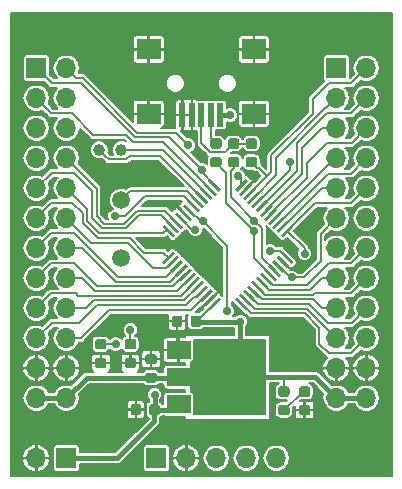
<source format=gtl>
G04 #@! TF.GenerationSoftware,KiCad,Pcbnew,5.0.2+dfsg1-1*
G04 #@! TF.CreationDate,2019-02-01T15:12:52+03:00*
G04 #@! TF.ProjectId,stm32_48pin,73746d33-325f-4343-9870-696e2e6b6963,rev?*
G04 #@! TF.SameCoordinates,PX14fb180PY2625a00*
G04 #@! TF.FileFunction,Copper,L1,Top*
G04 #@! TF.FilePolarity,Positive*
%FSLAX46Y46*%
G04 Gerber Fmt 4.6, Leading zero omitted, Abs format (unit mm)*
G04 Created by KiCad (PCBNEW 5.0.2+dfsg1-1) date Пт 01 фев 2019 15:12:52*
%MOMM*%
%LPD*%
G01*
G04 APERTURE LIST*
G04 #@! TA.AperFunction,Conductor*
%ADD10C,0.100000*%
G04 #@! TD*
G04 #@! TA.AperFunction,SMDPad,CuDef*
%ADD11C,0.875000*%
G04 #@! TD*
G04 #@! TA.AperFunction,SMDPad,CuDef*
%ADD12C,0.250000*%
G04 #@! TD*
G04 #@! TA.AperFunction,ComponentPad*
%ADD13R,1.700000X1.700000*%
G04 #@! TD*
G04 #@! TA.AperFunction,ComponentPad*
%ADD14O,1.700000X1.700000*%
G04 #@! TD*
G04 #@! TA.AperFunction,SMDPad,CuDef*
%ADD15R,0.500000X2.000000*%
G04 #@! TD*
G04 #@! TA.AperFunction,SMDPad,CuDef*
%ADD16R,2.000000X1.700000*%
G04 #@! TD*
G04 #@! TA.AperFunction,SMDPad,CuDef*
%ADD17R,2.000000X3.800000*%
G04 #@! TD*
G04 #@! TA.AperFunction,SMDPad,CuDef*
%ADD18R,2.000000X1.500000*%
G04 #@! TD*
G04 #@! TA.AperFunction,ComponentPad*
%ADD19C,1.000000*%
G04 #@! TD*
G04 #@! TA.AperFunction,ComponentPad*
%ADD20C,1.500000*%
G04 #@! TD*
G04 #@! TA.AperFunction,ViaPad*
%ADD21C,0.700000*%
G04 #@! TD*
G04 #@! TA.AperFunction,Conductor*
%ADD22C,0.200000*%
G04 #@! TD*
G04 #@! TA.AperFunction,Conductor*
%ADD23C,0.400000*%
G04 #@! TD*
G04 APERTURE END LIST*
D10*
G04 #@! TO.N,/5v*
G04 #@! TO.C,C1*
G36*
X12777691Y-33526053D02*
X12798926Y-33529203D01*
X12819750Y-33534419D01*
X12839962Y-33541651D01*
X12859368Y-33550830D01*
X12877781Y-33561866D01*
X12895024Y-33574654D01*
X12910930Y-33589070D01*
X12925346Y-33604976D01*
X12938134Y-33622219D01*
X12949170Y-33640632D01*
X12958349Y-33660038D01*
X12965581Y-33680250D01*
X12970797Y-33701074D01*
X12973947Y-33722309D01*
X12975000Y-33743750D01*
X12975000Y-34256250D01*
X12973947Y-34277691D01*
X12970797Y-34298926D01*
X12965581Y-34319750D01*
X12958349Y-34339962D01*
X12949170Y-34359368D01*
X12938134Y-34377781D01*
X12925346Y-34395024D01*
X12910930Y-34410930D01*
X12895024Y-34425346D01*
X12877781Y-34438134D01*
X12859368Y-34449170D01*
X12839962Y-34458349D01*
X12819750Y-34465581D01*
X12798926Y-34470797D01*
X12777691Y-34473947D01*
X12756250Y-34475000D01*
X12318750Y-34475000D01*
X12297309Y-34473947D01*
X12276074Y-34470797D01*
X12255250Y-34465581D01*
X12235038Y-34458349D01*
X12215632Y-34449170D01*
X12197219Y-34438134D01*
X12179976Y-34425346D01*
X12164070Y-34410930D01*
X12149654Y-34395024D01*
X12136866Y-34377781D01*
X12125830Y-34359368D01*
X12116651Y-34339962D01*
X12109419Y-34319750D01*
X12104203Y-34298926D01*
X12101053Y-34277691D01*
X12100000Y-34256250D01*
X12100000Y-33743750D01*
X12101053Y-33722309D01*
X12104203Y-33701074D01*
X12109419Y-33680250D01*
X12116651Y-33660038D01*
X12125830Y-33640632D01*
X12136866Y-33622219D01*
X12149654Y-33604976D01*
X12164070Y-33589070D01*
X12179976Y-33574654D01*
X12197219Y-33561866D01*
X12215632Y-33550830D01*
X12235038Y-33541651D01*
X12255250Y-33534419D01*
X12276074Y-33529203D01*
X12297309Y-33526053D01*
X12318750Y-33525000D01*
X12756250Y-33525000D01*
X12777691Y-33526053D01*
X12777691Y-33526053D01*
G37*
D11*
G04 #@! TD*
G04 #@! TO.P,C1,1*
G04 #@! TO.N,/5v*
X12537500Y-34000000D03*
D10*
G04 #@! TO.N,GND*
G04 #@! TO.C,C1*
G36*
X11202691Y-33526053D02*
X11223926Y-33529203D01*
X11244750Y-33534419D01*
X11264962Y-33541651D01*
X11284368Y-33550830D01*
X11302781Y-33561866D01*
X11320024Y-33574654D01*
X11335930Y-33589070D01*
X11350346Y-33604976D01*
X11363134Y-33622219D01*
X11374170Y-33640632D01*
X11383349Y-33660038D01*
X11390581Y-33680250D01*
X11395797Y-33701074D01*
X11398947Y-33722309D01*
X11400000Y-33743750D01*
X11400000Y-34256250D01*
X11398947Y-34277691D01*
X11395797Y-34298926D01*
X11390581Y-34319750D01*
X11383349Y-34339962D01*
X11374170Y-34359368D01*
X11363134Y-34377781D01*
X11350346Y-34395024D01*
X11335930Y-34410930D01*
X11320024Y-34425346D01*
X11302781Y-34438134D01*
X11284368Y-34449170D01*
X11264962Y-34458349D01*
X11244750Y-34465581D01*
X11223926Y-34470797D01*
X11202691Y-34473947D01*
X11181250Y-34475000D01*
X10743750Y-34475000D01*
X10722309Y-34473947D01*
X10701074Y-34470797D01*
X10680250Y-34465581D01*
X10660038Y-34458349D01*
X10640632Y-34449170D01*
X10622219Y-34438134D01*
X10604976Y-34425346D01*
X10589070Y-34410930D01*
X10574654Y-34395024D01*
X10561866Y-34377781D01*
X10550830Y-34359368D01*
X10541651Y-34339962D01*
X10534419Y-34319750D01*
X10529203Y-34298926D01*
X10526053Y-34277691D01*
X10525000Y-34256250D01*
X10525000Y-33743750D01*
X10526053Y-33722309D01*
X10529203Y-33701074D01*
X10534419Y-33680250D01*
X10541651Y-33660038D01*
X10550830Y-33640632D01*
X10561866Y-33622219D01*
X10574654Y-33604976D01*
X10589070Y-33589070D01*
X10604976Y-33574654D01*
X10622219Y-33561866D01*
X10640632Y-33550830D01*
X10660038Y-33541651D01*
X10680250Y-33534419D01*
X10701074Y-33529203D01*
X10722309Y-33526053D01*
X10743750Y-33525000D01*
X11181250Y-33525000D01*
X11202691Y-33526053D01*
X11202691Y-33526053D01*
G37*
D11*
G04 #@! TD*
G04 #@! TO.P,C1,2*
G04 #@! TO.N,GND*
X10962500Y-34000000D03*
D10*
G04 #@! TO.N,GND*
G04 #@! TO.C,C6*
G36*
X12527691Y-29276053D02*
X12548926Y-29279203D01*
X12569750Y-29284419D01*
X12589962Y-29291651D01*
X12609368Y-29300830D01*
X12627781Y-29311866D01*
X12645024Y-29324654D01*
X12660930Y-29339070D01*
X12675346Y-29354976D01*
X12688134Y-29372219D01*
X12699170Y-29390632D01*
X12708349Y-29410038D01*
X12715581Y-29430250D01*
X12720797Y-29451074D01*
X12723947Y-29472309D01*
X12725000Y-29493750D01*
X12725000Y-29931250D01*
X12723947Y-29952691D01*
X12720797Y-29973926D01*
X12715581Y-29994750D01*
X12708349Y-30014962D01*
X12699170Y-30034368D01*
X12688134Y-30052781D01*
X12675346Y-30070024D01*
X12660930Y-30085930D01*
X12645024Y-30100346D01*
X12627781Y-30113134D01*
X12609368Y-30124170D01*
X12589962Y-30133349D01*
X12569750Y-30140581D01*
X12548926Y-30145797D01*
X12527691Y-30148947D01*
X12506250Y-30150000D01*
X11993750Y-30150000D01*
X11972309Y-30148947D01*
X11951074Y-30145797D01*
X11930250Y-30140581D01*
X11910038Y-30133349D01*
X11890632Y-30124170D01*
X11872219Y-30113134D01*
X11854976Y-30100346D01*
X11839070Y-30085930D01*
X11824654Y-30070024D01*
X11811866Y-30052781D01*
X11800830Y-30034368D01*
X11791651Y-30014962D01*
X11784419Y-29994750D01*
X11779203Y-29973926D01*
X11776053Y-29952691D01*
X11775000Y-29931250D01*
X11775000Y-29493750D01*
X11776053Y-29472309D01*
X11779203Y-29451074D01*
X11784419Y-29430250D01*
X11791651Y-29410038D01*
X11800830Y-29390632D01*
X11811866Y-29372219D01*
X11824654Y-29354976D01*
X11839070Y-29339070D01*
X11854976Y-29324654D01*
X11872219Y-29311866D01*
X11890632Y-29300830D01*
X11910038Y-29291651D01*
X11930250Y-29284419D01*
X11951074Y-29279203D01*
X11972309Y-29276053D01*
X11993750Y-29275000D01*
X12506250Y-29275000D01*
X12527691Y-29276053D01*
X12527691Y-29276053D01*
G37*
D11*
G04 #@! TD*
G04 #@! TO.P,C6,2*
G04 #@! TO.N,GND*
X12250000Y-29712500D03*
D10*
G04 #@! TO.N,/3.3v*
G04 #@! TO.C,C6*
G36*
X12527691Y-30851053D02*
X12548926Y-30854203D01*
X12569750Y-30859419D01*
X12589962Y-30866651D01*
X12609368Y-30875830D01*
X12627781Y-30886866D01*
X12645024Y-30899654D01*
X12660930Y-30914070D01*
X12675346Y-30929976D01*
X12688134Y-30947219D01*
X12699170Y-30965632D01*
X12708349Y-30985038D01*
X12715581Y-31005250D01*
X12720797Y-31026074D01*
X12723947Y-31047309D01*
X12725000Y-31068750D01*
X12725000Y-31506250D01*
X12723947Y-31527691D01*
X12720797Y-31548926D01*
X12715581Y-31569750D01*
X12708349Y-31589962D01*
X12699170Y-31609368D01*
X12688134Y-31627781D01*
X12675346Y-31645024D01*
X12660930Y-31660930D01*
X12645024Y-31675346D01*
X12627781Y-31688134D01*
X12609368Y-31699170D01*
X12589962Y-31708349D01*
X12569750Y-31715581D01*
X12548926Y-31720797D01*
X12527691Y-31723947D01*
X12506250Y-31725000D01*
X11993750Y-31725000D01*
X11972309Y-31723947D01*
X11951074Y-31720797D01*
X11930250Y-31715581D01*
X11910038Y-31708349D01*
X11890632Y-31699170D01*
X11872219Y-31688134D01*
X11854976Y-31675346D01*
X11839070Y-31660930D01*
X11824654Y-31645024D01*
X11811866Y-31627781D01*
X11800830Y-31609368D01*
X11791651Y-31589962D01*
X11784419Y-31569750D01*
X11779203Y-31548926D01*
X11776053Y-31527691D01*
X11775000Y-31506250D01*
X11775000Y-31068750D01*
X11776053Y-31047309D01*
X11779203Y-31026074D01*
X11784419Y-31005250D01*
X11791651Y-30985038D01*
X11800830Y-30965632D01*
X11811866Y-30947219D01*
X11824654Y-30929976D01*
X11839070Y-30914070D01*
X11854976Y-30899654D01*
X11872219Y-30886866D01*
X11890632Y-30875830D01*
X11910038Y-30866651D01*
X11930250Y-30859419D01*
X11951074Y-30854203D01*
X11972309Y-30851053D01*
X11993750Y-30850000D01*
X12506250Y-30850000D01*
X12527691Y-30851053D01*
X12527691Y-30851053D01*
G37*
D11*
G04 #@! TD*
G04 #@! TO.P,C6,1*
G04 #@! TO.N,/3.3v*
X12250000Y-31287500D03*
D10*
G04 #@! TO.N,GND*
G04 #@! TO.C,C9*
G36*
X14702691Y-26026053D02*
X14723926Y-26029203D01*
X14744750Y-26034419D01*
X14764962Y-26041651D01*
X14784368Y-26050830D01*
X14802781Y-26061866D01*
X14820024Y-26074654D01*
X14835930Y-26089070D01*
X14850346Y-26104976D01*
X14863134Y-26122219D01*
X14874170Y-26140632D01*
X14883349Y-26160038D01*
X14890581Y-26180250D01*
X14895797Y-26201074D01*
X14898947Y-26222309D01*
X14900000Y-26243750D01*
X14900000Y-26756250D01*
X14898947Y-26777691D01*
X14895797Y-26798926D01*
X14890581Y-26819750D01*
X14883349Y-26839962D01*
X14874170Y-26859368D01*
X14863134Y-26877781D01*
X14850346Y-26895024D01*
X14835930Y-26910930D01*
X14820024Y-26925346D01*
X14802781Y-26938134D01*
X14784368Y-26949170D01*
X14764962Y-26958349D01*
X14744750Y-26965581D01*
X14723926Y-26970797D01*
X14702691Y-26973947D01*
X14681250Y-26975000D01*
X14243750Y-26975000D01*
X14222309Y-26973947D01*
X14201074Y-26970797D01*
X14180250Y-26965581D01*
X14160038Y-26958349D01*
X14140632Y-26949170D01*
X14122219Y-26938134D01*
X14104976Y-26925346D01*
X14089070Y-26910930D01*
X14074654Y-26895024D01*
X14061866Y-26877781D01*
X14050830Y-26859368D01*
X14041651Y-26839962D01*
X14034419Y-26819750D01*
X14029203Y-26798926D01*
X14026053Y-26777691D01*
X14025000Y-26756250D01*
X14025000Y-26243750D01*
X14026053Y-26222309D01*
X14029203Y-26201074D01*
X14034419Y-26180250D01*
X14041651Y-26160038D01*
X14050830Y-26140632D01*
X14061866Y-26122219D01*
X14074654Y-26104976D01*
X14089070Y-26089070D01*
X14104976Y-26074654D01*
X14122219Y-26061866D01*
X14140632Y-26050830D01*
X14160038Y-26041651D01*
X14180250Y-26034419D01*
X14201074Y-26029203D01*
X14222309Y-26026053D01*
X14243750Y-26025000D01*
X14681250Y-26025000D01*
X14702691Y-26026053D01*
X14702691Y-26026053D01*
G37*
D11*
G04 #@! TD*
G04 #@! TO.P,C9,2*
G04 #@! TO.N,GND*
X14462500Y-26500000D03*
D10*
G04 #@! TO.N,/3.3v*
G04 #@! TO.C,C9*
G36*
X16277691Y-26026053D02*
X16298926Y-26029203D01*
X16319750Y-26034419D01*
X16339962Y-26041651D01*
X16359368Y-26050830D01*
X16377781Y-26061866D01*
X16395024Y-26074654D01*
X16410930Y-26089070D01*
X16425346Y-26104976D01*
X16438134Y-26122219D01*
X16449170Y-26140632D01*
X16458349Y-26160038D01*
X16465581Y-26180250D01*
X16470797Y-26201074D01*
X16473947Y-26222309D01*
X16475000Y-26243750D01*
X16475000Y-26756250D01*
X16473947Y-26777691D01*
X16470797Y-26798926D01*
X16465581Y-26819750D01*
X16458349Y-26839962D01*
X16449170Y-26859368D01*
X16438134Y-26877781D01*
X16425346Y-26895024D01*
X16410930Y-26910930D01*
X16395024Y-26925346D01*
X16377781Y-26938134D01*
X16359368Y-26949170D01*
X16339962Y-26958349D01*
X16319750Y-26965581D01*
X16298926Y-26970797D01*
X16277691Y-26973947D01*
X16256250Y-26975000D01*
X15818750Y-26975000D01*
X15797309Y-26973947D01*
X15776074Y-26970797D01*
X15755250Y-26965581D01*
X15735038Y-26958349D01*
X15715632Y-26949170D01*
X15697219Y-26938134D01*
X15679976Y-26925346D01*
X15664070Y-26910930D01*
X15649654Y-26895024D01*
X15636866Y-26877781D01*
X15625830Y-26859368D01*
X15616651Y-26839962D01*
X15609419Y-26819750D01*
X15604203Y-26798926D01*
X15601053Y-26777691D01*
X15600000Y-26756250D01*
X15600000Y-26243750D01*
X15601053Y-26222309D01*
X15604203Y-26201074D01*
X15609419Y-26180250D01*
X15616651Y-26160038D01*
X15625830Y-26140632D01*
X15636866Y-26122219D01*
X15649654Y-26104976D01*
X15664070Y-26089070D01*
X15679976Y-26074654D01*
X15697219Y-26061866D01*
X15715632Y-26050830D01*
X15735038Y-26041651D01*
X15755250Y-26034419D01*
X15776074Y-26029203D01*
X15797309Y-26026053D01*
X15818750Y-26025000D01*
X16256250Y-26025000D01*
X16277691Y-26026053D01*
X16277691Y-26026053D01*
G37*
D11*
G04 #@! TD*
G04 #@! TO.P,C9,1*
G04 #@! TO.N,/3.3v*
X16037500Y-26500000D03*
D12*
G04 #@! TO.P,D1,1*
G04 #@! TO.N,/vlcd*
X17618629Y-14979542D03*
D10*
G04 #@! TD*
G04 #@! TO.N,/vlcd*
G04 #@! TO.C,D1*
G36*
X17070621Y-14608311D02*
X17247398Y-14431534D01*
X18166637Y-15350773D01*
X17989860Y-15527550D01*
X17070621Y-14608311D01*
X17070621Y-14608311D01*
G37*
D12*
G04 #@! TO.P,D1,2*
G04 #@! TO.N,/PC13*
X17265076Y-15333095D03*
D10*
G04 #@! TD*
G04 #@! TO.N,/PC13*
G04 #@! TO.C,D1*
G36*
X16717068Y-14961864D02*
X16893845Y-14785087D01*
X17813084Y-15704326D01*
X17636307Y-15881103D01*
X16717068Y-14961864D01*
X16717068Y-14961864D01*
G37*
D12*
G04 #@! TO.P,D1,3*
G04 #@! TO.N,/osc32k_in*
X16911522Y-15686649D03*
D10*
G04 #@! TD*
G04 #@! TO.N,/osc32k_in*
G04 #@! TO.C,D1*
G36*
X16363514Y-15315418D02*
X16540291Y-15138641D01*
X17459530Y-16057880D01*
X17282753Y-16234657D01*
X16363514Y-15315418D01*
X16363514Y-15315418D01*
G37*
D12*
G04 #@! TO.P,D1,4*
G04 #@! TO.N,/osc32k_out*
X16557969Y-16040202D03*
D10*
G04 #@! TD*
G04 #@! TO.N,/osc32k_out*
G04 #@! TO.C,D1*
G36*
X16009961Y-15668971D02*
X16186738Y-15492194D01*
X17105977Y-16411433D01*
X16929200Y-16588210D01*
X16009961Y-15668971D01*
X16009961Y-15668971D01*
G37*
D12*
G04 #@! TO.P,D1,5*
G04 #@! TO.N,/osc_in*
X16204416Y-16393755D03*
D10*
G04 #@! TD*
G04 #@! TO.N,/osc_in*
G04 #@! TO.C,D1*
G36*
X15656408Y-16022524D02*
X15833185Y-15845747D01*
X16752424Y-16764986D01*
X16575647Y-16941763D01*
X15656408Y-16022524D01*
X15656408Y-16022524D01*
G37*
D12*
G04 #@! TO.P,D1,6*
G04 #@! TO.N,/osc_out*
X15850862Y-16747309D03*
D10*
G04 #@! TD*
G04 #@! TO.N,/osc_out*
G04 #@! TO.C,D1*
G36*
X15302854Y-16376078D02*
X15479631Y-16199301D01*
X16398870Y-17118540D01*
X16222093Y-17295317D01*
X15302854Y-16376078D01*
X15302854Y-16376078D01*
G37*
D12*
G04 #@! TO.P,D1,7*
G04 #@! TO.N,/reset_n*
X15497309Y-17100862D03*
D10*
G04 #@! TD*
G04 #@! TO.N,/reset_n*
G04 #@! TO.C,D1*
G36*
X14949301Y-16729631D02*
X15126078Y-16552854D01*
X16045317Y-17472093D01*
X15868540Y-17648870D01*
X14949301Y-16729631D01*
X14949301Y-16729631D01*
G37*
D12*
G04 #@! TO.P,D1,8*
G04 #@! TO.N,GND*
X15143755Y-17454416D03*
D10*
G04 #@! TD*
G04 #@! TO.N,GND*
G04 #@! TO.C,D1*
G36*
X14595747Y-17083185D02*
X14772524Y-16906408D01*
X15691763Y-17825647D01*
X15514986Y-18002424D01*
X14595747Y-17083185D01*
X14595747Y-17083185D01*
G37*
D12*
G04 #@! TO.P,D1,9*
G04 #@! TO.N,/vdda*
X14790202Y-17807969D03*
D10*
G04 #@! TD*
G04 #@! TO.N,/vdda*
G04 #@! TO.C,D1*
G36*
X14242194Y-17436738D02*
X14418971Y-17259961D01*
X15338210Y-18179200D01*
X15161433Y-18355977D01*
X14242194Y-17436738D01*
X14242194Y-17436738D01*
G37*
D12*
G04 #@! TO.P,D1,10*
G04 #@! TO.N,/PA0*
X14436649Y-18161522D03*
D10*
G04 #@! TD*
G04 #@! TO.N,/PA0*
G04 #@! TO.C,D1*
G36*
X13888641Y-17790291D02*
X14065418Y-17613514D01*
X14984657Y-18532753D01*
X14807880Y-18709530D01*
X13888641Y-17790291D01*
X13888641Y-17790291D01*
G37*
D12*
G04 #@! TO.P,D1,11*
G04 #@! TO.N,/PA1*
X14083095Y-18515076D03*
D10*
G04 #@! TD*
G04 #@! TO.N,/PA1*
G04 #@! TO.C,D1*
G36*
X13535087Y-18143845D02*
X13711864Y-17967068D01*
X14631103Y-18886307D01*
X14454326Y-19063084D01*
X13535087Y-18143845D01*
X13535087Y-18143845D01*
G37*
D12*
G04 #@! TO.P,D1,12*
G04 #@! TO.N,/PA2*
X13729542Y-18868629D03*
D10*
G04 #@! TD*
G04 #@! TO.N,/PA2*
G04 #@! TO.C,D1*
G36*
X13181534Y-18497398D02*
X13358311Y-18320621D01*
X14277550Y-19239860D01*
X14100773Y-19416637D01*
X13181534Y-18497398D01*
X13181534Y-18497398D01*
G37*
D12*
G04 #@! TO.P,D1,13*
G04 #@! TO.N,/PA3*
X13729542Y-21131371D03*
D10*
G04 #@! TD*
G04 #@! TO.N,/PA3*
G04 #@! TO.C,D1*
G36*
X13358311Y-21679379D02*
X13181534Y-21502602D01*
X14100773Y-20583363D01*
X14277550Y-20760140D01*
X13358311Y-21679379D01*
X13358311Y-21679379D01*
G37*
D12*
G04 #@! TO.P,D1,14*
G04 #@! TO.N,/PA4*
X14083095Y-21484924D03*
D10*
G04 #@! TD*
G04 #@! TO.N,/PA4*
G04 #@! TO.C,D1*
G36*
X13711864Y-22032932D02*
X13535087Y-21856155D01*
X14454326Y-20936916D01*
X14631103Y-21113693D01*
X13711864Y-22032932D01*
X13711864Y-22032932D01*
G37*
D12*
G04 #@! TO.P,D1,15*
G04 #@! TO.N,/PA5*
X14436649Y-21838478D03*
D10*
G04 #@! TD*
G04 #@! TO.N,/PA5*
G04 #@! TO.C,D1*
G36*
X14065418Y-22386486D02*
X13888641Y-22209709D01*
X14807880Y-21290470D01*
X14984657Y-21467247D01*
X14065418Y-22386486D01*
X14065418Y-22386486D01*
G37*
D12*
G04 #@! TO.P,D1,16*
G04 #@! TO.N,/PA6*
X14790202Y-22192031D03*
D10*
G04 #@! TD*
G04 #@! TO.N,/PA6*
G04 #@! TO.C,D1*
G36*
X14418971Y-22740039D02*
X14242194Y-22563262D01*
X15161433Y-21644023D01*
X15338210Y-21820800D01*
X14418971Y-22740039D01*
X14418971Y-22740039D01*
G37*
D12*
G04 #@! TO.P,D1,17*
G04 #@! TO.N,/PA7*
X15143755Y-22545584D03*
D10*
G04 #@! TD*
G04 #@! TO.N,/PA7*
G04 #@! TO.C,D1*
G36*
X14772524Y-23093592D02*
X14595747Y-22916815D01*
X15514986Y-21997576D01*
X15691763Y-22174353D01*
X14772524Y-23093592D01*
X14772524Y-23093592D01*
G37*
D12*
G04 #@! TO.P,D1,18*
G04 #@! TO.N,/PB0*
X15497309Y-22899138D03*
D10*
G04 #@! TD*
G04 #@! TO.N,/PB0*
G04 #@! TO.C,D1*
G36*
X15126078Y-23447146D02*
X14949301Y-23270369D01*
X15868540Y-22351130D01*
X16045317Y-22527907D01*
X15126078Y-23447146D01*
X15126078Y-23447146D01*
G37*
D12*
G04 #@! TO.P,D1,19*
G04 #@! TO.N,/PB1*
X15850862Y-23252691D03*
D10*
G04 #@! TD*
G04 #@! TO.N,/PB1*
G04 #@! TO.C,D1*
G36*
X15479631Y-23800699D02*
X15302854Y-23623922D01*
X16222093Y-22704683D01*
X16398870Y-22881460D01*
X15479631Y-23800699D01*
X15479631Y-23800699D01*
G37*
D12*
G04 #@! TO.P,D1,20*
G04 #@! TO.N,/PB2*
X16204416Y-23606245D03*
D10*
G04 #@! TD*
G04 #@! TO.N,/PB2*
G04 #@! TO.C,D1*
G36*
X15833185Y-24154253D02*
X15656408Y-23977476D01*
X16575647Y-23058237D01*
X16752424Y-23235014D01*
X15833185Y-24154253D01*
X15833185Y-24154253D01*
G37*
D12*
G04 #@! TO.P,D1,21*
G04 #@! TO.N,/PB10*
X16557969Y-23959798D03*
D10*
G04 #@! TD*
G04 #@! TO.N,/PB10*
G04 #@! TO.C,D1*
G36*
X16186738Y-24507806D02*
X16009961Y-24331029D01*
X16929200Y-23411790D01*
X17105977Y-23588567D01*
X16186738Y-24507806D01*
X16186738Y-24507806D01*
G37*
D12*
G04 #@! TO.P,D1,22*
G04 #@! TO.N,/PB11*
X16911522Y-24313351D03*
D10*
G04 #@! TD*
G04 #@! TO.N,/PB11*
G04 #@! TO.C,D1*
G36*
X16540291Y-24861359D02*
X16363514Y-24684582D01*
X17282753Y-23765343D01*
X17459530Y-23942120D01*
X16540291Y-24861359D01*
X16540291Y-24861359D01*
G37*
D12*
G04 #@! TO.P,D1,23*
G04 #@! TO.N,GND*
X17265076Y-24666905D03*
D10*
G04 #@! TD*
G04 #@! TO.N,GND*
G04 #@! TO.C,D1*
G36*
X16893845Y-25214913D02*
X16717068Y-25038136D01*
X17636307Y-24118897D01*
X17813084Y-24295674D01*
X16893845Y-25214913D01*
X16893845Y-25214913D01*
G37*
D12*
G04 #@! TO.P,D1,24*
G04 #@! TO.N,/3.3v*
X17618629Y-25020458D03*
D10*
G04 #@! TD*
G04 #@! TO.N,/3.3v*
G04 #@! TO.C,D1*
G36*
X17247398Y-25568466D02*
X17070621Y-25391689D01*
X17989860Y-24472450D01*
X18166637Y-24649227D01*
X17247398Y-25568466D01*
X17247398Y-25568466D01*
G37*
D12*
G04 #@! TO.P,D1,25*
G04 #@! TO.N,/PB12*
X19881371Y-25020458D03*
D10*
G04 #@! TD*
G04 #@! TO.N,/PB12*
G04 #@! TO.C,D1*
G36*
X19333363Y-24649227D02*
X19510140Y-24472450D01*
X20429379Y-25391689D01*
X20252602Y-25568466D01*
X19333363Y-24649227D01*
X19333363Y-24649227D01*
G37*
D12*
G04 #@! TO.P,D1,26*
G04 #@! TO.N,/PB13*
X20234924Y-24666905D03*
D10*
G04 #@! TD*
G04 #@! TO.N,/PB13*
G04 #@! TO.C,D1*
G36*
X19686916Y-24295674D02*
X19863693Y-24118897D01*
X20782932Y-25038136D01*
X20606155Y-25214913D01*
X19686916Y-24295674D01*
X19686916Y-24295674D01*
G37*
D12*
G04 #@! TO.P,D1,27*
G04 #@! TO.N,/PB14*
X20588478Y-24313351D03*
D10*
G04 #@! TD*
G04 #@! TO.N,/PB14*
G04 #@! TO.C,D1*
G36*
X20040470Y-23942120D02*
X20217247Y-23765343D01*
X21136486Y-24684582D01*
X20959709Y-24861359D01*
X20040470Y-23942120D01*
X20040470Y-23942120D01*
G37*
D12*
G04 #@! TO.P,D1,28*
G04 #@! TO.N,/PB15*
X20942031Y-23959798D03*
D10*
G04 #@! TD*
G04 #@! TO.N,/PB15*
G04 #@! TO.C,D1*
G36*
X20394023Y-23588567D02*
X20570800Y-23411790D01*
X21490039Y-24331029D01*
X21313262Y-24507806D01*
X20394023Y-23588567D01*
X20394023Y-23588567D01*
G37*
D12*
G04 #@! TO.P,D1,29*
G04 #@! TO.N,/PA8*
X21295584Y-23606245D03*
D10*
G04 #@! TD*
G04 #@! TO.N,/PA8*
G04 #@! TO.C,D1*
G36*
X20747576Y-23235014D02*
X20924353Y-23058237D01*
X21843592Y-23977476D01*
X21666815Y-24154253D01*
X20747576Y-23235014D01*
X20747576Y-23235014D01*
G37*
D12*
G04 #@! TO.P,D1,30*
G04 #@! TO.N,/PA9*
X21649138Y-23252691D03*
D10*
G04 #@! TD*
G04 #@! TO.N,/PA9*
G04 #@! TO.C,D1*
G36*
X21101130Y-22881460D02*
X21277907Y-22704683D01*
X22197146Y-23623922D01*
X22020369Y-23800699D01*
X21101130Y-22881460D01*
X21101130Y-22881460D01*
G37*
D12*
G04 #@! TO.P,D1,31*
G04 #@! TO.N,/PA10*
X22002691Y-22899138D03*
D10*
G04 #@! TD*
G04 #@! TO.N,/PA10*
G04 #@! TO.C,D1*
G36*
X21454683Y-22527907D02*
X21631460Y-22351130D01*
X22550699Y-23270369D01*
X22373922Y-23447146D01*
X21454683Y-22527907D01*
X21454683Y-22527907D01*
G37*
D12*
G04 #@! TO.P,D1,32*
G04 #@! TO.N,/usb-*
X22356245Y-22545584D03*
D10*
G04 #@! TD*
G04 #@! TO.N,/usb-*
G04 #@! TO.C,D1*
G36*
X21808237Y-22174353D02*
X21985014Y-21997576D01*
X22904253Y-22916815D01*
X22727476Y-23093592D01*
X21808237Y-22174353D01*
X21808237Y-22174353D01*
G37*
D12*
G04 #@! TO.P,D1,33*
G04 #@! TO.N,/usb+*
X22709798Y-22192031D03*
D10*
G04 #@! TD*
G04 #@! TO.N,/usb+*
G04 #@! TO.C,D1*
G36*
X22161790Y-21820800D02*
X22338567Y-21644023D01*
X23257806Y-22563262D01*
X23081029Y-22740039D01*
X22161790Y-21820800D01*
X22161790Y-21820800D01*
G37*
D12*
G04 #@! TO.P,D1,34*
G04 #@! TO.N,/PA13*
X23063351Y-21838478D03*
D10*
G04 #@! TD*
G04 #@! TO.N,/PA13*
G04 #@! TO.C,D1*
G36*
X22515343Y-21467247D02*
X22692120Y-21290470D01*
X23611359Y-22209709D01*
X23434582Y-22386486D01*
X22515343Y-21467247D01*
X22515343Y-21467247D01*
G37*
D12*
G04 #@! TO.P,D1,35*
G04 #@! TO.N,GND*
X23416905Y-21484924D03*
D10*
G04 #@! TD*
G04 #@! TO.N,GND*
G04 #@! TO.C,D1*
G36*
X22868897Y-21113693D02*
X23045674Y-20936916D01*
X23964913Y-21856155D01*
X23788136Y-22032932D01*
X22868897Y-21113693D01*
X22868897Y-21113693D01*
G37*
D12*
G04 #@! TO.P,D1,36*
G04 #@! TO.N,/3.3v*
X23770458Y-21131371D03*
D10*
G04 #@! TD*
G04 #@! TO.N,/3.3v*
G04 #@! TO.C,D1*
G36*
X23222450Y-20760140D02*
X23399227Y-20583363D01*
X24318466Y-21502602D01*
X24141689Y-21679379D01*
X23222450Y-20760140D01*
X23222450Y-20760140D01*
G37*
D12*
G04 #@! TO.P,D1,37*
G04 #@! TO.N,/PA14*
X23770458Y-18868629D03*
D10*
G04 #@! TD*
G04 #@! TO.N,/PA14*
G04 #@! TO.C,D1*
G36*
X23399227Y-19416637D02*
X23222450Y-19239860D01*
X24141689Y-18320621D01*
X24318466Y-18497398D01*
X23399227Y-19416637D01*
X23399227Y-19416637D01*
G37*
D12*
G04 #@! TO.P,D1,38*
G04 #@! TO.N,/PA15*
X23416905Y-18515076D03*
D10*
G04 #@! TD*
G04 #@! TO.N,/PA15*
G04 #@! TO.C,D1*
G36*
X23045674Y-19063084D02*
X22868897Y-18886307D01*
X23788136Y-17967068D01*
X23964913Y-18143845D01*
X23045674Y-19063084D01*
X23045674Y-19063084D01*
G37*
D12*
G04 #@! TO.P,D1,39*
G04 #@! TO.N,/PB3*
X23063351Y-18161522D03*
D10*
G04 #@! TD*
G04 #@! TO.N,/PB3*
G04 #@! TO.C,D1*
G36*
X22692120Y-18709530D02*
X22515343Y-18532753D01*
X23434582Y-17613514D01*
X23611359Y-17790291D01*
X22692120Y-18709530D01*
X22692120Y-18709530D01*
G37*
D12*
G04 #@! TO.P,D1,40*
G04 #@! TO.N,/PB4*
X22709798Y-17807969D03*
D10*
G04 #@! TD*
G04 #@! TO.N,/PB4*
G04 #@! TO.C,D1*
G36*
X22338567Y-18355977D02*
X22161790Y-18179200D01*
X23081029Y-17259961D01*
X23257806Y-17436738D01*
X22338567Y-18355977D01*
X22338567Y-18355977D01*
G37*
D12*
G04 #@! TO.P,D1,41*
G04 #@! TO.N,/PB5*
X22356245Y-17454416D03*
D10*
G04 #@! TD*
G04 #@! TO.N,/PB5*
G04 #@! TO.C,D1*
G36*
X21985014Y-18002424D02*
X21808237Y-17825647D01*
X22727476Y-16906408D01*
X22904253Y-17083185D01*
X21985014Y-18002424D01*
X21985014Y-18002424D01*
G37*
D12*
G04 #@! TO.P,D1,42*
G04 #@! TO.N,/PB6*
X22002691Y-17100862D03*
D10*
G04 #@! TD*
G04 #@! TO.N,/PB6*
G04 #@! TO.C,D1*
G36*
X21631460Y-17648870D02*
X21454683Y-17472093D01*
X22373922Y-16552854D01*
X22550699Y-16729631D01*
X21631460Y-17648870D01*
X21631460Y-17648870D01*
G37*
D12*
G04 #@! TO.P,D1,43*
G04 #@! TO.N,/PB7*
X21649138Y-16747309D03*
D10*
G04 #@! TD*
G04 #@! TO.N,/PB7*
G04 #@! TO.C,D1*
G36*
X21277907Y-17295317D02*
X21101130Y-17118540D01*
X22020369Y-16199301D01*
X22197146Y-16376078D01*
X21277907Y-17295317D01*
X21277907Y-17295317D01*
G37*
D12*
G04 #@! TO.P,D1,44*
G04 #@! TO.N,Net-(D1-Pad44)*
X21295584Y-16393755D03*
D10*
G04 #@! TD*
G04 #@! TO.N,Net-(D1-Pad44)*
G04 #@! TO.C,D1*
G36*
X20924353Y-16941763D02*
X20747576Y-16764986D01*
X21666815Y-15845747D01*
X21843592Y-16022524D01*
X20924353Y-16941763D01*
X20924353Y-16941763D01*
G37*
D12*
G04 #@! TO.P,D1,45*
G04 #@! TO.N,/PB8*
X20942031Y-16040202D03*
D10*
G04 #@! TD*
G04 #@! TO.N,/PB8*
G04 #@! TO.C,D1*
G36*
X20570800Y-16588210D02*
X20394023Y-16411433D01*
X21313262Y-15492194D01*
X21490039Y-15668971D01*
X20570800Y-16588210D01*
X20570800Y-16588210D01*
G37*
D12*
G04 #@! TO.P,D1,46*
G04 #@! TO.N,/PB9*
X20588478Y-15686649D03*
D10*
G04 #@! TD*
G04 #@! TO.N,/PB9*
G04 #@! TO.C,D1*
G36*
X20217247Y-16234657D02*
X20040470Y-16057880D01*
X20959709Y-15138641D01*
X21136486Y-15315418D01*
X20217247Y-16234657D01*
X20217247Y-16234657D01*
G37*
D12*
G04 #@! TO.P,D1,47*
G04 #@! TO.N,GND*
X20234924Y-15333095D03*
D10*
G04 #@! TD*
G04 #@! TO.N,GND*
G04 #@! TO.C,D1*
G36*
X19863693Y-15881103D02*
X19686916Y-15704326D01*
X20606155Y-14785087D01*
X20782932Y-14961864D01*
X19863693Y-15881103D01*
X19863693Y-15881103D01*
G37*
D12*
G04 #@! TO.P,D1,48*
G04 #@! TO.N,/3.3v*
X19881371Y-14979542D03*
D10*
G04 #@! TD*
G04 #@! TO.N,/3.3v*
G04 #@! TO.C,D1*
G36*
X19510140Y-15527550D02*
X19333363Y-15350773D01*
X20252602Y-14431534D01*
X20429379Y-14608311D01*
X19510140Y-15527550D01*
X19510140Y-15527550D01*
G37*
D13*
G04 #@! TO.P,J1,1*
G04 #@! TO.N,/3.3v*
X12700000Y-38100000D03*
D14*
G04 #@! TO.P,J1,2*
G04 #@! TO.N,GND*
X15240000Y-38100000D03*
G04 #@! TO.P,J1,3*
G04 #@! TO.N,/reset_n*
X17780000Y-38100000D03*
G04 #@! TO.P,J1,4*
G04 #@! TO.N,Net-(J1-Pad4)*
X20320000Y-38100000D03*
G04 #@! TO.P,J1,5*
G04 #@! TO.N,Net-(J1-Pad5)*
X22860000Y-38100000D03*
G04 #@! TD*
D13*
G04 #@! TO.P,J2,1*
G04 #@! TO.N,/5v*
X5080000Y-38100000D03*
D14*
G04 #@! TO.P,J2,2*
G04 #@! TO.N,GND*
X2540000Y-38100000D03*
G04 #@! TD*
G04 #@! TO.P,J3,24*
G04 #@! TO.N,/3.3v*
X5080000Y-33020000D03*
G04 #@! TO.P,J3,23*
X2540000Y-33020000D03*
G04 #@! TO.P,J3,22*
G04 #@! TO.N,GND*
X5080000Y-30480000D03*
G04 #@! TO.P,J3,21*
X2540000Y-30480000D03*
G04 #@! TO.P,J3,20*
G04 #@! TO.N,/PB11*
X5080000Y-27940000D03*
G04 #@! TO.P,J3,19*
G04 #@! TO.N,/PB10*
X2540000Y-27940000D03*
G04 #@! TO.P,J3,18*
G04 #@! TO.N,/PB2*
X5080000Y-25400000D03*
G04 #@! TO.P,J3,17*
G04 #@! TO.N,/PB1*
X2540000Y-25400000D03*
G04 #@! TO.P,J3,16*
G04 #@! TO.N,/PB0*
X5080000Y-22860000D03*
G04 #@! TO.P,J3,15*
G04 #@! TO.N,/PA7*
X2540000Y-22860000D03*
G04 #@! TO.P,J3,14*
G04 #@! TO.N,/PA6*
X5080000Y-20320000D03*
G04 #@! TO.P,J3,13*
G04 #@! TO.N,/PA5*
X2540000Y-20320000D03*
G04 #@! TO.P,J3,12*
G04 #@! TO.N,/PA4*
X5080000Y-17780000D03*
G04 #@! TO.P,J3,11*
G04 #@! TO.N,/PA3*
X2540000Y-17780000D03*
G04 #@! TO.P,J3,10*
G04 #@! TO.N,/PA2*
X5080000Y-15240000D03*
G04 #@! TO.P,J3,9*
G04 #@! TO.N,/PA1*
X2540000Y-15240000D03*
G04 #@! TO.P,J3,8*
G04 #@! TO.N,/PA0*
X5080000Y-12700000D03*
G04 #@! TO.P,J3,7*
G04 #@! TO.N,/PH1*
X2540000Y-12700000D03*
G04 #@! TO.P,J3,6*
G04 #@! TO.N,/PH0*
X5080000Y-10160000D03*
G04 #@! TO.P,J3,5*
G04 #@! TO.N,/PC15*
X2540000Y-10160000D03*
G04 #@! TO.P,J3,4*
G04 #@! TO.N,/PC14*
X5080000Y-7620000D03*
G04 #@! TO.P,J3,3*
G04 #@! TO.N,/PC13*
X2540000Y-7620000D03*
G04 #@! TO.P,J3,2*
G04 #@! TO.N,/vdda*
X5080000Y-5080000D03*
D13*
G04 #@! TO.P,J3,1*
G04 #@! TO.N,/vlcd*
X2540000Y-5080000D03*
G04 #@! TD*
G04 #@! TO.P,J4,1*
G04 #@! TO.N,/reset_n*
X27940000Y-5080000D03*
D14*
G04 #@! TO.P,J4,2*
G04 #@! TO.N,/PB9*
X30480000Y-5080000D03*
G04 #@! TO.P,J4,3*
G04 #@! TO.N,/PB8*
X27940000Y-7620000D03*
G04 #@! TO.P,J4,4*
G04 #@! TO.N,/PB7*
X30480000Y-7620000D03*
G04 #@! TO.P,J4,5*
G04 #@! TO.N,/PB6*
X27940000Y-10160000D03*
G04 #@! TO.P,J4,6*
G04 #@! TO.N,/PB5*
X30480000Y-10160000D03*
G04 #@! TO.P,J4,7*
G04 #@! TO.N,/PB4*
X27940000Y-12700000D03*
G04 #@! TO.P,J4,8*
G04 #@! TO.N,/PB3*
X30480000Y-12700000D03*
G04 #@! TO.P,J4,9*
G04 #@! TO.N,/PA15*
X27940000Y-15240000D03*
G04 #@! TO.P,J4,10*
G04 #@! TO.N,/PA14*
X30480000Y-15240000D03*
G04 #@! TO.P,J4,11*
G04 #@! TO.N,/PA13*
X27940000Y-17780000D03*
G04 #@! TO.P,J4,12*
G04 #@! TO.N,/PA12*
X30480000Y-17780000D03*
G04 #@! TO.P,J4,13*
G04 #@! TO.N,/PA11*
X27940000Y-20320000D03*
G04 #@! TO.P,J4,14*
G04 #@! TO.N,/PA10*
X30480000Y-20320000D03*
G04 #@! TO.P,J4,15*
G04 #@! TO.N,/PA9*
X27940000Y-22860000D03*
G04 #@! TO.P,J4,16*
G04 #@! TO.N,/PA8*
X30480000Y-22860000D03*
G04 #@! TO.P,J4,17*
G04 #@! TO.N,/PB15*
X27940000Y-25400000D03*
G04 #@! TO.P,J4,18*
G04 #@! TO.N,/PB14*
X30480000Y-25400000D03*
G04 #@! TO.P,J4,19*
G04 #@! TO.N,/PB13*
X27940000Y-27940000D03*
G04 #@! TO.P,J4,20*
G04 #@! TO.N,/PB12*
X30480000Y-27940000D03*
G04 #@! TO.P,J4,21*
G04 #@! TO.N,GND*
X27940000Y-30480000D03*
G04 #@! TO.P,J4,22*
X30480000Y-30480000D03*
G04 #@! TO.P,J4,23*
G04 #@! TO.N,/3.3v*
X27940000Y-33020000D03*
G04 #@! TO.P,J4,24*
X30480000Y-33020000D03*
G04 #@! TD*
D15*
G04 #@! TO.P,P1,1*
G04 #@! TO.N,/5v*
X18110000Y-9050000D03*
G04 #@! TO.P,P1,2*
G04 #@! TO.N,Net-(P1-Pad2)*
X17310000Y-9050000D03*
G04 #@! TO.P,P1,3*
G04 #@! TO.N,Net-(P1-Pad3)*
X16510000Y-9050000D03*
G04 #@! TO.P,P1,4*
G04 #@! TO.N,GND*
X15710000Y-9050000D03*
G04 #@! TO.P,P1,5*
X14910000Y-9050000D03*
D16*
G04 #@! TO.P,P1,6*
X20960000Y-8950000D03*
X20960000Y-3500000D03*
X12060000Y-8950000D03*
X12060000Y-3500000D03*
G04 #@! TD*
D10*
G04 #@! TO.N,Net-(P1-Pad3)*
G04 #@! TO.C,R2*
G36*
X19527691Y-11026053D02*
X19548926Y-11029203D01*
X19569750Y-11034419D01*
X19589962Y-11041651D01*
X19609368Y-11050830D01*
X19627781Y-11061866D01*
X19645024Y-11074654D01*
X19660930Y-11089070D01*
X19675346Y-11104976D01*
X19688134Y-11122219D01*
X19699170Y-11140632D01*
X19708349Y-11160038D01*
X19715581Y-11180250D01*
X19720797Y-11201074D01*
X19723947Y-11222309D01*
X19725000Y-11243750D01*
X19725000Y-11681250D01*
X19723947Y-11702691D01*
X19720797Y-11723926D01*
X19715581Y-11744750D01*
X19708349Y-11764962D01*
X19699170Y-11784368D01*
X19688134Y-11802781D01*
X19675346Y-11820024D01*
X19660930Y-11835930D01*
X19645024Y-11850346D01*
X19627781Y-11863134D01*
X19609368Y-11874170D01*
X19589962Y-11883349D01*
X19569750Y-11890581D01*
X19548926Y-11895797D01*
X19527691Y-11898947D01*
X19506250Y-11900000D01*
X18993750Y-11900000D01*
X18972309Y-11898947D01*
X18951074Y-11895797D01*
X18930250Y-11890581D01*
X18910038Y-11883349D01*
X18890632Y-11874170D01*
X18872219Y-11863134D01*
X18854976Y-11850346D01*
X18839070Y-11835930D01*
X18824654Y-11820024D01*
X18811866Y-11802781D01*
X18800830Y-11784368D01*
X18791651Y-11764962D01*
X18784419Y-11744750D01*
X18779203Y-11723926D01*
X18776053Y-11702691D01*
X18775000Y-11681250D01*
X18775000Y-11243750D01*
X18776053Y-11222309D01*
X18779203Y-11201074D01*
X18784419Y-11180250D01*
X18791651Y-11160038D01*
X18800830Y-11140632D01*
X18811866Y-11122219D01*
X18824654Y-11104976D01*
X18839070Y-11089070D01*
X18854976Y-11074654D01*
X18872219Y-11061866D01*
X18890632Y-11050830D01*
X18910038Y-11041651D01*
X18930250Y-11034419D01*
X18951074Y-11029203D01*
X18972309Y-11026053D01*
X18993750Y-11025000D01*
X19506250Y-11025000D01*
X19527691Y-11026053D01*
X19527691Y-11026053D01*
G37*
D11*
G04 #@! TD*
G04 #@! TO.P,R2,2*
G04 #@! TO.N,Net-(P1-Pad3)*
X19250000Y-11462500D03*
D10*
G04 #@! TO.N,/usb+*
G04 #@! TO.C,R2*
G36*
X19527691Y-12601053D02*
X19548926Y-12604203D01*
X19569750Y-12609419D01*
X19589962Y-12616651D01*
X19609368Y-12625830D01*
X19627781Y-12636866D01*
X19645024Y-12649654D01*
X19660930Y-12664070D01*
X19675346Y-12679976D01*
X19688134Y-12697219D01*
X19699170Y-12715632D01*
X19708349Y-12735038D01*
X19715581Y-12755250D01*
X19720797Y-12776074D01*
X19723947Y-12797309D01*
X19725000Y-12818750D01*
X19725000Y-13256250D01*
X19723947Y-13277691D01*
X19720797Y-13298926D01*
X19715581Y-13319750D01*
X19708349Y-13339962D01*
X19699170Y-13359368D01*
X19688134Y-13377781D01*
X19675346Y-13395024D01*
X19660930Y-13410930D01*
X19645024Y-13425346D01*
X19627781Y-13438134D01*
X19609368Y-13449170D01*
X19589962Y-13458349D01*
X19569750Y-13465581D01*
X19548926Y-13470797D01*
X19527691Y-13473947D01*
X19506250Y-13475000D01*
X18993750Y-13475000D01*
X18972309Y-13473947D01*
X18951074Y-13470797D01*
X18930250Y-13465581D01*
X18910038Y-13458349D01*
X18890632Y-13449170D01*
X18872219Y-13438134D01*
X18854976Y-13425346D01*
X18839070Y-13410930D01*
X18824654Y-13395024D01*
X18811866Y-13377781D01*
X18800830Y-13359368D01*
X18791651Y-13339962D01*
X18784419Y-13319750D01*
X18779203Y-13298926D01*
X18776053Y-13277691D01*
X18775000Y-13256250D01*
X18775000Y-12818750D01*
X18776053Y-12797309D01*
X18779203Y-12776074D01*
X18784419Y-12755250D01*
X18791651Y-12735038D01*
X18800830Y-12715632D01*
X18811866Y-12697219D01*
X18824654Y-12679976D01*
X18839070Y-12664070D01*
X18854976Y-12649654D01*
X18872219Y-12636866D01*
X18890632Y-12625830D01*
X18910038Y-12616651D01*
X18930250Y-12609419D01*
X18951074Y-12604203D01*
X18972309Y-12601053D01*
X18993750Y-12600000D01*
X19506250Y-12600000D01*
X19527691Y-12601053D01*
X19527691Y-12601053D01*
G37*
D11*
G04 #@! TD*
G04 #@! TO.P,R2,1*
G04 #@! TO.N,/usb+*
X19250000Y-13037500D03*
D10*
G04 #@! TO.N,/PB9*
G04 #@! TO.C,R3*
G36*
X21027691Y-12601053D02*
X21048926Y-12604203D01*
X21069750Y-12609419D01*
X21089962Y-12616651D01*
X21109368Y-12625830D01*
X21127781Y-12636866D01*
X21145024Y-12649654D01*
X21160930Y-12664070D01*
X21175346Y-12679976D01*
X21188134Y-12697219D01*
X21199170Y-12715632D01*
X21208349Y-12735038D01*
X21215581Y-12755250D01*
X21220797Y-12776074D01*
X21223947Y-12797309D01*
X21225000Y-12818750D01*
X21225000Y-13256250D01*
X21223947Y-13277691D01*
X21220797Y-13298926D01*
X21215581Y-13319750D01*
X21208349Y-13339962D01*
X21199170Y-13359368D01*
X21188134Y-13377781D01*
X21175346Y-13395024D01*
X21160930Y-13410930D01*
X21145024Y-13425346D01*
X21127781Y-13438134D01*
X21109368Y-13449170D01*
X21089962Y-13458349D01*
X21069750Y-13465581D01*
X21048926Y-13470797D01*
X21027691Y-13473947D01*
X21006250Y-13475000D01*
X20493750Y-13475000D01*
X20472309Y-13473947D01*
X20451074Y-13470797D01*
X20430250Y-13465581D01*
X20410038Y-13458349D01*
X20390632Y-13449170D01*
X20372219Y-13438134D01*
X20354976Y-13425346D01*
X20339070Y-13410930D01*
X20324654Y-13395024D01*
X20311866Y-13377781D01*
X20300830Y-13359368D01*
X20291651Y-13339962D01*
X20284419Y-13319750D01*
X20279203Y-13298926D01*
X20276053Y-13277691D01*
X20275000Y-13256250D01*
X20275000Y-12818750D01*
X20276053Y-12797309D01*
X20279203Y-12776074D01*
X20284419Y-12755250D01*
X20291651Y-12735038D01*
X20300830Y-12715632D01*
X20311866Y-12697219D01*
X20324654Y-12679976D01*
X20339070Y-12664070D01*
X20354976Y-12649654D01*
X20372219Y-12636866D01*
X20390632Y-12625830D01*
X20410038Y-12616651D01*
X20430250Y-12609419D01*
X20451074Y-12604203D01*
X20472309Y-12601053D01*
X20493750Y-12600000D01*
X21006250Y-12600000D01*
X21027691Y-12601053D01*
X21027691Y-12601053D01*
G37*
D11*
G04 #@! TD*
G04 #@! TO.P,R3,1*
G04 #@! TO.N,/PB9*
X20750000Y-13037500D03*
D10*
G04 #@! TO.N,Net-(P1-Pad3)*
G04 #@! TO.C,R3*
G36*
X21027691Y-11026053D02*
X21048926Y-11029203D01*
X21069750Y-11034419D01*
X21089962Y-11041651D01*
X21109368Y-11050830D01*
X21127781Y-11061866D01*
X21145024Y-11074654D01*
X21160930Y-11089070D01*
X21175346Y-11104976D01*
X21188134Y-11122219D01*
X21199170Y-11140632D01*
X21208349Y-11160038D01*
X21215581Y-11180250D01*
X21220797Y-11201074D01*
X21223947Y-11222309D01*
X21225000Y-11243750D01*
X21225000Y-11681250D01*
X21223947Y-11702691D01*
X21220797Y-11723926D01*
X21215581Y-11744750D01*
X21208349Y-11764962D01*
X21199170Y-11784368D01*
X21188134Y-11802781D01*
X21175346Y-11820024D01*
X21160930Y-11835930D01*
X21145024Y-11850346D01*
X21127781Y-11863134D01*
X21109368Y-11874170D01*
X21089962Y-11883349D01*
X21069750Y-11890581D01*
X21048926Y-11895797D01*
X21027691Y-11898947D01*
X21006250Y-11900000D01*
X20493750Y-11900000D01*
X20472309Y-11898947D01*
X20451074Y-11895797D01*
X20430250Y-11890581D01*
X20410038Y-11883349D01*
X20390632Y-11874170D01*
X20372219Y-11863134D01*
X20354976Y-11850346D01*
X20339070Y-11835930D01*
X20324654Y-11820024D01*
X20311866Y-11802781D01*
X20300830Y-11784368D01*
X20291651Y-11764962D01*
X20284419Y-11744750D01*
X20279203Y-11723926D01*
X20276053Y-11702691D01*
X20275000Y-11681250D01*
X20275000Y-11243750D01*
X20276053Y-11222309D01*
X20279203Y-11201074D01*
X20284419Y-11180250D01*
X20291651Y-11160038D01*
X20300830Y-11140632D01*
X20311866Y-11122219D01*
X20324654Y-11104976D01*
X20339070Y-11089070D01*
X20354976Y-11074654D01*
X20372219Y-11061866D01*
X20390632Y-11050830D01*
X20410038Y-11041651D01*
X20430250Y-11034419D01*
X20451074Y-11029203D01*
X20472309Y-11026053D01*
X20493750Y-11025000D01*
X21006250Y-11025000D01*
X21027691Y-11026053D01*
X21027691Y-11026053D01*
G37*
D11*
G04 #@! TD*
G04 #@! TO.P,R3,2*
G04 #@! TO.N,Net-(P1-Pad3)*
X20750000Y-11462500D03*
D10*
G04 #@! TO.N,/usb-*
G04 #@! TO.C,R4*
G36*
X18027691Y-12601053D02*
X18048926Y-12604203D01*
X18069750Y-12609419D01*
X18089962Y-12616651D01*
X18109368Y-12625830D01*
X18127781Y-12636866D01*
X18145024Y-12649654D01*
X18160930Y-12664070D01*
X18175346Y-12679976D01*
X18188134Y-12697219D01*
X18199170Y-12715632D01*
X18208349Y-12735038D01*
X18215581Y-12755250D01*
X18220797Y-12776074D01*
X18223947Y-12797309D01*
X18225000Y-12818750D01*
X18225000Y-13256250D01*
X18223947Y-13277691D01*
X18220797Y-13298926D01*
X18215581Y-13319750D01*
X18208349Y-13339962D01*
X18199170Y-13359368D01*
X18188134Y-13377781D01*
X18175346Y-13395024D01*
X18160930Y-13410930D01*
X18145024Y-13425346D01*
X18127781Y-13438134D01*
X18109368Y-13449170D01*
X18089962Y-13458349D01*
X18069750Y-13465581D01*
X18048926Y-13470797D01*
X18027691Y-13473947D01*
X18006250Y-13475000D01*
X17493750Y-13475000D01*
X17472309Y-13473947D01*
X17451074Y-13470797D01*
X17430250Y-13465581D01*
X17410038Y-13458349D01*
X17390632Y-13449170D01*
X17372219Y-13438134D01*
X17354976Y-13425346D01*
X17339070Y-13410930D01*
X17324654Y-13395024D01*
X17311866Y-13377781D01*
X17300830Y-13359368D01*
X17291651Y-13339962D01*
X17284419Y-13319750D01*
X17279203Y-13298926D01*
X17276053Y-13277691D01*
X17275000Y-13256250D01*
X17275000Y-12818750D01*
X17276053Y-12797309D01*
X17279203Y-12776074D01*
X17284419Y-12755250D01*
X17291651Y-12735038D01*
X17300830Y-12715632D01*
X17311866Y-12697219D01*
X17324654Y-12679976D01*
X17339070Y-12664070D01*
X17354976Y-12649654D01*
X17372219Y-12636866D01*
X17390632Y-12625830D01*
X17410038Y-12616651D01*
X17430250Y-12609419D01*
X17451074Y-12604203D01*
X17472309Y-12601053D01*
X17493750Y-12600000D01*
X18006250Y-12600000D01*
X18027691Y-12601053D01*
X18027691Y-12601053D01*
G37*
D11*
G04 #@! TD*
G04 #@! TO.P,R4,1*
G04 #@! TO.N,/usb-*
X17750000Y-13037500D03*
D10*
G04 #@! TO.N,Net-(P1-Pad2)*
G04 #@! TO.C,R4*
G36*
X18027691Y-11026053D02*
X18048926Y-11029203D01*
X18069750Y-11034419D01*
X18089962Y-11041651D01*
X18109368Y-11050830D01*
X18127781Y-11061866D01*
X18145024Y-11074654D01*
X18160930Y-11089070D01*
X18175346Y-11104976D01*
X18188134Y-11122219D01*
X18199170Y-11140632D01*
X18208349Y-11160038D01*
X18215581Y-11180250D01*
X18220797Y-11201074D01*
X18223947Y-11222309D01*
X18225000Y-11243750D01*
X18225000Y-11681250D01*
X18223947Y-11702691D01*
X18220797Y-11723926D01*
X18215581Y-11744750D01*
X18208349Y-11764962D01*
X18199170Y-11784368D01*
X18188134Y-11802781D01*
X18175346Y-11820024D01*
X18160930Y-11835930D01*
X18145024Y-11850346D01*
X18127781Y-11863134D01*
X18109368Y-11874170D01*
X18089962Y-11883349D01*
X18069750Y-11890581D01*
X18048926Y-11895797D01*
X18027691Y-11898947D01*
X18006250Y-11900000D01*
X17493750Y-11900000D01*
X17472309Y-11898947D01*
X17451074Y-11895797D01*
X17430250Y-11890581D01*
X17410038Y-11883349D01*
X17390632Y-11874170D01*
X17372219Y-11863134D01*
X17354976Y-11850346D01*
X17339070Y-11835930D01*
X17324654Y-11820024D01*
X17311866Y-11802781D01*
X17300830Y-11784368D01*
X17291651Y-11764962D01*
X17284419Y-11744750D01*
X17279203Y-11723926D01*
X17276053Y-11702691D01*
X17275000Y-11681250D01*
X17275000Y-11243750D01*
X17276053Y-11222309D01*
X17279203Y-11201074D01*
X17284419Y-11180250D01*
X17291651Y-11160038D01*
X17300830Y-11140632D01*
X17311866Y-11122219D01*
X17324654Y-11104976D01*
X17339070Y-11089070D01*
X17354976Y-11074654D01*
X17372219Y-11061866D01*
X17390632Y-11050830D01*
X17410038Y-11041651D01*
X17430250Y-11034419D01*
X17451074Y-11029203D01*
X17472309Y-11026053D01*
X17493750Y-11025000D01*
X18006250Y-11025000D01*
X18027691Y-11026053D01*
X18027691Y-11026053D01*
G37*
D11*
G04 #@! TD*
G04 #@! TO.P,R4,2*
G04 #@! TO.N,Net-(P1-Pad2)*
X17750000Y-11462500D03*
D17*
G04 #@! TO.P,U1,2*
G04 #@! TO.N,/3.3v*
X20900000Y-31250000D03*
D18*
X14600000Y-31250000D03*
G04 #@! TO.P,U1,3*
G04 #@! TO.N,/5v*
X14600000Y-33550000D03*
G04 #@! TO.P,U1,1*
G04 #@! TO.N,GND*
X14600000Y-28950000D03*
G04 #@! TD*
D19*
G04 #@! TO.P,Y1,1*
G04 #@! TO.N,/osc32k_in*
X9750000Y-12000000D03*
G04 #@! TO.P,Y1,2*
G04 #@! TO.N,/osc32k_out*
X7850000Y-12000000D03*
G04 #@! TD*
D20*
G04 #@! TO.P,Y2,1*
G04 #@! TO.N,/osc_in*
X9750000Y-16250000D03*
G04 #@! TO.P,Y2,2*
G04 #@! TO.N,/osc_out*
X9750000Y-21150000D03*
G04 #@! TD*
D10*
G04 #@! TO.N,Net-(D2-Pad2)*
G04 #@! TO.C,D2*
G36*
X10777691Y-28026053D02*
X10798926Y-28029203D01*
X10819750Y-28034419D01*
X10839962Y-28041651D01*
X10859368Y-28050830D01*
X10877781Y-28061866D01*
X10895024Y-28074654D01*
X10910930Y-28089070D01*
X10925346Y-28104976D01*
X10938134Y-28122219D01*
X10949170Y-28140632D01*
X10958349Y-28160038D01*
X10965581Y-28180250D01*
X10970797Y-28201074D01*
X10973947Y-28222309D01*
X10975000Y-28243750D01*
X10975000Y-28681250D01*
X10973947Y-28702691D01*
X10970797Y-28723926D01*
X10965581Y-28744750D01*
X10958349Y-28764962D01*
X10949170Y-28784368D01*
X10938134Y-28802781D01*
X10925346Y-28820024D01*
X10910930Y-28835930D01*
X10895024Y-28850346D01*
X10877781Y-28863134D01*
X10859368Y-28874170D01*
X10839962Y-28883349D01*
X10819750Y-28890581D01*
X10798926Y-28895797D01*
X10777691Y-28898947D01*
X10756250Y-28900000D01*
X10243750Y-28900000D01*
X10222309Y-28898947D01*
X10201074Y-28895797D01*
X10180250Y-28890581D01*
X10160038Y-28883349D01*
X10140632Y-28874170D01*
X10122219Y-28863134D01*
X10104976Y-28850346D01*
X10089070Y-28835930D01*
X10074654Y-28820024D01*
X10061866Y-28802781D01*
X10050830Y-28784368D01*
X10041651Y-28764962D01*
X10034419Y-28744750D01*
X10029203Y-28723926D01*
X10026053Y-28702691D01*
X10025000Y-28681250D01*
X10025000Y-28243750D01*
X10026053Y-28222309D01*
X10029203Y-28201074D01*
X10034419Y-28180250D01*
X10041651Y-28160038D01*
X10050830Y-28140632D01*
X10061866Y-28122219D01*
X10074654Y-28104976D01*
X10089070Y-28089070D01*
X10104976Y-28074654D01*
X10122219Y-28061866D01*
X10140632Y-28050830D01*
X10160038Y-28041651D01*
X10180250Y-28034419D01*
X10201074Y-28029203D01*
X10222309Y-28026053D01*
X10243750Y-28025000D01*
X10756250Y-28025000D01*
X10777691Y-28026053D01*
X10777691Y-28026053D01*
G37*
D11*
G04 #@! TD*
G04 #@! TO.P,D2,2*
G04 #@! TO.N,Net-(D2-Pad2)*
X10500000Y-28462500D03*
D10*
G04 #@! TO.N,GND*
G04 #@! TO.C,D2*
G36*
X10777691Y-29601053D02*
X10798926Y-29604203D01*
X10819750Y-29609419D01*
X10839962Y-29616651D01*
X10859368Y-29625830D01*
X10877781Y-29636866D01*
X10895024Y-29649654D01*
X10910930Y-29664070D01*
X10925346Y-29679976D01*
X10938134Y-29697219D01*
X10949170Y-29715632D01*
X10958349Y-29735038D01*
X10965581Y-29755250D01*
X10970797Y-29776074D01*
X10973947Y-29797309D01*
X10975000Y-29818750D01*
X10975000Y-30256250D01*
X10973947Y-30277691D01*
X10970797Y-30298926D01*
X10965581Y-30319750D01*
X10958349Y-30339962D01*
X10949170Y-30359368D01*
X10938134Y-30377781D01*
X10925346Y-30395024D01*
X10910930Y-30410930D01*
X10895024Y-30425346D01*
X10877781Y-30438134D01*
X10859368Y-30449170D01*
X10839962Y-30458349D01*
X10819750Y-30465581D01*
X10798926Y-30470797D01*
X10777691Y-30473947D01*
X10756250Y-30475000D01*
X10243750Y-30475000D01*
X10222309Y-30473947D01*
X10201074Y-30470797D01*
X10180250Y-30465581D01*
X10160038Y-30458349D01*
X10140632Y-30449170D01*
X10122219Y-30438134D01*
X10104976Y-30425346D01*
X10089070Y-30410930D01*
X10074654Y-30395024D01*
X10061866Y-30377781D01*
X10050830Y-30359368D01*
X10041651Y-30339962D01*
X10034419Y-30319750D01*
X10029203Y-30298926D01*
X10026053Y-30277691D01*
X10025000Y-30256250D01*
X10025000Y-29818750D01*
X10026053Y-29797309D01*
X10029203Y-29776074D01*
X10034419Y-29755250D01*
X10041651Y-29735038D01*
X10050830Y-29715632D01*
X10061866Y-29697219D01*
X10074654Y-29679976D01*
X10089070Y-29664070D01*
X10104976Y-29649654D01*
X10122219Y-29636866D01*
X10140632Y-29625830D01*
X10160038Y-29616651D01*
X10180250Y-29609419D01*
X10201074Y-29604203D01*
X10222309Y-29601053D01*
X10243750Y-29600000D01*
X10756250Y-29600000D01*
X10777691Y-29601053D01*
X10777691Y-29601053D01*
G37*
D11*
G04 #@! TD*
G04 #@! TO.P,D2,1*
G04 #@! TO.N,GND*
X10500000Y-30037500D03*
D10*
G04 #@! TO.N,GND*
G04 #@! TO.C,D3*
G36*
X8277691Y-29601053D02*
X8298926Y-29604203D01*
X8319750Y-29609419D01*
X8339962Y-29616651D01*
X8359368Y-29625830D01*
X8377781Y-29636866D01*
X8395024Y-29649654D01*
X8410930Y-29664070D01*
X8425346Y-29679976D01*
X8438134Y-29697219D01*
X8449170Y-29715632D01*
X8458349Y-29735038D01*
X8465581Y-29755250D01*
X8470797Y-29776074D01*
X8473947Y-29797309D01*
X8475000Y-29818750D01*
X8475000Y-30256250D01*
X8473947Y-30277691D01*
X8470797Y-30298926D01*
X8465581Y-30319750D01*
X8458349Y-30339962D01*
X8449170Y-30359368D01*
X8438134Y-30377781D01*
X8425346Y-30395024D01*
X8410930Y-30410930D01*
X8395024Y-30425346D01*
X8377781Y-30438134D01*
X8359368Y-30449170D01*
X8339962Y-30458349D01*
X8319750Y-30465581D01*
X8298926Y-30470797D01*
X8277691Y-30473947D01*
X8256250Y-30475000D01*
X7743750Y-30475000D01*
X7722309Y-30473947D01*
X7701074Y-30470797D01*
X7680250Y-30465581D01*
X7660038Y-30458349D01*
X7640632Y-30449170D01*
X7622219Y-30438134D01*
X7604976Y-30425346D01*
X7589070Y-30410930D01*
X7574654Y-30395024D01*
X7561866Y-30377781D01*
X7550830Y-30359368D01*
X7541651Y-30339962D01*
X7534419Y-30319750D01*
X7529203Y-30298926D01*
X7526053Y-30277691D01*
X7525000Y-30256250D01*
X7525000Y-29818750D01*
X7526053Y-29797309D01*
X7529203Y-29776074D01*
X7534419Y-29755250D01*
X7541651Y-29735038D01*
X7550830Y-29715632D01*
X7561866Y-29697219D01*
X7574654Y-29679976D01*
X7589070Y-29664070D01*
X7604976Y-29649654D01*
X7622219Y-29636866D01*
X7640632Y-29625830D01*
X7660038Y-29616651D01*
X7680250Y-29609419D01*
X7701074Y-29604203D01*
X7722309Y-29601053D01*
X7743750Y-29600000D01*
X8256250Y-29600000D01*
X8277691Y-29601053D01*
X8277691Y-29601053D01*
G37*
D11*
G04 #@! TD*
G04 #@! TO.P,D3,1*
G04 #@! TO.N,GND*
X8000000Y-30037500D03*
D10*
G04 #@! TO.N,Net-(D3-Pad2)*
G04 #@! TO.C,D3*
G36*
X8277691Y-28026053D02*
X8298926Y-28029203D01*
X8319750Y-28034419D01*
X8339962Y-28041651D01*
X8359368Y-28050830D01*
X8377781Y-28061866D01*
X8395024Y-28074654D01*
X8410930Y-28089070D01*
X8425346Y-28104976D01*
X8438134Y-28122219D01*
X8449170Y-28140632D01*
X8458349Y-28160038D01*
X8465581Y-28180250D01*
X8470797Y-28201074D01*
X8473947Y-28222309D01*
X8475000Y-28243750D01*
X8475000Y-28681250D01*
X8473947Y-28702691D01*
X8470797Y-28723926D01*
X8465581Y-28744750D01*
X8458349Y-28764962D01*
X8449170Y-28784368D01*
X8438134Y-28802781D01*
X8425346Y-28820024D01*
X8410930Y-28835930D01*
X8395024Y-28850346D01*
X8377781Y-28863134D01*
X8359368Y-28874170D01*
X8339962Y-28883349D01*
X8319750Y-28890581D01*
X8298926Y-28895797D01*
X8277691Y-28898947D01*
X8256250Y-28900000D01*
X7743750Y-28900000D01*
X7722309Y-28898947D01*
X7701074Y-28895797D01*
X7680250Y-28890581D01*
X7660038Y-28883349D01*
X7640632Y-28874170D01*
X7622219Y-28863134D01*
X7604976Y-28850346D01*
X7589070Y-28835930D01*
X7574654Y-28820024D01*
X7561866Y-28802781D01*
X7550830Y-28784368D01*
X7541651Y-28764962D01*
X7534419Y-28744750D01*
X7529203Y-28723926D01*
X7526053Y-28702691D01*
X7525000Y-28681250D01*
X7525000Y-28243750D01*
X7526053Y-28222309D01*
X7529203Y-28201074D01*
X7534419Y-28180250D01*
X7541651Y-28160038D01*
X7550830Y-28140632D01*
X7561866Y-28122219D01*
X7574654Y-28104976D01*
X7589070Y-28089070D01*
X7604976Y-28074654D01*
X7622219Y-28061866D01*
X7640632Y-28050830D01*
X7660038Y-28041651D01*
X7680250Y-28034419D01*
X7701074Y-28029203D01*
X7722309Y-28026053D01*
X7743750Y-28025000D01*
X8256250Y-28025000D01*
X8277691Y-28026053D01*
X8277691Y-28026053D01*
G37*
D11*
G04 #@! TD*
G04 #@! TO.P,D3,2*
G04 #@! TO.N,Net-(D3-Pad2)*
X8000000Y-28462500D03*
D10*
G04 #@! TO.N,GND*
G04 #@! TO.C,D4*
G36*
X25527691Y-33601053D02*
X25548926Y-33604203D01*
X25569750Y-33609419D01*
X25589962Y-33616651D01*
X25609368Y-33625830D01*
X25627781Y-33636866D01*
X25645024Y-33649654D01*
X25660930Y-33664070D01*
X25675346Y-33679976D01*
X25688134Y-33697219D01*
X25699170Y-33715632D01*
X25708349Y-33735038D01*
X25715581Y-33755250D01*
X25720797Y-33776074D01*
X25723947Y-33797309D01*
X25725000Y-33818750D01*
X25725000Y-34256250D01*
X25723947Y-34277691D01*
X25720797Y-34298926D01*
X25715581Y-34319750D01*
X25708349Y-34339962D01*
X25699170Y-34359368D01*
X25688134Y-34377781D01*
X25675346Y-34395024D01*
X25660930Y-34410930D01*
X25645024Y-34425346D01*
X25627781Y-34438134D01*
X25609368Y-34449170D01*
X25589962Y-34458349D01*
X25569750Y-34465581D01*
X25548926Y-34470797D01*
X25527691Y-34473947D01*
X25506250Y-34475000D01*
X24993750Y-34475000D01*
X24972309Y-34473947D01*
X24951074Y-34470797D01*
X24930250Y-34465581D01*
X24910038Y-34458349D01*
X24890632Y-34449170D01*
X24872219Y-34438134D01*
X24854976Y-34425346D01*
X24839070Y-34410930D01*
X24824654Y-34395024D01*
X24811866Y-34377781D01*
X24800830Y-34359368D01*
X24791651Y-34339962D01*
X24784419Y-34319750D01*
X24779203Y-34298926D01*
X24776053Y-34277691D01*
X24775000Y-34256250D01*
X24775000Y-33818750D01*
X24776053Y-33797309D01*
X24779203Y-33776074D01*
X24784419Y-33755250D01*
X24791651Y-33735038D01*
X24800830Y-33715632D01*
X24811866Y-33697219D01*
X24824654Y-33679976D01*
X24839070Y-33664070D01*
X24854976Y-33649654D01*
X24872219Y-33636866D01*
X24890632Y-33625830D01*
X24910038Y-33616651D01*
X24930250Y-33609419D01*
X24951074Y-33604203D01*
X24972309Y-33601053D01*
X24993750Y-33600000D01*
X25506250Y-33600000D01*
X25527691Y-33601053D01*
X25527691Y-33601053D01*
G37*
D11*
G04 #@! TD*
G04 #@! TO.P,D4,1*
G04 #@! TO.N,GND*
X25250000Y-34037500D03*
D10*
G04 #@! TO.N,Net-(D4-Pad2)*
G04 #@! TO.C,D4*
G36*
X25527691Y-32026053D02*
X25548926Y-32029203D01*
X25569750Y-32034419D01*
X25589962Y-32041651D01*
X25609368Y-32050830D01*
X25627781Y-32061866D01*
X25645024Y-32074654D01*
X25660930Y-32089070D01*
X25675346Y-32104976D01*
X25688134Y-32122219D01*
X25699170Y-32140632D01*
X25708349Y-32160038D01*
X25715581Y-32180250D01*
X25720797Y-32201074D01*
X25723947Y-32222309D01*
X25725000Y-32243750D01*
X25725000Y-32681250D01*
X25723947Y-32702691D01*
X25720797Y-32723926D01*
X25715581Y-32744750D01*
X25708349Y-32764962D01*
X25699170Y-32784368D01*
X25688134Y-32802781D01*
X25675346Y-32820024D01*
X25660930Y-32835930D01*
X25645024Y-32850346D01*
X25627781Y-32863134D01*
X25609368Y-32874170D01*
X25589962Y-32883349D01*
X25569750Y-32890581D01*
X25548926Y-32895797D01*
X25527691Y-32898947D01*
X25506250Y-32900000D01*
X24993750Y-32900000D01*
X24972309Y-32898947D01*
X24951074Y-32895797D01*
X24930250Y-32890581D01*
X24910038Y-32883349D01*
X24890632Y-32874170D01*
X24872219Y-32863134D01*
X24854976Y-32850346D01*
X24839070Y-32835930D01*
X24824654Y-32820024D01*
X24811866Y-32802781D01*
X24800830Y-32784368D01*
X24791651Y-32764962D01*
X24784419Y-32744750D01*
X24779203Y-32723926D01*
X24776053Y-32702691D01*
X24775000Y-32681250D01*
X24775000Y-32243750D01*
X24776053Y-32222309D01*
X24779203Y-32201074D01*
X24784419Y-32180250D01*
X24791651Y-32160038D01*
X24800830Y-32140632D01*
X24811866Y-32122219D01*
X24824654Y-32104976D01*
X24839070Y-32089070D01*
X24854976Y-32074654D01*
X24872219Y-32061866D01*
X24890632Y-32050830D01*
X24910038Y-32041651D01*
X24930250Y-32034419D01*
X24951074Y-32029203D01*
X24972309Y-32026053D01*
X24993750Y-32025000D01*
X25506250Y-32025000D01*
X25527691Y-32026053D01*
X25527691Y-32026053D01*
G37*
D11*
G04 #@! TD*
G04 #@! TO.P,D4,2*
G04 #@! TO.N,Net-(D4-Pad2)*
X25250000Y-32462500D03*
D10*
G04 #@! TO.N,/3.3v*
G04 #@! TO.C,R11*
G36*
X23777691Y-32026053D02*
X23798926Y-32029203D01*
X23819750Y-32034419D01*
X23839962Y-32041651D01*
X23859368Y-32050830D01*
X23877781Y-32061866D01*
X23895024Y-32074654D01*
X23910930Y-32089070D01*
X23925346Y-32104976D01*
X23938134Y-32122219D01*
X23949170Y-32140632D01*
X23958349Y-32160038D01*
X23965581Y-32180250D01*
X23970797Y-32201074D01*
X23973947Y-32222309D01*
X23975000Y-32243750D01*
X23975000Y-32681250D01*
X23973947Y-32702691D01*
X23970797Y-32723926D01*
X23965581Y-32744750D01*
X23958349Y-32764962D01*
X23949170Y-32784368D01*
X23938134Y-32802781D01*
X23925346Y-32820024D01*
X23910930Y-32835930D01*
X23895024Y-32850346D01*
X23877781Y-32863134D01*
X23859368Y-32874170D01*
X23839962Y-32883349D01*
X23819750Y-32890581D01*
X23798926Y-32895797D01*
X23777691Y-32898947D01*
X23756250Y-32900000D01*
X23243750Y-32900000D01*
X23222309Y-32898947D01*
X23201074Y-32895797D01*
X23180250Y-32890581D01*
X23160038Y-32883349D01*
X23140632Y-32874170D01*
X23122219Y-32863134D01*
X23104976Y-32850346D01*
X23089070Y-32835930D01*
X23074654Y-32820024D01*
X23061866Y-32802781D01*
X23050830Y-32784368D01*
X23041651Y-32764962D01*
X23034419Y-32744750D01*
X23029203Y-32723926D01*
X23026053Y-32702691D01*
X23025000Y-32681250D01*
X23025000Y-32243750D01*
X23026053Y-32222309D01*
X23029203Y-32201074D01*
X23034419Y-32180250D01*
X23041651Y-32160038D01*
X23050830Y-32140632D01*
X23061866Y-32122219D01*
X23074654Y-32104976D01*
X23089070Y-32089070D01*
X23104976Y-32074654D01*
X23122219Y-32061866D01*
X23140632Y-32050830D01*
X23160038Y-32041651D01*
X23180250Y-32034419D01*
X23201074Y-32029203D01*
X23222309Y-32026053D01*
X23243750Y-32025000D01*
X23756250Y-32025000D01*
X23777691Y-32026053D01*
X23777691Y-32026053D01*
G37*
D11*
G04 #@! TD*
G04 #@! TO.P,R11,1*
G04 #@! TO.N,/3.3v*
X23500000Y-32462500D03*
D10*
G04 #@! TO.N,Net-(D4-Pad2)*
G04 #@! TO.C,R11*
G36*
X23777691Y-33601053D02*
X23798926Y-33604203D01*
X23819750Y-33609419D01*
X23839962Y-33616651D01*
X23859368Y-33625830D01*
X23877781Y-33636866D01*
X23895024Y-33649654D01*
X23910930Y-33664070D01*
X23925346Y-33679976D01*
X23938134Y-33697219D01*
X23949170Y-33715632D01*
X23958349Y-33735038D01*
X23965581Y-33755250D01*
X23970797Y-33776074D01*
X23973947Y-33797309D01*
X23975000Y-33818750D01*
X23975000Y-34256250D01*
X23973947Y-34277691D01*
X23970797Y-34298926D01*
X23965581Y-34319750D01*
X23958349Y-34339962D01*
X23949170Y-34359368D01*
X23938134Y-34377781D01*
X23925346Y-34395024D01*
X23910930Y-34410930D01*
X23895024Y-34425346D01*
X23877781Y-34438134D01*
X23859368Y-34449170D01*
X23839962Y-34458349D01*
X23819750Y-34465581D01*
X23798926Y-34470797D01*
X23777691Y-34473947D01*
X23756250Y-34475000D01*
X23243750Y-34475000D01*
X23222309Y-34473947D01*
X23201074Y-34470797D01*
X23180250Y-34465581D01*
X23160038Y-34458349D01*
X23140632Y-34449170D01*
X23122219Y-34438134D01*
X23104976Y-34425346D01*
X23089070Y-34410930D01*
X23074654Y-34395024D01*
X23061866Y-34377781D01*
X23050830Y-34359368D01*
X23041651Y-34339962D01*
X23034419Y-34319750D01*
X23029203Y-34298926D01*
X23026053Y-34277691D01*
X23025000Y-34256250D01*
X23025000Y-33818750D01*
X23026053Y-33797309D01*
X23029203Y-33776074D01*
X23034419Y-33755250D01*
X23041651Y-33735038D01*
X23050830Y-33715632D01*
X23061866Y-33697219D01*
X23074654Y-33679976D01*
X23089070Y-33664070D01*
X23104976Y-33649654D01*
X23122219Y-33636866D01*
X23140632Y-33625830D01*
X23160038Y-33616651D01*
X23180250Y-33609419D01*
X23201074Y-33604203D01*
X23222309Y-33601053D01*
X23243750Y-33600000D01*
X23756250Y-33600000D01*
X23777691Y-33601053D01*
X23777691Y-33601053D01*
G37*
D11*
G04 #@! TD*
G04 #@! TO.P,R11,2*
G04 #@! TO.N,Net-(D4-Pad2)*
X23500000Y-34037500D03*
D21*
G04 #@! TO.N,GND*
X13850000Y-16600000D03*
X25250000Y-21800000D03*
X25900000Y-19750000D03*
X18000000Y-23300000D03*
X21100000Y-14200000D03*
X16500000Y-12500000D03*
X15700000Y-7150000D03*
X24650000Y-8950000D03*
X13000000Y-20050000D03*
X13850000Y-14700000D03*
X23500000Y-26900000D03*
X21700000Y-26900000D03*
G04 #@! TO.N,/osc_out*
X9200000Y-17600000D03*
G04 #@! TO.N,/3.3v*
X22290383Y-20550000D03*
X19800000Y-26550000D03*
X16700000Y-32950000D03*
X19650000Y-14250000D03*
G04 #@! TO.N,/reset_n*
X16650000Y-18050000D03*
X18700000Y-25650000D03*
G04 #@! TO.N,/usb-*
X20990382Y-18909621D03*
G04 #@! TO.N,/usb+*
X21000000Y-18000000D03*
G04 #@! TO.N,Net-(D1-Pad44)*
X24000000Y-13000000D03*
G04 #@! TO.N,/5v*
X18950000Y-9050000D03*
X12550000Y-32750000D03*
G04 #@! TO.N,/vdda*
X16000000Y-18750000D03*
X15400000Y-11600000D03*
G04 #@! TO.N,/vlcd*
X16525610Y-13674390D03*
G04 #@! TO.N,/PA13*
X24150000Y-22800000D03*
G04 #@! TO.N,/PA14*
X25250000Y-20800000D03*
G04 #@! TO.N,Net-(D2-Pad2)*
X10500000Y-27250000D03*
G04 #@! TO.N,Net-(D3-Pad2)*
X9250000Y-28450000D03*
G04 #@! TD*
D22*
G04 #@! TO.N,GND*
X15143755Y-17454416D02*
X14289339Y-16600000D01*
X14289339Y-16600000D02*
X13850000Y-16600000D01*
X25034747Y-22015253D02*
X25250000Y-21800000D01*
X23416905Y-21484924D02*
X23947234Y-22015253D01*
X23947234Y-22015253D02*
X25034747Y-22015253D01*
X25900000Y-21112002D02*
X25900000Y-19750000D01*
X25250000Y-21800000D02*
X25900000Y-21150000D01*
X25900000Y-21150000D02*
X25900000Y-21112002D01*
X17265076Y-24666905D02*
X18000000Y-23931981D01*
X18000000Y-23931981D02*
X18000000Y-23300000D01*
X20234924Y-15333095D02*
X21100000Y-14468019D01*
X21100000Y-14468019D02*
X21100000Y-14200000D01*
X16050001Y-12050001D02*
X16500000Y-12500000D01*
X16050001Y-11287999D02*
X16050001Y-12050001D01*
X15710000Y-9050000D02*
X15710000Y-10947998D01*
X15710000Y-10947998D02*
X16050001Y-11287999D01*
X15710000Y-9050000D02*
X15710000Y-7160000D01*
X15710000Y-7160000D02*
X15700000Y-7150000D01*
X20960000Y-8950000D02*
X24650000Y-8950000D01*
X14750000Y-20050000D02*
X13000000Y-20050000D01*
X18000000Y-23300000D02*
X14750000Y-20050000D01*
X23500000Y-26900000D02*
X21700000Y-26900000D01*
X14462500Y-28812500D02*
X14600000Y-28950000D01*
X14462500Y-26500000D02*
X14462500Y-28812500D01*
G04 #@! TO.N,/osc32k_in*
X13224873Y-12000000D02*
X9750000Y-12000000D01*
X16911522Y-15686649D02*
X13224873Y-12000000D01*
G04 #@! TO.N,/osc32k_out*
X16557969Y-16040202D02*
X13017767Y-12500000D01*
X8349999Y-12499999D02*
X7850000Y-12000000D01*
X8650001Y-12800001D02*
X8349999Y-12499999D01*
X10134001Y-12800001D02*
X8650001Y-12800001D01*
X10434002Y-12500000D02*
X10134001Y-12800001D01*
X13017767Y-12500000D02*
X10434002Y-12500000D01*
G04 #@! TO.N,/osc_in*
X10499999Y-15500001D02*
X9750000Y-16250000D01*
X15310662Y-15500001D02*
X10499999Y-15500001D01*
X16204416Y-16393755D02*
X15310662Y-15500001D01*
G04 #@! TO.N,/osc_out*
X11749989Y-15900011D02*
X15003564Y-15900011D01*
X15003564Y-15900011D02*
X15850862Y-16747309D01*
X10050000Y-17600000D02*
X11749989Y-15900011D01*
X9200000Y-17600000D02*
X10050000Y-17600000D01*
G04 #@! TO.N,/3.3v*
X23770458Y-21131371D02*
X23189087Y-20550000D01*
X23189087Y-20550000D02*
X22290383Y-20550000D01*
X16139087Y-26500000D02*
X16037500Y-26500000D01*
X17618629Y-25020458D02*
X16139087Y-26500000D01*
D23*
X16087500Y-26550000D02*
X16037500Y-26500000D01*
X19800000Y-26550000D02*
X16087500Y-26550000D01*
X2540000Y-33020000D02*
X5080000Y-33020000D01*
X6812500Y-31287500D02*
X12250000Y-31287500D01*
X5080000Y-33020000D02*
X6812500Y-31287500D01*
X14562500Y-31287500D02*
X14600000Y-31250000D01*
X12250000Y-31287500D02*
X14562500Y-31287500D01*
X14600000Y-31250000D02*
X20900000Y-31250000D01*
X26170000Y-31250000D02*
X27940000Y-33020000D01*
X27940000Y-33020000D02*
X30480000Y-33020000D01*
X19800000Y-30150000D02*
X20900000Y-31250000D01*
X19800000Y-26550000D02*
X19800000Y-30150000D01*
D22*
X19881371Y-14979542D02*
X19881371Y-14481371D01*
X19881371Y-14481371D02*
X19650000Y-14250000D01*
X23500000Y-32462500D02*
X23500000Y-31250000D01*
D23*
X20900000Y-31250000D02*
X23500000Y-31250000D01*
X23500000Y-31250000D02*
X26170000Y-31250000D01*
D22*
G04 #@! TO.N,/reset_n*
X16446447Y-18050000D02*
X16650000Y-18050000D01*
X15497309Y-17100862D02*
X16446447Y-18050000D01*
X16650000Y-18050000D02*
X18700000Y-20100000D01*
X18700000Y-20100000D02*
X18700000Y-25650000D01*
G04 #@! TO.N,/usb-*
X22356245Y-22545584D02*
X20990382Y-21179721D01*
X20990382Y-21179721D02*
X20990382Y-18909621D01*
X18550000Y-13837500D02*
X17750000Y-13037500D01*
X18600000Y-13887500D02*
X18550000Y-13837500D01*
X20990382Y-18909621D02*
X18600000Y-16519239D01*
X18600000Y-16519239D02*
X18600000Y-13887500D01*
G04 #@! TO.N,/usb+*
X21000000Y-18000000D02*
X21640383Y-18640383D01*
X21640383Y-21122616D02*
X22709798Y-22192031D01*
X21640383Y-18640383D02*
X21640383Y-21122616D01*
X19000000Y-16000000D02*
X21000000Y-18000000D01*
X19250000Y-13575000D02*
X19000000Y-13825000D01*
X19250000Y-13037500D02*
X19250000Y-13575000D01*
X19000000Y-13825000D02*
X19000000Y-13837998D01*
X19000000Y-14509302D02*
X19000000Y-13837998D01*
X19000000Y-13837998D02*
X19000000Y-16000000D01*
G04 #@! TO.N,Net-(D1-Pad44)*
X21295584Y-16393755D02*
X24000000Y-13689339D01*
X24000000Y-13689339D02*
X24000000Y-13000000D01*
G04 #@! TO.N,Net-(P1-Pad2)*
X17310000Y-11022500D02*
X17750000Y-11462500D01*
X17310000Y-9050000D02*
X17310000Y-11022500D01*
G04 #@! TO.N,Net-(P1-Pad3)*
X19250000Y-11462500D02*
X20750000Y-11462500D01*
X18600000Y-12112500D02*
X19250000Y-11462500D01*
X18512490Y-12200010D02*
X18600000Y-12112500D01*
X17278870Y-12200010D02*
X18512490Y-12200010D01*
X16510000Y-11431140D02*
X17278870Y-12200010D01*
X16510000Y-9050000D02*
X16510000Y-11431140D01*
D23*
G04 #@! TO.N,/5v*
X18110000Y-9050000D02*
X18950000Y-9050000D01*
X12550000Y-33987500D02*
X12537500Y-34000000D01*
X12550000Y-32750000D02*
X12550000Y-33987500D01*
X14150000Y-34000000D02*
X14600000Y-33550000D01*
X12537500Y-34000000D02*
X14150000Y-34000000D01*
X9400000Y-38100000D02*
X5080000Y-38100000D01*
X12537500Y-34962500D02*
X9400000Y-38100000D01*
X12537500Y-34000000D02*
X12537500Y-34962500D01*
D22*
G04 #@! TO.N,/vdda*
X15732233Y-18750000D02*
X16000000Y-18750000D01*
X14790202Y-17807969D02*
X15732233Y-18750000D01*
X6461395Y-5929999D02*
X5929999Y-5929999D01*
X5929999Y-5929999D02*
X5080000Y-5080000D01*
X11081376Y-10549980D02*
X6461395Y-5929999D01*
X15400000Y-11600000D02*
X14349980Y-10549980D01*
X14349980Y-10549980D02*
X11081376Y-10549980D01*
G04 #@! TO.N,/vlcd*
X16525610Y-13886523D02*
X17618629Y-14979542D01*
X16525610Y-13674390D02*
X16525610Y-13886523D01*
X13801210Y-10949990D02*
X16525610Y-13674390D01*
X6315698Y-6350000D02*
X10915688Y-10949990D01*
X3850000Y-6350000D02*
X6315698Y-6350000D01*
X2580000Y-5080000D02*
X3850000Y-6350000D01*
X10915688Y-10949990D02*
X13801210Y-10949990D01*
G04 #@! TO.N,/PC13*
X13281981Y-11350000D02*
X17265076Y-15333095D01*
X10750000Y-11350000D02*
X13281981Y-11350000D01*
X3820000Y-8900000D02*
X5522002Y-8900000D01*
X2540000Y-7620000D02*
X3820000Y-8900000D01*
X10150000Y-10750000D02*
X10750000Y-11350000D01*
X5522002Y-8900000D02*
X7372002Y-10750000D01*
X7372002Y-10750000D02*
X10150000Y-10750000D01*
G04 #@! TO.N,/PA0*
X7580000Y-15200000D02*
X5080000Y-12700000D01*
X14436649Y-18161522D02*
X13425127Y-17150000D01*
X13425127Y-17150000D02*
X11065698Y-17150000D01*
X7650030Y-15270030D02*
X7580000Y-15200000D01*
X11065698Y-17150000D02*
X9965697Y-18250001D01*
X9965697Y-18250001D02*
X8265699Y-18250001D01*
X8265699Y-18250001D02*
X7650030Y-17634332D01*
X7650030Y-17634332D02*
X7650030Y-15270030D01*
G04 #@! TO.N,/PA1*
X13118029Y-17550010D02*
X14083095Y-18515076D01*
X11231386Y-17550010D02*
X13118029Y-17550010D01*
X10131386Y-18650011D02*
X11231386Y-17550010D01*
X2540000Y-15240000D02*
X3830000Y-13950000D01*
X3830000Y-13950000D02*
X5750000Y-13950000D01*
X7250020Y-15450020D02*
X7250020Y-17800020D01*
X5750000Y-13950000D02*
X7250020Y-15450020D01*
X7250020Y-17800020D02*
X8100011Y-18650011D01*
X8100011Y-18650011D02*
X10131386Y-18650011D01*
G04 #@! TO.N,/PA2*
X6850010Y-17010010D02*
X6850010Y-18034312D01*
X5080000Y-15240000D02*
X6850010Y-17010010D01*
X7865719Y-19050021D02*
X6850010Y-18034312D01*
X13271373Y-19050021D02*
X7865719Y-19050021D01*
X13452765Y-18868629D02*
X13271373Y-19050021D01*
X13729542Y-18868629D02*
X13452765Y-18868629D01*
G04 #@! TO.N,/PA3*
X3820000Y-16500000D02*
X2540000Y-17780000D01*
X5600000Y-16500000D02*
X3820000Y-16500000D01*
X6450000Y-17350000D02*
X5600000Y-16500000D01*
X13729542Y-21131371D02*
X13298171Y-20700000D01*
X10465688Y-19499990D02*
X7749990Y-19499990D01*
X13298171Y-20700000D02*
X11665698Y-20700000D01*
X6450000Y-18200000D02*
X6450000Y-17350000D01*
X11665698Y-20700000D02*
X10465688Y-19499990D01*
X7749990Y-19499990D02*
X6450000Y-18200000D01*
G04 #@! TO.N,/PA4*
X13552766Y-22015253D02*
X12415253Y-22015253D01*
X14083095Y-21484924D02*
X13552766Y-22015253D01*
X12415253Y-22015253D02*
X10300000Y-19900000D01*
X7200000Y-19900000D02*
X5080000Y-17780000D01*
X10300000Y-19900000D02*
X7200000Y-19900000D01*
G04 #@! TO.N,/PA5*
X13525127Y-22750000D02*
X9450000Y-22750000D01*
X14436649Y-21838478D02*
X13525127Y-22750000D01*
X9450000Y-22750000D02*
X5750000Y-19050000D01*
X3810000Y-19050000D02*
X2540000Y-20320000D01*
X5750000Y-19050000D02*
X3810000Y-19050000D01*
G04 #@! TO.N,/PA6*
X13832225Y-23150008D02*
X9250008Y-23150008D01*
X14790202Y-22192031D02*
X13832225Y-23150008D01*
X6420000Y-20320000D02*
X5080000Y-20320000D01*
X9250008Y-23150008D02*
X6420000Y-20320000D01*
G04 #@! TO.N,/PA7*
X14139321Y-23550018D02*
X7700018Y-23550018D01*
X15143755Y-22545584D02*
X14139321Y-23550018D01*
X7700018Y-23550018D02*
X5750000Y-21600000D01*
X3800000Y-21600000D02*
X2540000Y-22860000D01*
X5750000Y-21600000D02*
X3800000Y-21600000D01*
G04 #@! TO.N,/PB0*
X14446419Y-23950028D02*
X7500028Y-23950028D01*
X15497309Y-22899138D02*
X14446419Y-23950028D01*
X6410000Y-22860000D02*
X5080000Y-22860000D01*
X7500028Y-23950028D02*
X6410000Y-22860000D01*
G04 #@! TO.N,/PB1*
X14753515Y-24350038D02*
X6100038Y-24350038D01*
X15850862Y-23252691D02*
X14753515Y-24350038D01*
X6100038Y-24350038D02*
X5900000Y-24150000D01*
X3790000Y-24150000D02*
X2540000Y-25400000D01*
X5900000Y-24150000D02*
X3790000Y-24150000D01*
G04 #@! TO.N,/PB2*
X15060613Y-24750048D02*
X7399952Y-24750048D01*
X16204416Y-23606245D02*
X15060613Y-24750048D01*
X7399952Y-24750048D02*
X6750000Y-25400000D01*
X6750000Y-25400000D02*
X5080000Y-25400000D01*
G04 #@! TO.N,/PB10*
X15886232Y-24490127D02*
X15226302Y-25150058D01*
X16557969Y-23959798D02*
X16027640Y-24490127D01*
X16027640Y-24490127D02*
X15886232Y-24490127D01*
X15226302Y-25150058D02*
X7649942Y-25150058D01*
X7649942Y-25150058D02*
X6150000Y-26650000D01*
X3830000Y-26650000D02*
X2540000Y-27940000D01*
X6150000Y-26650000D02*
X3830000Y-26650000D01*
G04 #@! TO.N,/PB11*
X8672013Y-25550068D02*
X15674805Y-25550068D01*
X15674805Y-25550068D02*
X16911522Y-24313351D01*
X6282081Y-27940000D02*
X8672013Y-25550068D01*
X5080000Y-27940000D02*
X6282081Y-27940000D01*
G04 #@! TO.N,/PB12*
X19881371Y-25020458D02*
X20710973Y-25850060D01*
X25284362Y-25850060D02*
X26500000Y-27065698D01*
X26500000Y-27065698D02*
X26500000Y-28400000D01*
X27300000Y-29200000D02*
X29220000Y-29200000D01*
X20710973Y-25850060D02*
X25284362Y-25850060D01*
X29220000Y-29200000D02*
X30480000Y-27940000D01*
X26500000Y-28400000D02*
X27300000Y-29200000D01*
G04 #@! TO.N,/PB13*
X27940000Y-27940000D02*
X25450050Y-25450050D01*
X21018069Y-25450050D02*
X20234924Y-24666905D01*
X25450050Y-25450050D02*
X21018069Y-25450050D01*
G04 #@! TO.N,/PB14*
X21325167Y-25050040D02*
X20588478Y-24313351D01*
X25650040Y-25050040D02*
X21325167Y-25050040D01*
X27250000Y-26650000D02*
X25650040Y-25050040D01*
X30480000Y-25400000D02*
X29230000Y-26650000D01*
X29230000Y-26650000D02*
X27250000Y-26650000D01*
G04 #@! TO.N,/PB15*
X26737919Y-25400000D02*
X25987949Y-24650030D01*
X27940000Y-25400000D02*
X26737919Y-25400000D01*
X21632263Y-24650030D02*
X20942031Y-23959798D01*
X25987949Y-24650030D02*
X21632263Y-24650030D01*
G04 #@! TO.N,/PA8*
X21939359Y-24250020D02*
X21295584Y-23606245D01*
X29190000Y-24150000D02*
X26100020Y-24150000D01*
X26000000Y-24250020D02*
X21939359Y-24250020D01*
X26100020Y-24150000D02*
X26000000Y-24250020D01*
X30480000Y-22860000D02*
X29190000Y-24150000D01*
G04 #@! TO.N,/PA9*
X22246457Y-23850010D02*
X21649138Y-23252691D01*
X25747909Y-23850010D02*
X22246457Y-23850010D01*
X26737919Y-22860000D02*
X25747909Y-23850010D01*
X27940000Y-22860000D02*
X26737919Y-22860000D01*
G04 #@! TO.N,/PA10*
X22553553Y-23450000D02*
X22002691Y-22899138D01*
X25450000Y-23450000D02*
X22553553Y-23450000D01*
X27300000Y-21600000D02*
X25450000Y-23450000D01*
X29200000Y-21600000D02*
X27300000Y-21600000D01*
X30480000Y-20320000D02*
X29200000Y-21600000D01*
G04 #@! TO.N,/PA13*
X23063351Y-21838478D02*
X24024873Y-22800000D01*
X24024873Y-22800000D02*
X24150000Y-22800000D01*
X25234302Y-22800000D02*
X24150000Y-22800000D01*
X26599990Y-21434312D02*
X25234302Y-22800000D01*
X27940000Y-17780000D02*
X26599990Y-19120010D01*
X26599990Y-19120010D02*
X26599990Y-21434312D01*
G04 #@! TO.N,/PA14*
X30480000Y-15240000D02*
X29220000Y-16500000D01*
X26139087Y-16500000D02*
X23770458Y-18868629D01*
X29220000Y-16500000D02*
X26139087Y-16500000D01*
X23770458Y-18868629D02*
X25250000Y-20348171D01*
X25250000Y-20348171D02*
X25250000Y-20800000D01*
G04 #@! TO.N,/PA15*
X26691981Y-15240000D02*
X27940000Y-15240000D01*
X23416905Y-18515076D02*
X26691981Y-15240000D01*
G04 #@! TO.N,/PB3*
X30480000Y-12700000D02*
X29180000Y-14000000D01*
X27224873Y-14000000D02*
X23063351Y-18161522D01*
X29180000Y-14000000D02*
X27224873Y-14000000D01*
G04 #@! TO.N,/PB4*
X22709798Y-17807969D02*
X27150000Y-13367767D01*
X27817767Y-12700000D02*
X27150000Y-13367767D01*
X27940000Y-12700000D02*
X27817767Y-12700000D01*
G04 #@! TO.N,/PB5*
X30480000Y-10160000D02*
X29229991Y-11410009D01*
X25450021Y-14360640D02*
X22356245Y-17454416D01*
X25450021Y-13149979D02*
X25450021Y-14360640D01*
X27189991Y-11410009D02*
X25450021Y-13149979D01*
X29229991Y-11410009D02*
X27189991Y-11410009D01*
G04 #@! TO.N,/PB6*
X26737919Y-10160000D02*
X27940000Y-10160000D01*
X25050011Y-11847908D02*
X26737919Y-10160000D01*
X25050011Y-14053542D02*
X25050011Y-11847908D01*
X22002691Y-17100862D02*
X25050011Y-14053542D01*
G04 #@! TO.N,/PB7*
X29200000Y-8900000D02*
X30480000Y-7620000D01*
X24650001Y-11399999D02*
X27150000Y-8900000D01*
X27150000Y-8900000D02*
X29200000Y-8900000D01*
X24650001Y-13746446D02*
X24650001Y-11399999D01*
X21649138Y-16747309D02*
X24650001Y-13746446D01*
G04 #@! TO.N,/PB8*
X22825135Y-14157098D02*
X20942031Y-16040202D01*
X27940000Y-7620000D02*
X27090001Y-8469999D01*
X27090001Y-8469999D02*
X27014303Y-8469999D01*
X22825137Y-12659165D02*
X22825137Y-13300000D01*
X27014303Y-8469999D02*
X22825137Y-12659165D01*
X22825137Y-13300000D02*
X22825135Y-13300002D01*
X22825135Y-13300002D02*
X22825135Y-14157098D01*
G04 #@! TO.N,/PB9*
X20588478Y-15686649D02*
X22075127Y-14200000D01*
X22425127Y-13850000D02*
X22075127Y-14200000D01*
X30480000Y-5080000D02*
X29210000Y-6350000D01*
X22425127Y-12474873D02*
X22425127Y-13850000D01*
X29210000Y-6350000D02*
X27300000Y-6350000D01*
X25950000Y-7700000D02*
X25950000Y-8950000D01*
X27300000Y-6350000D02*
X25950000Y-7700000D01*
X25950000Y-8950000D02*
X22425127Y-12474873D01*
X21374239Y-13499112D02*
X22075127Y-14200000D01*
X21211612Y-13499112D02*
X21374239Y-13499112D01*
X20750000Y-13037500D02*
X21211612Y-13499112D01*
G04 #@! TO.N,Net-(D2-Pad2)*
X10500000Y-27250000D02*
X10500000Y-28462500D01*
G04 #@! TO.N,Net-(D3-Pad2)*
X8012500Y-28450000D02*
X8000000Y-28462500D01*
X9250000Y-28450000D02*
X8012500Y-28450000D01*
G04 #@! TO.N,Net-(D4-Pad2)*
X25075000Y-32462500D02*
X25250000Y-32462500D01*
X23500000Y-34037500D02*
X25075000Y-32462500D01*
G04 #@! TD*
G04 #@! TO.N,GND*
G36*
X32625000Y-39625000D02*
X375000Y-39625000D01*
X375000Y-38312373D01*
X1358940Y-38312373D01*
X1530114Y-38748179D01*
X1855034Y-39085306D01*
X2284234Y-39272429D01*
X2327627Y-39281058D01*
X2515000Y-39212219D01*
X2515000Y-38125000D01*
X2565000Y-38125000D01*
X2565000Y-39212219D01*
X2752373Y-39281058D01*
X2795766Y-39272429D01*
X3224966Y-39085306D01*
X3549886Y-38748179D01*
X3721060Y-38312373D01*
X3652242Y-38125000D01*
X2565000Y-38125000D01*
X2515000Y-38125000D01*
X1427758Y-38125000D01*
X1358940Y-38312373D01*
X375000Y-38312373D01*
X375000Y-37887627D01*
X1358940Y-37887627D01*
X1427758Y-38075000D01*
X2515000Y-38075000D01*
X2515000Y-36987781D01*
X2565000Y-36987781D01*
X2565000Y-38075000D01*
X3652242Y-38075000D01*
X3721060Y-37887627D01*
X3549886Y-37451821D01*
X3224966Y-37114694D01*
X2795766Y-36927571D01*
X2752373Y-36918942D01*
X2565000Y-36987781D01*
X2515000Y-36987781D01*
X2327627Y-36918942D01*
X2284234Y-36927571D01*
X1855034Y-37114694D01*
X1530114Y-37451821D01*
X1358940Y-37887627D01*
X375000Y-37887627D01*
X375000Y-30692373D01*
X1358942Y-30692373D01*
X1367571Y-30735766D01*
X1554694Y-31164966D01*
X1891821Y-31489886D01*
X2327627Y-31661060D01*
X2515000Y-31592242D01*
X2515000Y-30505000D01*
X2565000Y-30505000D01*
X2565000Y-31592242D01*
X2752373Y-31661060D01*
X3188179Y-31489886D01*
X3525306Y-31164966D01*
X3712429Y-30735766D01*
X3721058Y-30692373D01*
X3898942Y-30692373D01*
X3907571Y-30735766D01*
X4094694Y-31164966D01*
X4431821Y-31489886D01*
X4867627Y-31661060D01*
X5055000Y-31592242D01*
X5055000Y-30505000D01*
X5105000Y-30505000D01*
X5105000Y-31592242D01*
X5292373Y-31661060D01*
X5728179Y-31489886D01*
X6065306Y-31164966D01*
X6252429Y-30735766D01*
X6261058Y-30692373D01*
X6192219Y-30505000D01*
X5105000Y-30505000D01*
X5055000Y-30505000D01*
X3967781Y-30505000D01*
X3898942Y-30692373D01*
X3721058Y-30692373D01*
X3652219Y-30505000D01*
X2565000Y-30505000D01*
X2515000Y-30505000D01*
X1427781Y-30505000D01*
X1358942Y-30692373D01*
X375000Y-30692373D01*
X375000Y-30267627D01*
X1358942Y-30267627D01*
X1427781Y-30455000D01*
X2515000Y-30455000D01*
X2515000Y-29367758D01*
X2565000Y-29367758D01*
X2565000Y-30455000D01*
X3652219Y-30455000D01*
X3721058Y-30267627D01*
X3898942Y-30267627D01*
X3967781Y-30455000D01*
X5055000Y-30455000D01*
X5055000Y-29367758D01*
X5105000Y-29367758D01*
X5105000Y-30455000D01*
X6192219Y-30455000D01*
X6261058Y-30267627D01*
X6252429Y-30224234D01*
X6065306Y-29795034D01*
X5790711Y-29530381D01*
X7175000Y-29530381D01*
X7175000Y-29925000D01*
X7262500Y-30012500D01*
X7975000Y-30012500D01*
X7975000Y-29337500D01*
X8025000Y-29337500D01*
X8025000Y-30012500D01*
X8737500Y-30012500D01*
X8825000Y-29925000D01*
X8825000Y-29530381D01*
X9675000Y-29530381D01*
X9675000Y-29925000D01*
X9762500Y-30012500D01*
X10475000Y-30012500D01*
X10475000Y-29337500D01*
X10525000Y-29337500D01*
X10525000Y-30012500D01*
X11237500Y-30012500D01*
X11325000Y-29925000D01*
X11325000Y-29825000D01*
X11425000Y-29825000D01*
X11425000Y-30219619D01*
X11478284Y-30348259D01*
X11576741Y-30446715D01*
X11705380Y-30500000D01*
X12137500Y-30500000D01*
X12225000Y-30412500D01*
X12225000Y-29737500D01*
X12275000Y-29737500D01*
X12275000Y-30412500D01*
X12362500Y-30500000D01*
X12794620Y-30500000D01*
X12923259Y-30446715D01*
X13021716Y-30348259D01*
X13075000Y-30219619D01*
X13075000Y-29825000D01*
X12987500Y-29737500D01*
X12275000Y-29737500D01*
X12225000Y-29737500D01*
X11512500Y-29737500D01*
X11425000Y-29825000D01*
X11325000Y-29825000D01*
X11325000Y-29530381D01*
X11271716Y-29401741D01*
X11173259Y-29303285D01*
X11044620Y-29250000D01*
X10612500Y-29250000D01*
X10525000Y-29337500D01*
X10475000Y-29337500D01*
X10387500Y-29250000D01*
X9955380Y-29250000D01*
X9826741Y-29303285D01*
X9728284Y-29401741D01*
X9675000Y-29530381D01*
X8825000Y-29530381D01*
X8771716Y-29401741D01*
X8673259Y-29303285D01*
X8544620Y-29250000D01*
X8112500Y-29250000D01*
X8025000Y-29337500D01*
X7975000Y-29337500D01*
X7887500Y-29250000D01*
X7455380Y-29250000D01*
X7326741Y-29303285D01*
X7228284Y-29401741D01*
X7175000Y-29530381D01*
X5790711Y-29530381D01*
X5728179Y-29470114D01*
X5292373Y-29298940D01*
X5105000Y-29367758D01*
X5055000Y-29367758D01*
X4867627Y-29298940D01*
X4431821Y-29470114D01*
X4094694Y-29795034D01*
X3907571Y-30224234D01*
X3898942Y-30267627D01*
X3721058Y-30267627D01*
X3712429Y-30224234D01*
X3525306Y-29795034D01*
X3188179Y-29470114D01*
X2752373Y-29298940D01*
X2565000Y-29367758D01*
X2515000Y-29367758D01*
X2327627Y-29298940D01*
X1891821Y-29470114D01*
X1554694Y-29795034D01*
X1367571Y-30224234D01*
X1358942Y-30267627D01*
X375000Y-30267627D01*
X375000Y-12700000D01*
X1367471Y-12700000D01*
X1456724Y-13148707D01*
X1710897Y-13529103D01*
X2091293Y-13783276D01*
X2426739Y-13850000D01*
X2653261Y-13850000D01*
X2988707Y-13783276D01*
X3369103Y-13529103D01*
X3623276Y-13148707D01*
X3712529Y-12700000D01*
X3623276Y-12251293D01*
X3369103Y-11870897D01*
X2988707Y-11616724D01*
X2653261Y-11550000D01*
X2426739Y-11550000D01*
X2091293Y-11616724D01*
X1710897Y-11870897D01*
X1456724Y-12251293D01*
X1367471Y-12700000D01*
X375000Y-12700000D01*
X375000Y-10160000D01*
X1367471Y-10160000D01*
X1456724Y-10608707D01*
X1710897Y-10989103D01*
X2091293Y-11243276D01*
X2426739Y-11310000D01*
X2653261Y-11310000D01*
X2988707Y-11243276D01*
X3369103Y-10989103D01*
X3623276Y-10608707D01*
X3712529Y-10160000D01*
X3623276Y-9711293D01*
X3369103Y-9330897D01*
X2988707Y-9076724D01*
X2653261Y-9010000D01*
X2426739Y-9010000D01*
X2091293Y-9076724D01*
X1710897Y-9330897D01*
X1456724Y-9711293D01*
X1367471Y-10160000D01*
X375000Y-10160000D01*
X375000Y-7620000D01*
X1367471Y-7620000D01*
X1456724Y-8068707D01*
X1710897Y-8449103D01*
X2091293Y-8703276D01*
X2426739Y-8770000D01*
X2653261Y-8770000D01*
X2988707Y-8703276D01*
X3030000Y-8675685D01*
X3509300Y-9154986D01*
X3531616Y-9188384D01*
X3663928Y-9276791D01*
X3780606Y-9300000D01*
X3819999Y-9307836D01*
X3859392Y-9300000D01*
X4297138Y-9300000D01*
X4250897Y-9330897D01*
X3996724Y-9711293D01*
X3907471Y-10160000D01*
X3996724Y-10608707D01*
X4250897Y-10989103D01*
X4631293Y-11243276D01*
X4966739Y-11310000D01*
X5193261Y-11310000D01*
X5528707Y-11243276D01*
X5909103Y-10989103D01*
X6163276Y-10608707D01*
X6246521Y-10190204D01*
X7061302Y-11004986D01*
X7083618Y-11038384D01*
X7215930Y-11126791D01*
X7332608Y-11150000D01*
X7332609Y-11150000D01*
X7372001Y-11157836D01*
X7411394Y-11150000D01*
X9984316Y-11150000D01*
X10122835Y-11288519D01*
X9909130Y-11200000D01*
X9590870Y-11200000D01*
X9296836Y-11321793D01*
X9071793Y-11546836D01*
X8950000Y-11840870D01*
X8950000Y-12159130D01*
X9049772Y-12400001D01*
X8815686Y-12400001D01*
X8660701Y-12245017D01*
X8660697Y-12245011D01*
X8627979Y-12212293D01*
X8650000Y-12159130D01*
X8650000Y-11840870D01*
X8528207Y-11546836D01*
X8303164Y-11321793D01*
X8009130Y-11200000D01*
X7690870Y-11200000D01*
X7396836Y-11321793D01*
X7171793Y-11546836D01*
X7050000Y-11840870D01*
X7050000Y-12159130D01*
X7171793Y-12453164D01*
X7396836Y-12678207D01*
X7690870Y-12800000D01*
X8009130Y-12800000D01*
X8062293Y-12777979D01*
X8095011Y-12810697D01*
X8095017Y-12810701D01*
X8339300Y-13054985D01*
X8361617Y-13088385D01*
X8479520Y-13167164D01*
X8493929Y-13176792D01*
X8650001Y-13207837D01*
X8689395Y-13200001D01*
X10094607Y-13200001D01*
X10134001Y-13207837D01*
X10173395Y-13200001D01*
X10290073Y-13176792D01*
X10422385Y-13088385D01*
X10444703Y-13054983D01*
X10599687Y-12900000D01*
X12852083Y-12900000D01*
X15052083Y-15100001D01*
X10539393Y-15100001D01*
X10499999Y-15092165D01*
X10460605Y-15100001D01*
X10343927Y-15123210D01*
X10211615Y-15211617D01*
X10189298Y-15245017D01*
X10153636Y-15280680D01*
X9958858Y-15200000D01*
X9541142Y-15200000D01*
X9155223Y-15359853D01*
X8859853Y-15655223D01*
X8700000Y-16041142D01*
X8700000Y-16458858D01*
X8859853Y-16844777D01*
X8996015Y-16980939D01*
X8831805Y-17048957D01*
X8648957Y-17231805D01*
X8550000Y-17470707D01*
X8550000Y-17729293D01*
X8599999Y-17850001D01*
X8431385Y-17850001D01*
X8050030Y-17468648D01*
X8050030Y-15309422D01*
X8057866Y-15270029D01*
X8043936Y-15200000D01*
X8026821Y-15113958D01*
X7938414Y-14981646D01*
X7905013Y-14959328D01*
X7890699Y-14945015D01*
X7890698Y-14945013D01*
X6135685Y-13190000D01*
X6163276Y-13148707D01*
X6252529Y-12700000D01*
X6163276Y-12251293D01*
X5909103Y-11870897D01*
X5528707Y-11616724D01*
X5193261Y-11550000D01*
X4966739Y-11550000D01*
X4631293Y-11616724D01*
X4250897Y-11870897D01*
X3996724Y-12251293D01*
X3907471Y-12700000D01*
X3996724Y-13148707D01*
X4250897Y-13529103D01*
X4282172Y-13550000D01*
X3869392Y-13550000D01*
X3829999Y-13542164D01*
X3790606Y-13550000D01*
X3673928Y-13573209D01*
X3541616Y-13661616D01*
X3519301Y-13695013D01*
X3030000Y-14184315D01*
X2988707Y-14156724D01*
X2653261Y-14090000D01*
X2426739Y-14090000D01*
X2091293Y-14156724D01*
X1710897Y-14410897D01*
X1456724Y-14791293D01*
X1367471Y-15240000D01*
X1456724Y-15688707D01*
X1710897Y-16069103D01*
X2091293Y-16323276D01*
X2426739Y-16390000D01*
X2653261Y-16390000D01*
X2988707Y-16323276D01*
X3369103Y-16069103D01*
X3623276Y-15688707D01*
X3712529Y-15240000D01*
X3623276Y-14791293D01*
X3595685Y-14750000D01*
X3995686Y-14350000D01*
X4342036Y-14350000D01*
X4250897Y-14410897D01*
X3996724Y-14791293D01*
X3907471Y-15240000D01*
X3996724Y-15688707D01*
X4250897Y-16069103D01*
X4297138Y-16100000D01*
X3859392Y-16100000D01*
X3819999Y-16092164D01*
X3780606Y-16100000D01*
X3663928Y-16123209D01*
X3531616Y-16211616D01*
X3509301Y-16245013D01*
X3030000Y-16724315D01*
X2988707Y-16696724D01*
X2653261Y-16630000D01*
X2426739Y-16630000D01*
X2091293Y-16696724D01*
X1710897Y-16950897D01*
X1456724Y-17331293D01*
X1367471Y-17780000D01*
X1456724Y-18228707D01*
X1710897Y-18609103D01*
X2091293Y-18863276D01*
X2426739Y-18930000D01*
X2653261Y-18930000D01*
X2988707Y-18863276D01*
X3369103Y-18609103D01*
X3623276Y-18228707D01*
X3712529Y-17780000D01*
X3623276Y-17331293D01*
X3595685Y-17290000D01*
X3985686Y-16900000D01*
X4327070Y-16900000D01*
X4250897Y-16950897D01*
X3996724Y-17331293D01*
X3907471Y-17780000D01*
X3996724Y-18228707D01*
X4250897Y-18609103D01*
X4312104Y-18650000D01*
X3849392Y-18650000D01*
X3809999Y-18642164D01*
X3770606Y-18650000D01*
X3653928Y-18673209D01*
X3521616Y-18761616D01*
X3499301Y-18795013D01*
X3030000Y-19264315D01*
X2988707Y-19236724D01*
X2653261Y-19170000D01*
X2426739Y-19170000D01*
X2091293Y-19236724D01*
X1710897Y-19490897D01*
X1456724Y-19871293D01*
X1367471Y-20320000D01*
X1456724Y-20768707D01*
X1710897Y-21149103D01*
X2091293Y-21403276D01*
X2426739Y-21470000D01*
X2653261Y-21470000D01*
X2988707Y-21403276D01*
X3369103Y-21149103D01*
X3623276Y-20768707D01*
X3712529Y-20320000D01*
X3623276Y-19871293D01*
X3595685Y-19830000D01*
X3975686Y-19450000D01*
X4312104Y-19450000D01*
X4250897Y-19490897D01*
X3996724Y-19871293D01*
X3907471Y-20320000D01*
X3996724Y-20768707D01*
X4250897Y-21149103D01*
X4327070Y-21200000D01*
X3839392Y-21200000D01*
X3799999Y-21192164D01*
X3760607Y-21200000D01*
X3760606Y-21200000D01*
X3643928Y-21223209D01*
X3511616Y-21311616D01*
X3489301Y-21345013D01*
X3030000Y-21804315D01*
X2988707Y-21776724D01*
X2653261Y-21710000D01*
X2426739Y-21710000D01*
X2091293Y-21776724D01*
X1710897Y-22030897D01*
X1456724Y-22411293D01*
X1367471Y-22860000D01*
X1456724Y-23308707D01*
X1710897Y-23689103D01*
X2091293Y-23943276D01*
X2426739Y-24010000D01*
X2653261Y-24010000D01*
X2988707Y-23943276D01*
X3369103Y-23689103D01*
X3623276Y-23308707D01*
X3712529Y-22860000D01*
X3623276Y-22411293D01*
X3595685Y-22370000D01*
X3965686Y-22000000D01*
X4297138Y-22000000D01*
X4250897Y-22030897D01*
X3996724Y-22411293D01*
X3907471Y-22860000D01*
X3996724Y-23308707D01*
X4250897Y-23689103D01*
X4342036Y-23750000D01*
X3829394Y-23750000D01*
X3790000Y-23742164D01*
X3750606Y-23750000D01*
X3633928Y-23773209D01*
X3501616Y-23861616D01*
X3479299Y-23895016D01*
X3030000Y-24344315D01*
X2988707Y-24316724D01*
X2653261Y-24250000D01*
X2426739Y-24250000D01*
X2091293Y-24316724D01*
X1710897Y-24570897D01*
X1456724Y-24951293D01*
X1367471Y-25400000D01*
X1456724Y-25848707D01*
X1710897Y-26229103D01*
X2091293Y-26483276D01*
X2426739Y-26550000D01*
X2653261Y-26550000D01*
X2988707Y-26483276D01*
X3369103Y-26229103D01*
X3623276Y-25848707D01*
X3712529Y-25400000D01*
X3623276Y-24951293D01*
X3595685Y-24910000D01*
X3955685Y-24550000D01*
X4282172Y-24550000D01*
X4250897Y-24570897D01*
X3996724Y-24951293D01*
X3907471Y-25400000D01*
X3996724Y-25848707D01*
X4250897Y-26229103D01*
X4282172Y-26250000D01*
X3869392Y-26250000D01*
X3829999Y-26242164D01*
X3790606Y-26250000D01*
X3673928Y-26273209D01*
X3541616Y-26361616D01*
X3519302Y-26395012D01*
X3030000Y-26884315D01*
X2988707Y-26856724D01*
X2653261Y-26790000D01*
X2426739Y-26790000D01*
X2091293Y-26856724D01*
X1710897Y-27110897D01*
X1456724Y-27491293D01*
X1367471Y-27940000D01*
X1456724Y-28388707D01*
X1710897Y-28769103D01*
X2091293Y-29023276D01*
X2426739Y-29090000D01*
X2653261Y-29090000D01*
X2988707Y-29023276D01*
X3369103Y-28769103D01*
X3623276Y-28388707D01*
X3712529Y-27940000D01*
X3623276Y-27491293D01*
X3595685Y-27450000D01*
X3995686Y-27050000D01*
X4342036Y-27050000D01*
X4250897Y-27110897D01*
X3996724Y-27491293D01*
X3907471Y-27940000D01*
X3996724Y-28388707D01*
X4250897Y-28769103D01*
X4631293Y-29023276D01*
X4966739Y-29090000D01*
X5193261Y-29090000D01*
X5528707Y-29023276D01*
X5909103Y-28769103D01*
X6163276Y-28388707D01*
X6172964Y-28340000D01*
X6242687Y-28340000D01*
X6282081Y-28347836D01*
X6321475Y-28340000D01*
X6438153Y-28316791D01*
X6547467Y-28243750D01*
X7219123Y-28243750D01*
X7219123Y-28681250D01*
X7259058Y-28882016D01*
X7372783Y-29052217D01*
X7542984Y-29165942D01*
X7743750Y-29205877D01*
X8256250Y-29205877D01*
X8457016Y-29165942D01*
X8627217Y-29052217D01*
X8740942Y-28882016D01*
X8744565Y-28863803D01*
X8881805Y-29001043D01*
X9120707Y-29100000D01*
X9379293Y-29100000D01*
X9618195Y-29001043D01*
X9755435Y-28863803D01*
X9759058Y-28882016D01*
X9872783Y-29052217D01*
X10042984Y-29165942D01*
X10243750Y-29205877D01*
X10756250Y-29205877D01*
X10758743Y-29205381D01*
X11425000Y-29205381D01*
X11425000Y-29600000D01*
X11512500Y-29687500D01*
X12225000Y-29687500D01*
X12225000Y-29012500D01*
X12275000Y-29012500D01*
X12275000Y-29687500D01*
X12987500Y-29687500D01*
X13075000Y-29600000D01*
X13075000Y-29205381D01*
X13021716Y-29076741D01*
X13007475Y-29062500D01*
X13250000Y-29062500D01*
X13250000Y-29769620D01*
X13303285Y-29898259D01*
X13401741Y-29996716D01*
X13530381Y-30050000D01*
X14487500Y-30050000D01*
X14575000Y-29962500D01*
X14575000Y-28975000D01*
X13337500Y-28975000D01*
X13250000Y-29062500D01*
X13007475Y-29062500D01*
X12923259Y-28978285D01*
X12794620Y-28925000D01*
X12362500Y-28925000D01*
X12275000Y-29012500D01*
X12225000Y-29012500D01*
X12137500Y-28925000D01*
X11705380Y-28925000D01*
X11576741Y-28978285D01*
X11478284Y-29076741D01*
X11425000Y-29205381D01*
X10758743Y-29205381D01*
X10957016Y-29165942D01*
X11127217Y-29052217D01*
X11240942Y-28882016D01*
X11280877Y-28681250D01*
X11280877Y-28243750D01*
X11258327Y-28130380D01*
X13250000Y-28130380D01*
X13250000Y-28837500D01*
X13337500Y-28925000D01*
X14575000Y-28925000D01*
X14575000Y-27937500D01*
X14487500Y-27850000D01*
X13530381Y-27850000D01*
X13401741Y-27903284D01*
X13303285Y-28001741D01*
X13250000Y-28130380D01*
X11258327Y-28130380D01*
X11240942Y-28042984D01*
X11127217Y-27872783D01*
X10957016Y-27759058D01*
X10917951Y-27751287D01*
X11051043Y-27618195D01*
X11150000Y-27379293D01*
X11150000Y-27120707D01*
X11051043Y-26881805D01*
X10868195Y-26698957D01*
X10659471Y-26612500D01*
X13675000Y-26612500D01*
X13675000Y-27044620D01*
X13728285Y-27173259D01*
X13826741Y-27271716D01*
X13955381Y-27325000D01*
X14350000Y-27325000D01*
X14437500Y-27237500D01*
X14437500Y-26525000D01*
X14487500Y-26525000D01*
X14487500Y-27237500D01*
X14575000Y-27325000D01*
X14969619Y-27325000D01*
X15098259Y-27271716D01*
X15196715Y-27173259D01*
X15250000Y-27044620D01*
X15250000Y-26612500D01*
X15162500Y-26525000D01*
X14487500Y-26525000D01*
X14437500Y-26525000D01*
X13762500Y-26525000D01*
X13675000Y-26612500D01*
X10659471Y-26612500D01*
X10629293Y-26600000D01*
X10370707Y-26600000D01*
X10131805Y-26698957D01*
X9948957Y-26881805D01*
X9850000Y-27120707D01*
X9850000Y-27379293D01*
X9948957Y-27618195D01*
X10082049Y-27751287D01*
X10042984Y-27759058D01*
X9872783Y-27872783D01*
X9760325Y-28041087D01*
X9618195Y-27898957D01*
X9379293Y-27800000D01*
X9120707Y-27800000D01*
X8881805Y-27898957D01*
X8739675Y-28041087D01*
X8627217Y-27872783D01*
X8457016Y-27759058D01*
X8256250Y-27719123D01*
X7743750Y-27719123D01*
X7542984Y-27759058D01*
X7372783Y-27872783D01*
X7259058Y-28042984D01*
X7219123Y-28243750D01*
X6547467Y-28243750D01*
X6570465Y-28228384D01*
X6592784Y-28194981D01*
X8837699Y-25950068D01*
X13677200Y-25950068D01*
X13675000Y-25955380D01*
X13675000Y-26387500D01*
X13762500Y-26475000D01*
X14437500Y-26475000D01*
X14437500Y-26455000D01*
X14487500Y-26455000D01*
X14487500Y-26475000D01*
X15162500Y-26475000D01*
X15250000Y-26387500D01*
X15250000Y-25955380D01*
X15247800Y-25950068D01*
X15396143Y-25950068D01*
X15334058Y-26042984D01*
X15294123Y-26243750D01*
X15294123Y-26756250D01*
X15334058Y-26957016D01*
X15447783Y-27127217D01*
X15617984Y-27240942D01*
X15818750Y-27280877D01*
X16256250Y-27280877D01*
X16457016Y-27240942D01*
X16627217Y-27127217D01*
X16678812Y-27050000D01*
X19300000Y-27050000D01*
X19300000Y-27650000D01*
X15250000Y-27650000D01*
X15211732Y-27657612D01*
X15179289Y-27679289D01*
X15157612Y-27711732D01*
X15150000Y-27750000D01*
X15150000Y-27850000D01*
X14712500Y-27850000D01*
X14625000Y-27937500D01*
X14625000Y-28925000D01*
X14645000Y-28925000D01*
X14645000Y-28975000D01*
X14625000Y-28975000D01*
X14625000Y-29962500D01*
X14712500Y-30050000D01*
X15150000Y-30050000D01*
X15150000Y-30194123D01*
X13600000Y-30194123D01*
X13482946Y-30217407D01*
X13383712Y-30283712D01*
X13317407Y-30382946D01*
X13294123Y-30500000D01*
X13294123Y-30787500D01*
X12937164Y-30787500D01*
X12877217Y-30697783D01*
X12707016Y-30584058D01*
X12506250Y-30544123D01*
X11993750Y-30544123D01*
X11792984Y-30584058D01*
X11622783Y-30697783D01*
X11562836Y-30787500D01*
X11135151Y-30787500D01*
X11173259Y-30771715D01*
X11271716Y-30673259D01*
X11325000Y-30544619D01*
X11325000Y-30150000D01*
X11237500Y-30062500D01*
X10525000Y-30062500D01*
X10525000Y-30082500D01*
X10475000Y-30082500D01*
X10475000Y-30062500D01*
X9762500Y-30062500D01*
X9675000Y-30150000D01*
X9675000Y-30544619D01*
X9728284Y-30673259D01*
X9826741Y-30771715D01*
X9864849Y-30787500D01*
X8635151Y-30787500D01*
X8673259Y-30771715D01*
X8771716Y-30673259D01*
X8825000Y-30544619D01*
X8825000Y-30150000D01*
X8737500Y-30062500D01*
X8025000Y-30062500D01*
X8025000Y-30082500D01*
X7975000Y-30082500D01*
X7975000Y-30062500D01*
X7262500Y-30062500D01*
X7175000Y-30150000D01*
X7175000Y-30544619D01*
X7228284Y-30673259D01*
X7326741Y-30771715D01*
X7364849Y-30787500D01*
X6861741Y-30787500D01*
X6812500Y-30777705D01*
X6763258Y-30787500D01*
X6763257Y-30787500D01*
X6617410Y-30816511D01*
X6452020Y-30927020D01*
X6424126Y-30968767D01*
X5468204Y-31924689D01*
X5193261Y-31870000D01*
X4966739Y-31870000D01*
X4631293Y-31936724D01*
X4250897Y-32190897D01*
X4030997Y-32520000D01*
X3589003Y-32520000D01*
X3369103Y-32190897D01*
X2988707Y-31936724D01*
X2653261Y-31870000D01*
X2426739Y-31870000D01*
X2091293Y-31936724D01*
X1710897Y-32190897D01*
X1456724Y-32571293D01*
X1367471Y-33020000D01*
X1456724Y-33468707D01*
X1710897Y-33849103D01*
X2091293Y-34103276D01*
X2426739Y-34170000D01*
X2653261Y-34170000D01*
X2988707Y-34103276D01*
X3369103Y-33849103D01*
X3589003Y-33520000D01*
X4030997Y-33520000D01*
X4250897Y-33849103D01*
X4631293Y-34103276D01*
X4966739Y-34170000D01*
X5193261Y-34170000D01*
X5482334Y-34112500D01*
X10175000Y-34112500D01*
X10175000Y-34544620D01*
X10228285Y-34673259D01*
X10326741Y-34771716D01*
X10455381Y-34825000D01*
X10850000Y-34825000D01*
X10937500Y-34737500D01*
X10937500Y-34025000D01*
X10987500Y-34025000D01*
X10987500Y-34737500D01*
X11075000Y-34825000D01*
X11469619Y-34825000D01*
X11598259Y-34771716D01*
X11696715Y-34673259D01*
X11750000Y-34544620D01*
X11750000Y-34112500D01*
X11662500Y-34025000D01*
X10987500Y-34025000D01*
X10937500Y-34025000D01*
X10262500Y-34025000D01*
X10175000Y-34112500D01*
X5482334Y-34112500D01*
X5528707Y-34103276D01*
X5909103Y-33849103D01*
X6163276Y-33468707D01*
X6165926Y-33455380D01*
X10175000Y-33455380D01*
X10175000Y-33887500D01*
X10262500Y-33975000D01*
X10937500Y-33975000D01*
X10937500Y-33262500D01*
X10987500Y-33262500D01*
X10987500Y-33975000D01*
X11662500Y-33975000D01*
X11750000Y-33887500D01*
X11750000Y-33455380D01*
X11696715Y-33326741D01*
X11598259Y-33228284D01*
X11469619Y-33175000D01*
X11075000Y-33175000D01*
X10987500Y-33262500D01*
X10937500Y-33262500D01*
X10850000Y-33175000D01*
X10455381Y-33175000D01*
X10326741Y-33228284D01*
X10228285Y-33326741D01*
X10175000Y-33455380D01*
X6165926Y-33455380D01*
X6252529Y-33020000D01*
X6175311Y-32631796D01*
X7019607Y-31787500D01*
X11562836Y-31787500D01*
X11622783Y-31877217D01*
X11792984Y-31990942D01*
X11993750Y-32030877D01*
X12506250Y-32030877D01*
X12707016Y-31990942D01*
X12877217Y-31877217D01*
X12937164Y-31787500D01*
X13294123Y-31787500D01*
X13294123Y-32000000D01*
X13317407Y-32117054D01*
X13383712Y-32216288D01*
X13482946Y-32282593D01*
X13600000Y-32305877D01*
X15150000Y-32305877D01*
X15150000Y-32494123D01*
X13600000Y-32494123D01*
X13482946Y-32517407D01*
X13383712Y-32583712D01*
X13317407Y-32682946D01*
X13294123Y-32800000D01*
X13294123Y-33500000D01*
X13212221Y-33500000D01*
X13127217Y-33372783D01*
X13050000Y-33321188D01*
X13050000Y-33169238D01*
X13101043Y-33118195D01*
X13200000Y-32879293D01*
X13200000Y-32620707D01*
X13101043Y-32381805D01*
X12918195Y-32198957D01*
X12679293Y-32100000D01*
X12420707Y-32100000D01*
X12181805Y-32198957D01*
X11998957Y-32381805D01*
X11900000Y-32620707D01*
X11900000Y-32879293D01*
X11998957Y-33118195D01*
X12050000Y-33169238D01*
X12050000Y-33304483D01*
X11947783Y-33372783D01*
X11834058Y-33542984D01*
X11794123Y-33743750D01*
X11794123Y-34256250D01*
X11834058Y-34457016D01*
X11947783Y-34627217D01*
X12037501Y-34687165D01*
X12037501Y-34755392D01*
X9192894Y-37600000D01*
X6235877Y-37600000D01*
X6235877Y-37250000D01*
X6212593Y-37132946D01*
X6146288Y-37033712D01*
X6047054Y-36967407D01*
X5930000Y-36944123D01*
X4230000Y-36944123D01*
X4112946Y-36967407D01*
X4013712Y-37033712D01*
X3947407Y-37132946D01*
X3924123Y-37250000D01*
X3924123Y-38950000D01*
X3947407Y-39067054D01*
X4013712Y-39166288D01*
X4112946Y-39232593D01*
X4230000Y-39255877D01*
X5930000Y-39255877D01*
X6047054Y-39232593D01*
X6146288Y-39166288D01*
X6212593Y-39067054D01*
X6235877Y-38950000D01*
X6235877Y-38600000D01*
X9350759Y-38600000D01*
X9400000Y-38609795D01*
X9449241Y-38600000D01*
X9449243Y-38600000D01*
X9595090Y-38570989D01*
X9760480Y-38460480D01*
X9788377Y-38418729D01*
X10957106Y-37250000D01*
X11544123Y-37250000D01*
X11544123Y-38950000D01*
X11567407Y-39067054D01*
X11633712Y-39166288D01*
X11732946Y-39232593D01*
X11850000Y-39255877D01*
X13550000Y-39255877D01*
X13667054Y-39232593D01*
X13766288Y-39166288D01*
X13832593Y-39067054D01*
X13855877Y-38950000D01*
X13855877Y-38312373D01*
X14058940Y-38312373D01*
X14230114Y-38748179D01*
X14555034Y-39085306D01*
X14984234Y-39272429D01*
X15027627Y-39281058D01*
X15215000Y-39212219D01*
X15215000Y-38125000D01*
X15265000Y-38125000D01*
X15265000Y-39212219D01*
X15452373Y-39281058D01*
X15495766Y-39272429D01*
X15924966Y-39085306D01*
X16249886Y-38748179D01*
X16421060Y-38312373D01*
X16352242Y-38125000D01*
X15265000Y-38125000D01*
X15215000Y-38125000D01*
X14127758Y-38125000D01*
X14058940Y-38312373D01*
X13855877Y-38312373D01*
X13855877Y-38100000D01*
X16607471Y-38100000D01*
X16696724Y-38548707D01*
X16950897Y-38929103D01*
X17331293Y-39183276D01*
X17666739Y-39250000D01*
X17893261Y-39250000D01*
X18228707Y-39183276D01*
X18609103Y-38929103D01*
X18863276Y-38548707D01*
X18952529Y-38100000D01*
X19147471Y-38100000D01*
X19236724Y-38548707D01*
X19490897Y-38929103D01*
X19871293Y-39183276D01*
X20206739Y-39250000D01*
X20433261Y-39250000D01*
X20768707Y-39183276D01*
X21149103Y-38929103D01*
X21403276Y-38548707D01*
X21492529Y-38100000D01*
X21687471Y-38100000D01*
X21776724Y-38548707D01*
X22030897Y-38929103D01*
X22411293Y-39183276D01*
X22746739Y-39250000D01*
X22973261Y-39250000D01*
X23308707Y-39183276D01*
X23689103Y-38929103D01*
X23943276Y-38548707D01*
X24032529Y-38100000D01*
X23943276Y-37651293D01*
X23689103Y-37270897D01*
X23308707Y-37016724D01*
X22973261Y-36950000D01*
X22746739Y-36950000D01*
X22411293Y-37016724D01*
X22030897Y-37270897D01*
X21776724Y-37651293D01*
X21687471Y-38100000D01*
X21492529Y-38100000D01*
X21403276Y-37651293D01*
X21149103Y-37270897D01*
X20768707Y-37016724D01*
X20433261Y-36950000D01*
X20206739Y-36950000D01*
X19871293Y-37016724D01*
X19490897Y-37270897D01*
X19236724Y-37651293D01*
X19147471Y-38100000D01*
X18952529Y-38100000D01*
X18863276Y-37651293D01*
X18609103Y-37270897D01*
X18228707Y-37016724D01*
X17893261Y-36950000D01*
X17666739Y-36950000D01*
X17331293Y-37016724D01*
X16950897Y-37270897D01*
X16696724Y-37651293D01*
X16607471Y-38100000D01*
X13855877Y-38100000D01*
X13855877Y-37887627D01*
X14058940Y-37887627D01*
X14127758Y-38075000D01*
X15215000Y-38075000D01*
X15215000Y-36987781D01*
X15265000Y-36987781D01*
X15265000Y-38075000D01*
X16352242Y-38075000D01*
X16421060Y-37887627D01*
X16249886Y-37451821D01*
X15924966Y-37114694D01*
X15495766Y-36927571D01*
X15452373Y-36918942D01*
X15265000Y-36987781D01*
X15215000Y-36987781D01*
X15027627Y-36918942D01*
X14984234Y-36927571D01*
X14555034Y-37114694D01*
X14230114Y-37451821D01*
X14058940Y-37887627D01*
X13855877Y-37887627D01*
X13855877Y-37250000D01*
X13832593Y-37132946D01*
X13766288Y-37033712D01*
X13667054Y-36967407D01*
X13550000Y-36944123D01*
X11850000Y-36944123D01*
X11732946Y-36967407D01*
X11633712Y-37033712D01*
X11567407Y-37132946D01*
X11544123Y-37250000D01*
X10957106Y-37250000D01*
X12856232Y-35350875D01*
X12897980Y-35322980D01*
X13008489Y-35157590D01*
X13037500Y-35011743D01*
X13037500Y-35011742D01*
X13047295Y-34962501D01*
X13037500Y-34913259D01*
X13037500Y-34687164D01*
X13127217Y-34627217D01*
X13212221Y-34500000D01*
X13372829Y-34500000D01*
X13383712Y-34516288D01*
X13482946Y-34582593D01*
X13600000Y-34605877D01*
X15150000Y-34605877D01*
X15150000Y-34750000D01*
X15157612Y-34788268D01*
X15179289Y-34820711D01*
X15211732Y-34842388D01*
X15250000Y-34850000D01*
X22250000Y-34850000D01*
X22288268Y-34842388D01*
X22320711Y-34820711D01*
X22342388Y-34788268D01*
X22350000Y-34750000D01*
X22350000Y-31750000D01*
X23088521Y-31750000D01*
X23042984Y-31759058D01*
X22872783Y-31872783D01*
X22759058Y-32042984D01*
X22719123Y-32243750D01*
X22719123Y-32681250D01*
X22759058Y-32882016D01*
X22872783Y-33052217D01*
X23042984Y-33165942D01*
X23243750Y-33205877D01*
X23756250Y-33205877D01*
X23768344Y-33203471D01*
X23677692Y-33294123D01*
X23243750Y-33294123D01*
X23042984Y-33334058D01*
X22872783Y-33447783D01*
X22759058Y-33617984D01*
X22719123Y-33818750D01*
X22719123Y-34256250D01*
X22759058Y-34457016D01*
X22872783Y-34627217D01*
X23042984Y-34740942D01*
X23243750Y-34780877D01*
X23756250Y-34780877D01*
X23957016Y-34740942D01*
X24127217Y-34627217D01*
X24240942Y-34457016D01*
X24280877Y-34256250D01*
X24280877Y-34150000D01*
X24425000Y-34150000D01*
X24425000Y-34544619D01*
X24478284Y-34673259D01*
X24576741Y-34771715D01*
X24705380Y-34825000D01*
X25137500Y-34825000D01*
X25225000Y-34737500D01*
X25225000Y-34062500D01*
X25275000Y-34062500D01*
X25275000Y-34737500D01*
X25362500Y-34825000D01*
X25794620Y-34825000D01*
X25923259Y-34771715D01*
X26021716Y-34673259D01*
X26075000Y-34544619D01*
X26075000Y-34150000D01*
X25987500Y-34062500D01*
X25275000Y-34062500D01*
X25225000Y-34062500D01*
X24512500Y-34062500D01*
X24425000Y-34150000D01*
X24280877Y-34150000D01*
X24280877Y-33822308D01*
X24425000Y-33678185D01*
X24425000Y-33925000D01*
X24512500Y-34012500D01*
X25225000Y-34012500D01*
X25225000Y-33337500D01*
X25275000Y-33337500D01*
X25275000Y-34012500D01*
X25987500Y-34012500D01*
X26075000Y-33925000D01*
X26075000Y-33530381D01*
X26021716Y-33401741D01*
X25923259Y-33303285D01*
X25794620Y-33250000D01*
X25362500Y-33250000D01*
X25275000Y-33337500D01*
X25225000Y-33337500D01*
X25137500Y-33250000D01*
X24853185Y-33250000D01*
X24913309Y-33189876D01*
X24993750Y-33205877D01*
X25506250Y-33205877D01*
X25707016Y-33165942D01*
X25877217Y-33052217D01*
X25990942Y-32882016D01*
X26030877Y-32681250D01*
X26030877Y-32243750D01*
X25990942Y-32042984D01*
X25877217Y-31872783D01*
X25707016Y-31759058D01*
X25661479Y-31750000D01*
X25962894Y-31750000D01*
X26844689Y-32631796D01*
X26767471Y-33020000D01*
X26856724Y-33468707D01*
X27110897Y-33849103D01*
X27491293Y-34103276D01*
X27826739Y-34170000D01*
X28053261Y-34170000D01*
X28388707Y-34103276D01*
X28769103Y-33849103D01*
X28989003Y-33520000D01*
X29430997Y-33520000D01*
X29650897Y-33849103D01*
X30031293Y-34103276D01*
X30366739Y-34170000D01*
X30593261Y-34170000D01*
X30928707Y-34103276D01*
X31309103Y-33849103D01*
X31563276Y-33468707D01*
X31652529Y-33020000D01*
X31563276Y-32571293D01*
X31309103Y-32190897D01*
X30928707Y-31936724D01*
X30593261Y-31870000D01*
X30366739Y-31870000D01*
X30031293Y-31936724D01*
X29650897Y-32190897D01*
X29430997Y-32520000D01*
X28989003Y-32520000D01*
X28769103Y-32190897D01*
X28388707Y-31936724D01*
X28053261Y-31870000D01*
X27826739Y-31870000D01*
X27551796Y-31924689D01*
X26558376Y-30931270D01*
X26530480Y-30889520D01*
X26365090Y-30779011D01*
X26219243Y-30750000D01*
X26219241Y-30750000D01*
X26170000Y-30740205D01*
X26120759Y-30750000D01*
X22350000Y-30750000D01*
X22350000Y-30692373D01*
X26758942Y-30692373D01*
X26767571Y-30735766D01*
X26954694Y-31164966D01*
X27291821Y-31489886D01*
X27727627Y-31661060D01*
X27915000Y-31592242D01*
X27915000Y-30505000D01*
X27965000Y-30505000D01*
X27965000Y-31592242D01*
X28152373Y-31661060D01*
X28588179Y-31489886D01*
X28925306Y-31164966D01*
X29112429Y-30735766D01*
X29121058Y-30692373D01*
X29298942Y-30692373D01*
X29307571Y-30735766D01*
X29494694Y-31164966D01*
X29831821Y-31489886D01*
X30267627Y-31661060D01*
X30455000Y-31592242D01*
X30455000Y-30505000D01*
X30505000Y-30505000D01*
X30505000Y-31592242D01*
X30692373Y-31661060D01*
X31128179Y-31489886D01*
X31465306Y-31164966D01*
X31652429Y-30735766D01*
X31661058Y-30692373D01*
X31592219Y-30505000D01*
X30505000Y-30505000D01*
X30455000Y-30505000D01*
X29367781Y-30505000D01*
X29298942Y-30692373D01*
X29121058Y-30692373D01*
X29052219Y-30505000D01*
X27965000Y-30505000D01*
X27915000Y-30505000D01*
X26827781Y-30505000D01*
X26758942Y-30692373D01*
X22350000Y-30692373D01*
X22350000Y-27750000D01*
X22342388Y-27711732D01*
X22320711Y-27679289D01*
X22288268Y-27657612D01*
X22250000Y-27650000D01*
X20300000Y-27650000D01*
X20300000Y-26969238D01*
X20351043Y-26918195D01*
X20450000Y-26679293D01*
X20450000Y-26420707D01*
X20351043Y-26181805D01*
X20168195Y-25998957D01*
X19929293Y-25900000D01*
X19670707Y-25900000D01*
X19431805Y-25998957D01*
X19380762Y-26050000D01*
X19219238Y-26050000D01*
X19251043Y-26018195D01*
X19350000Y-25779293D01*
X19350000Y-25520707D01*
X19251043Y-25281805D01*
X19100000Y-25130762D01*
X19100000Y-24839960D01*
X19117075Y-24865515D01*
X20036314Y-25784754D01*
X20135548Y-25851059D01*
X20148953Y-25853726D01*
X20400273Y-26105046D01*
X20422589Y-26138444D01*
X20554901Y-26226851D01*
X20671579Y-26250060D01*
X20710972Y-26257896D01*
X20750365Y-26250060D01*
X25118678Y-26250060D01*
X26100000Y-27231383D01*
X26100001Y-28360602D01*
X26092164Y-28400000D01*
X26123209Y-28556071D01*
X26147674Y-28592685D01*
X26211617Y-28688384D01*
X26245017Y-28710701D01*
X26989299Y-29454984D01*
X27011616Y-29488384D01*
X27143928Y-29576791D01*
X27174771Y-29582926D01*
X26954694Y-29795034D01*
X26767571Y-30224234D01*
X26758942Y-30267627D01*
X26827781Y-30455000D01*
X27915000Y-30455000D01*
X27915000Y-30435000D01*
X27965000Y-30435000D01*
X27965000Y-30455000D01*
X29052219Y-30455000D01*
X29121058Y-30267627D01*
X29298942Y-30267627D01*
X29367781Y-30455000D01*
X30455000Y-30455000D01*
X30455000Y-29367758D01*
X30505000Y-29367758D01*
X30505000Y-30455000D01*
X31592219Y-30455000D01*
X31661058Y-30267627D01*
X31652429Y-30224234D01*
X31465306Y-29795034D01*
X31128179Y-29470114D01*
X30692373Y-29298940D01*
X30505000Y-29367758D01*
X30455000Y-29367758D01*
X30267627Y-29298940D01*
X29831821Y-29470114D01*
X29494694Y-29795034D01*
X29307571Y-30224234D01*
X29298942Y-30267627D01*
X29121058Y-30267627D01*
X29112429Y-30224234D01*
X28925306Y-29795034D01*
X28722945Y-29600000D01*
X29180606Y-29600000D01*
X29220000Y-29607836D01*
X29259394Y-29600000D01*
X29376072Y-29576791D01*
X29508384Y-29488384D01*
X29530703Y-29454982D01*
X29990000Y-28995685D01*
X30031293Y-29023276D01*
X30366739Y-29090000D01*
X30593261Y-29090000D01*
X30928707Y-29023276D01*
X31309103Y-28769103D01*
X31563276Y-28388707D01*
X31652529Y-27940000D01*
X31563276Y-27491293D01*
X31309103Y-27110897D01*
X30928707Y-26856724D01*
X30593261Y-26790000D01*
X30366739Y-26790000D01*
X30031293Y-26856724D01*
X29650897Y-27110897D01*
X29396724Y-27491293D01*
X29307471Y-27940000D01*
X29396724Y-28388707D01*
X29424315Y-28430000D01*
X29054316Y-28800000D01*
X28722862Y-28800000D01*
X28769103Y-28769103D01*
X29023276Y-28388707D01*
X29112529Y-27940000D01*
X29023276Y-27491293D01*
X28769103Y-27110897D01*
X28677964Y-27050000D01*
X29190606Y-27050000D01*
X29230000Y-27057836D01*
X29269394Y-27050000D01*
X29386072Y-27026791D01*
X29518384Y-26938384D01*
X29540703Y-26904981D01*
X29990000Y-26455685D01*
X30031293Y-26483276D01*
X30366739Y-26550000D01*
X30593261Y-26550000D01*
X30928707Y-26483276D01*
X31309103Y-26229103D01*
X31563276Y-25848707D01*
X31652529Y-25400000D01*
X31563276Y-24951293D01*
X31309103Y-24570897D01*
X30928707Y-24316724D01*
X30593261Y-24250000D01*
X30366739Y-24250000D01*
X30031293Y-24316724D01*
X29650897Y-24570897D01*
X29396724Y-24951293D01*
X29307471Y-25400000D01*
X29396724Y-25848707D01*
X29424315Y-25890000D01*
X29064316Y-26250000D01*
X28737828Y-26250000D01*
X28769103Y-26229103D01*
X29023276Y-25848707D01*
X29112529Y-25400000D01*
X29023276Y-24951293D01*
X28769103Y-24570897D01*
X28737828Y-24550000D01*
X29150606Y-24550000D01*
X29190000Y-24557836D01*
X29229394Y-24550000D01*
X29346072Y-24526791D01*
X29478384Y-24438384D01*
X29500703Y-24404982D01*
X29990000Y-23915685D01*
X30031293Y-23943276D01*
X30366739Y-24010000D01*
X30593261Y-24010000D01*
X30928707Y-23943276D01*
X31309103Y-23689103D01*
X31563276Y-23308707D01*
X31652529Y-22860000D01*
X31563276Y-22411293D01*
X31309103Y-22030897D01*
X30928707Y-21776724D01*
X30593261Y-21710000D01*
X30366739Y-21710000D01*
X30031293Y-21776724D01*
X29650897Y-22030897D01*
X29396724Y-22411293D01*
X29307471Y-22860000D01*
X29396724Y-23308707D01*
X29424315Y-23350000D01*
X29024316Y-23750000D01*
X28677964Y-23750000D01*
X28769103Y-23689103D01*
X29023276Y-23308707D01*
X29112529Y-22860000D01*
X29023276Y-22411293D01*
X28769103Y-22030897D01*
X28722862Y-22000000D01*
X29160606Y-22000000D01*
X29200000Y-22007836D01*
X29239394Y-22000000D01*
X29356072Y-21976791D01*
X29488384Y-21888384D01*
X29510703Y-21854982D01*
X29990000Y-21375685D01*
X30031293Y-21403276D01*
X30366739Y-21470000D01*
X30593261Y-21470000D01*
X30928707Y-21403276D01*
X31309103Y-21149103D01*
X31563276Y-20768707D01*
X31652529Y-20320000D01*
X31563276Y-19871293D01*
X31309103Y-19490897D01*
X30928707Y-19236724D01*
X30593261Y-19170000D01*
X30366739Y-19170000D01*
X30031293Y-19236724D01*
X29650897Y-19490897D01*
X29396724Y-19871293D01*
X29307471Y-20320000D01*
X29396724Y-20768707D01*
X29424315Y-20810000D01*
X29034316Y-21200000D01*
X28692930Y-21200000D01*
X28769103Y-21149103D01*
X29023276Y-20768707D01*
X29112529Y-20320000D01*
X29023276Y-19871293D01*
X28769103Y-19490897D01*
X28388707Y-19236724D01*
X28053261Y-19170000D01*
X27826739Y-19170000D01*
X27491293Y-19236724D01*
X27110897Y-19490897D01*
X26999990Y-19656881D01*
X26999990Y-19285694D01*
X27450000Y-18835685D01*
X27491293Y-18863276D01*
X27826739Y-18930000D01*
X28053261Y-18930000D01*
X28388707Y-18863276D01*
X28769103Y-18609103D01*
X29023276Y-18228707D01*
X29112529Y-17780000D01*
X29307471Y-17780000D01*
X29396724Y-18228707D01*
X29650897Y-18609103D01*
X30031293Y-18863276D01*
X30366739Y-18930000D01*
X30593261Y-18930000D01*
X30928707Y-18863276D01*
X31309103Y-18609103D01*
X31563276Y-18228707D01*
X31652529Y-17780000D01*
X31563276Y-17331293D01*
X31309103Y-16950897D01*
X30928707Y-16696724D01*
X30593261Y-16630000D01*
X30366739Y-16630000D01*
X30031293Y-16696724D01*
X29650897Y-16950897D01*
X29396724Y-17331293D01*
X29307471Y-17780000D01*
X29112529Y-17780000D01*
X29023276Y-17331293D01*
X28769103Y-16950897D01*
X28692930Y-16900000D01*
X29180606Y-16900000D01*
X29220000Y-16907836D01*
X29259394Y-16900000D01*
X29376072Y-16876791D01*
X29508384Y-16788384D01*
X29530703Y-16754982D01*
X29990000Y-16295685D01*
X30031293Y-16323276D01*
X30366739Y-16390000D01*
X30593261Y-16390000D01*
X30928707Y-16323276D01*
X31309103Y-16069103D01*
X31563276Y-15688707D01*
X31652529Y-15240000D01*
X31563276Y-14791293D01*
X31309103Y-14410897D01*
X30928707Y-14156724D01*
X30593261Y-14090000D01*
X30366739Y-14090000D01*
X30031293Y-14156724D01*
X29650897Y-14410897D01*
X29396724Y-14791293D01*
X29307471Y-15240000D01*
X29396724Y-15688707D01*
X29424315Y-15730000D01*
X29054316Y-16100000D01*
X28722862Y-16100000D01*
X28769103Y-16069103D01*
X29023276Y-15688707D01*
X29112529Y-15240000D01*
X29023276Y-14791293D01*
X28769103Y-14410897D01*
X28752795Y-14400000D01*
X29140606Y-14400000D01*
X29180000Y-14407836D01*
X29219394Y-14400000D01*
X29336072Y-14376791D01*
X29468384Y-14288384D01*
X29490703Y-14254981D01*
X29990000Y-13755685D01*
X30031293Y-13783276D01*
X30366739Y-13850000D01*
X30593261Y-13850000D01*
X30928707Y-13783276D01*
X31309103Y-13529103D01*
X31563276Y-13148707D01*
X31652529Y-12700000D01*
X31563276Y-12251293D01*
X31309103Y-11870897D01*
X30928707Y-11616724D01*
X30593261Y-11550000D01*
X30366739Y-11550000D01*
X30031293Y-11616724D01*
X29650897Y-11870897D01*
X29396724Y-12251293D01*
X29307471Y-12700000D01*
X29396724Y-13148707D01*
X29424315Y-13190000D01*
X29014316Y-13600000D01*
X28662998Y-13600000D01*
X28769103Y-13529103D01*
X29023276Y-13148707D01*
X29112529Y-12700000D01*
X29023276Y-12251293D01*
X28769103Y-11870897D01*
X28677978Y-11810009D01*
X29190597Y-11810009D01*
X29229991Y-11817845D01*
X29269385Y-11810009D01*
X29386063Y-11786800D01*
X29518375Y-11698393D01*
X29540694Y-11664990D01*
X29990000Y-11215685D01*
X30031293Y-11243276D01*
X30366739Y-11310000D01*
X30593261Y-11310000D01*
X30928707Y-11243276D01*
X31309103Y-10989103D01*
X31563276Y-10608707D01*
X31652529Y-10160000D01*
X31563276Y-9711293D01*
X31309103Y-9330897D01*
X30928707Y-9076724D01*
X30593261Y-9010000D01*
X30366739Y-9010000D01*
X30031293Y-9076724D01*
X29650897Y-9330897D01*
X29396724Y-9711293D01*
X29307471Y-10160000D01*
X29396724Y-10608707D01*
X29424315Y-10650000D01*
X29064307Y-11010009D01*
X28737815Y-11010009D01*
X28769103Y-10989103D01*
X29023276Y-10608707D01*
X29112529Y-10160000D01*
X29023276Y-9711293D01*
X28769103Y-9330897D01*
X28722862Y-9300000D01*
X29160606Y-9300000D01*
X29200000Y-9307836D01*
X29239394Y-9300000D01*
X29356072Y-9276791D01*
X29488384Y-9188384D01*
X29510703Y-9154982D01*
X29990000Y-8675685D01*
X30031293Y-8703276D01*
X30366739Y-8770000D01*
X30593261Y-8770000D01*
X30928707Y-8703276D01*
X31309103Y-8449103D01*
X31563276Y-8068707D01*
X31652529Y-7620000D01*
X31563276Y-7171293D01*
X31309103Y-6790897D01*
X30928707Y-6536724D01*
X30593261Y-6470000D01*
X30366739Y-6470000D01*
X30031293Y-6536724D01*
X29650897Y-6790897D01*
X29396724Y-7171293D01*
X29307471Y-7620000D01*
X29396724Y-8068707D01*
X29424315Y-8110000D01*
X29034316Y-8500000D01*
X28692930Y-8500000D01*
X28769103Y-8449103D01*
X29023276Y-8068707D01*
X29112529Y-7620000D01*
X29023276Y-7171293D01*
X28769103Y-6790897D01*
X28707896Y-6750000D01*
X29170606Y-6750000D01*
X29210000Y-6757836D01*
X29249394Y-6750000D01*
X29366072Y-6726791D01*
X29498384Y-6638384D01*
X29520703Y-6604982D01*
X29990000Y-6135685D01*
X30031293Y-6163276D01*
X30366739Y-6230000D01*
X30593261Y-6230000D01*
X30928707Y-6163276D01*
X31309103Y-5909103D01*
X31563276Y-5528707D01*
X31652529Y-5080000D01*
X31563276Y-4631293D01*
X31309103Y-4250897D01*
X30928707Y-3996724D01*
X30593261Y-3930000D01*
X30366739Y-3930000D01*
X30031293Y-3996724D01*
X29650897Y-4250897D01*
X29396724Y-4631293D01*
X29307471Y-5080000D01*
X29396724Y-5528707D01*
X29424315Y-5570000D01*
X29095877Y-5898439D01*
X29095877Y-4230000D01*
X29072593Y-4112946D01*
X29006288Y-4013712D01*
X28907054Y-3947407D01*
X28790000Y-3924123D01*
X27090000Y-3924123D01*
X26972946Y-3947407D01*
X26873712Y-4013712D01*
X26807407Y-4112946D01*
X26784123Y-4230000D01*
X26784123Y-5930000D01*
X26807407Y-6047054D01*
X26873712Y-6146288D01*
X26912266Y-6172048D01*
X25695018Y-7389297D01*
X25661616Y-7411616D01*
X25573210Y-7543928D01*
X25573209Y-7543929D01*
X25542164Y-7700000D01*
X25550000Y-7739394D01*
X25550001Y-8784313D01*
X22170146Y-12164170D01*
X22136743Y-12186489D01*
X22066135Y-12292164D01*
X22048336Y-12318802D01*
X22017291Y-12474873D01*
X22025127Y-12514267D01*
X22025128Y-13584316D01*
X21684941Y-13244130D01*
X21662623Y-13210728D01*
X21530877Y-13122699D01*
X21530877Y-12818750D01*
X21490942Y-12617984D01*
X21377217Y-12447783D01*
X21207016Y-12334058D01*
X21006250Y-12294123D01*
X20493750Y-12294123D01*
X20292984Y-12334058D01*
X20122783Y-12447783D01*
X20009058Y-12617984D01*
X20000000Y-12663521D01*
X19990942Y-12617984D01*
X19877217Y-12447783D01*
X19707016Y-12334058D01*
X19506250Y-12294123D01*
X18993750Y-12294123D01*
X18981655Y-12296529D01*
X19072307Y-12205877D01*
X19506250Y-12205877D01*
X19707016Y-12165942D01*
X19877217Y-12052217D01*
X19990942Y-11882016D01*
X19994824Y-11862500D01*
X20005176Y-11862500D01*
X20009058Y-11882016D01*
X20122783Y-12052217D01*
X20292984Y-12165942D01*
X20493750Y-12205877D01*
X21006250Y-12205877D01*
X21207016Y-12165942D01*
X21377217Y-12052217D01*
X21490942Y-11882016D01*
X21530877Y-11681250D01*
X21530877Y-11243750D01*
X21490942Y-11042984D01*
X21377217Y-10872783D01*
X21207016Y-10759058D01*
X21006250Y-10719123D01*
X20493750Y-10719123D01*
X20292984Y-10759058D01*
X20122783Y-10872783D01*
X20009058Y-11042984D01*
X20005176Y-11062500D01*
X19994824Y-11062500D01*
X19990942Y-11042984D01*
X19877217Y-10872783D01*
X19707016Y-10759058D01*
X19506250Y-10719123D01*
X18993750Y-10719123D01*
X18792984Y-10759058D01*
X18622783Y-10872783D01*
X18509058Y-11042984D01*
X18500000Y-11088521D01*
X18490942Y-11042984D01*
X18377217Y-10872783D01*
X18207016Y-10759058D01*
X18006250Y-10719123D01*
X17710000Y-10719123D01*
X17710000Y-10310580D01*
X17742946Y-10332593D01*
X17860000Y-10355877D01*
X18360000Y-10355877D01*
X18477054Y-10332593D01*
X18576288Y-10266288D01*
X18642593Y-10167054D01*
X18665877Y-10050000D01*
X18665877Y-9635867D01*
X18820707Y-9700000D01*
X19079293Y-9700000D01*
X19318195Y-9601043D01*
X19501043Y-9418195D01*
X19600000Y-9179293D01*
X19600000Y-9062500D01*
X19610000Y-9062500D01*
X19610000Y-9869620D01*
X19663285Y-9998259D01*
X19761741Y-10096716D01*
X19890381Y-10150000D01*
X20847500Y-10150000D01*
X20935000Y-10062500D01*
X20935000Y-8975000D01*
X20985000Y-8975000D01*
X20985000Y-10062500D01*
X21072500Y-10150000D01*
X22029619Y-10150000D01*
X22158259Y-10096716D01*
X22256715Y-9998259D01*
X22310000Y-9869620D01*
X22310000Y-9062500D01*
X22222500Y-8975000D01*
X20985000Y-8975000D01*
X20935000Y-8975000D01*
X19697500Y-8975000D01*
X19610000Y-9062500D01*
X19600000Y-9062500D01*
X19600000Y-8920707D01*
X19501043Y-8681805D01*
X19318195Y-8498957D01*
X19079293Y-8400000D01*
X18820707Y-8400000D01*
X18665877Y-8464133D01*
X18665877Y-8050000D01*
X18661975Y-8030380D01*
X19610000Y-8030380D01*
X19610000Y-8837500D01*
X19697500Y-8925000D01*
X20935000Y-8925000D01*
X20935000Y-7837500D01*
X20985000Y-7837500D01*
X20985000Y-8925000D01*
X22222500Y-8925000D01*
X22310000Y-8837500D01*
X22310000Y-8030380D01*
X22256715Y-7901741D01*
X22158259Y-7803284D01*
X22029619Y-7750000D01*
X21072500Y-7750000D01*
X20985000Y-7837500D01*
X20935000Y-7837500D01*
X20847500Y-7750000D01*
X19890381Y-7750000D01*
X19761741Y-7803284D01*
X19663285Y-7901741D01*
X19610000Y-8030380D01*
X18661975Y-8030380D01*
X18642593Y-7932946D01*
X18576288Y-7833712D01*
X18477054Y-7767407D01*
X18360000Y-7744123D01*
X17860000Y-7744123D01*
X17742946Y-7767407D01*
X17710000Y-7789420D01*
X17677054Y-7767407D01*
X17560000Y-7744123D01*
X17060000Y-7744123D01*
X16942946Y-7767407D01*
X16910000Y-7789420D01*
X16877054Y-7767407D01*
X16760000Y-7744123D01*
X16260000Y-7744123D01*
X16167498Y-7762523D01*
X16158259Y-7753284D01*
X16029619Y-7700000D01*
X15822500Y-7700000D01*
X15735000Y-7787500D01*
X15735000Y-9025000D01*
X15755000Y-9025000D01*
X15755000Y-9075000D01*
X15735000Y-9075000D01*
X15735000Y-10312500D01*
X15822500Y-10400000D01*
X16029619Y-10400000D01*
X16110001Y-10366705D01*
X16110001Y-11391742D01*
X16102164Y-11431140D01*
X16133209Y-11587211D01*
X16145086Y-11604986D01*
X16221617Y-11719524D01*
X16255016Y-11741840D01*
X16968171Y-12454997D01*
X16990486Y-12488394D01*
X17063189Y-12536972D01*
X17009058Y-12617984D01*
X16969123Y-12818750D01*
X16969123Y-13198665D01*
X16893805Y-13123347D01*
X16654903Y-13024390D01*
X16441296Y-13024390D01*
X15626599Y-12209694D01*
X15768195Y-12151043D01*
X15951043Y-11968195D01*
X16050000Y-11729293D01*
X16050000Y-11470707D01*
X15951043Y-11231805D01*
X15768195Y-11048957D01*
X15529293Y-10950000D01*
X15315685Y-10950000D01*
X14765684Y-10400000D01*
X14797500Y-10400000D01*
X14885000Y-10312500D01*
X14885000Y-9075000D01*
X14935000Y-9075000D01*
X14935000Y-10312500D01*
X15022500Y-10400000D01*
X15229619Y-10400000D01*
X15310000Y-10366705D01*
X15390381Y-10400000D01*
X15597500Y-10400000D01*
X15685000Y-10312500D01*
X15685000Y-9075000D01*
X14935000Y-9075000D01*
X14885000Y-9075000D01*
X14397500Y-9075000D01*
X14310000Y-9162500D01*
X14310000Y-10119620D01*
X14321663Y-10147777D01*
X14310586Y-10149980D01*
X13129667Y-10149980D01*
X13258259Y-10096716D01*
X13356715Y-9998259D01*
X13410000Y-9869620D01*
X13410000Y-9062500D01*
X13322500Y-8975000D01*
X12085000Y-8975000D01*
X12085000Y-8995000D01*
X12035000Y-8995000D01*
X12035000Y-8975000D01*
X10797500Y-8975000D01*
X10710000Y-9062500D01*
X10710000Y-9612919D01*
X9127461Y-8030380D01*
X10710000Y-8030380D01*
X10710000Y-8837500D01*
X10797500Y-8925000D01*
X12035000Y-8925000D01*
X12035000Y-7837500D01*
X12085000Y-7837500D01*
X12085000Y-8925000D01*
X13322500Y-8925000D01*
X13410000Y-8837500D01*
X13410000Y-8030380D01*
X13389289Y-7980380D01*
X14310000Y-7980380D01*
X14310000Y-8937500D01*
X14397500Y-9025000D01*
X14885000Y-9025000D01*
X14885000Y-7787500D01*
X14935000Y-7787500D01*
X14935000Y-9025000D01*
X15685000Y-9025000D01*
X15685000Y-7787500D01*
X15597500Y-7700000D01*
X15390381Y-7700000D01*
X15310000Y-7733295D01*
X15229619Y-7700000D01*
X15022500Y-7700000D01*
X14935000Y-7787500D01*
X14885000Y-7787500D01*
X14797500Y-7700000D01*
X14590381Y-7700000D01*
X14461741Y-7753284D01*
X14363285Y-7851741D01*
X14310000Y-7980380D01*
X13389289Y-7980380D01*
X13356715Y-7901741D01*
X13258259Y-7803284D01*
X13129619Y-7750000D01*
X12172500Y-7750000D01*
X12085000Y-7837500D01*
X12035000Y-7837500D01*
X11947500Y-7750000D01*
X10990381Y-7750000D01*
X10861741Y-7803284D01*
X10763285Y-7901741D01*
X10710000Y-8030380D01*
X9127461Y-8030380D01*
X7287951Y-6190870D01*
X13510000Y-6190870D01*
X13510000Y-6509130D01*
X13631793Y-6803164D01*
X13856836Y-7028207D01*
X14150870Y-7150000D01*
X14469130Y-7150000D01*
X14763164Y-7028207D01*
X14988207Y-6803164D01*
X15110000Y-6509130D01*
X15110000Y-6190870D01*
X17910000Y-6190870D01*
X17910000Y-6509130D01*
X18031793Y-6803164D01*
X18256836Y-7028207D01*
X18550870Y-7150000D01*
X18869130Y-7150000D01*
X19163164Y-7028207D01*
X19388207Y-6803164D01*
X19510000Y-6509130D01*
X19510000Y-6190870D01*
X19388207Y-5896836D01*
X19163164Y-5671793D01*
X18869130Y-5550000D01*
X18550870Y-5550000D01*
X18256836Y-5671793D01*
X18031793Y-5896836D01*
X17910000Y-6190870D01*
X15110000Y-6190870D01*
X14988207Y-5896836D01*
X14763164Y-5671793D01*
X14469130Y-5550000D01*
X14150870Y-5550000D01*
X13856836Y-5671793D01*
X13631793Y-5896836D01*
X13510000Y-6190870D01*
X7287951Y-6190870D01*
X6772098Y-5675018D01*
X6749779Y-5641615D01*
X6617467Y-5553208D01*
X6500789Y-5529999D01*
X6461395Y-5522163D01*
X6422001Y-5529999D01*
X6162413Y-5529999D01*
X6163276Y-5528707D01*
X6252529Y-5080000D01*
X6163276Y-4631293D01*
X5909103Y-4250897D01*
X5528707Y-3996724D01*
X5193261Y-3930000D01*
X4966739Y-3930000D01*
X4631293Y-3996724D01*
X4250897Y-4250897D01*
X3996724Y-4631293D01*
X3907471Y-5080000D01*
X3996724Y-5528707D01*
X4250897Y-5909103D01*
X4312104Y-5950000D01*
X4015686Y-5950000D01*
X3695877Y-5630192D01*
X3695877Y-4230000D01*
X3672593Y-4112946D01*
X3606288Y-4013712D01*
X3507054Y-3947407D01*
X3390000Y-3924123D01*
X1690000Y-3924123D01*
X1572946Y-3947407D01*
X1473712Y-4013712D01*
X1407407Y-4112946D01*
X1384123Y-4230000D01*
X1384123Y-5930000D01*
X1407407Y-6047054D01*
X1473712Y-6146288D01*
X1572946Y-6212593D01*
X1690000Y-6235877D01*
X3170192Y-6235877D01*
X3539300Y-6604986D01*
X3561616Y-6638384D01*
X3693928Y-6726791D01*
X3810606Y-6750000D01*
X3849999Y-6757836D01*
X3889392Y-6750000D01*
X4312104Y-6750000D01*
X4250897Y-6790897D01*
X3996724Y-7171293D01*
X3907471Y-7620000D01*
X3996724Y-8068707D01*
X4250897Y-8449103D01*
X4327070Y-8500000D01*
X3985686Y-8500000D01*
X3595685Y-8110000D01*
X3623276Y-8068707D01*
X3712529Y-7620000D01*
X3623276Y-7171293D01*
X3369103Y-6790897D01*
X2988707Y-6536724D01*
X2653261Y-6470000D01*
X2426739Y-6470000D01*
X2091293Y-6536724D01*
X1710897Y-6790897D01*
X1456724Y-7171293D01*
X1367471Y-7620000D01*
X375000Y-7620000D01*
X375000Y-3612500D01*
X10710000Y-3612500D01*
X10710000Y-4419620D01*
X10763285Y-4548259D01*
X10861741Y-4646716D01*
X10990381Y-4700000D01*
X11947500Y-4700000D01*
X12035000Y-4612500D01*
X12035000Y-3525000D01*
X12085000Y-3525000D01*
X12085000Y-4612500D01*
X12172500Y-4700000D01*
X13129619Y-4700000D01*
X13258259Y-4646716D01*
X13356715Y-4548259D01*
X13410000Y-4419620D01*
X13410000Y-3612500D01*
X19610000Y-3612500D01*
X19610000Y-4419620D01*
X19663285Y-4548259D01*
X19761741Y-4646716D01*
X19890381Y-4700000D01*
X20847500Y-4700000D01*
X20935000Y-4612500D01*
X20935000Y-3525000D01*
X20985000Y-3525000D01*
X20985000Y-4612500D01*
X21072500Y-4700000D01*
X22029619Y-4700000D01*
X22158259Y-4646716D01*
X22256715Y-4548259D01*
X22310000Y-4419620D01*
X22310000Y-3612500D01*
X22222500Y-3525000D01*
X20985000Y-3525000D01*
X20935000Y-3525000D01*
X19697500Y-3525000D01*
X19610000Y-3612500D01*
X13410000Y-3612500D01*
X13322500Y-3525000D01*
X12085000Y-3525000D01*
X12035000Y-3525000D01*
X10797500Y-3525000D01*
X10710000Y-3612500D01*
X375000Y-3612500D01*
X375000Y-2580380D01*
X10710000Y-2580380D01*
X10710000Y-3387500D01*
X10797500Y-3475000D01*
X12035000Y-3475000D01*
X12035000Y-2387500D01*
X12085000Y-2387500D01*
X12085000Y-3475000D01*
X13322500Y-3475000D01*
X13410000Y-3387500D01*
X13410000Y-2580380D01*
X19610000Y-2580380D01*
X19610000Y-3387500D01*
X19697500Y-3475000D01*
X20935000Y-3475000D01*
X20935000Y-2387500D01*
X20985000Y-2387500D01*
X20985000Y-3475000D01*
X22222500Y-3475000D01*
X22310000Y-3387500D01*
X22310000Y-2580380D01*
X22256715Y-2451741D01*
X22158259Y-2353284D01*
X22029619Y-2300000D01*
X21072500Y-2300000D01*
X20985000Y-2387500D01*
X20935000Y-2387500D01*
X20847500Y-2300000D01*
X19890381Y-2300000D01*
X19761741Y-2353284D01*
X19663285Y-2451741D01*
X19610000Y-2580380D01*
X13410000Y-2580380D01*
X13356715Y-2451741D01*
X13258259Y-2353284D01*
X13129619Y-2300000D01*
X12172500Y-2300000D01*
X12085000Y-2387500D01*
X12035000Y-2387500D01*
X11947500Y-2300000D01*
X10990381Y-2300000D01*
X10861741Y-2353284D01*
X10763285Y-2451741D01*
X10710000Y-2580380D01*
X375000Y-2580380D01*
X375000Y-375000D01*
X32625001Y-375000D01*
X32625000Y-39625000D01*
X32625000Y-39625000D01*
G37*
X32625000Y-39625000D02*
X375000Y-39625000D01*
X375000Y-38312373D01*
X1358940Y-38312373D01*
X1530114Y-38748179D01*
X1855034Y-39085306D01*
X2284234Y-39272429D01*
X2327627Y-39281058D01*
X2515000Y-39212219D01*
X2515000Y-38125000D01*
X2565000Y-38125000D01*
X2565000Y-39212219D01*
X2752373Y-39281058D01*
X2795766Y-39272429D01*
X3224966Y-39085306D01*
X3549886Y-38748179D01*
X3721060Y-38312373D01*
X3652242Y-38125000D01*
X2565000Y-38125000D01*
X2515000Y-38125000D01*
X1427758Y-38125000D01*
X1358940Y-38312373D01*
X375000Y-38312373D01*
X375000Y-37887627D01*
X1358940Y-37887627D01*
X1427758Y-38075000D01*
X2515000Y-38075000D01*
X2515000Y-36987781D01*
X2565000Y-36987781D01*
X2565000Y-38075000D01*
X3652242Y-38075000D01*
X3721060Y-37887627D01*
X3549886Y-37451821D01*
X3224966Y-37114694D01*
X2795766Y-36927571D01*
X2752373Y-36918942D01*
X2565000Y-36987781D01*
X2515000Y-36987781D01*
X2327627Y-36918942D01*
X2284234Y-36927571D01*
X1855034Y-37114694D01*
X1530114Y-37451821D01*
X1358940Y-37887627D01*
X375000Y-37887627D01*
X375000Y-30692373D01*
X1358942Y-30692373D01*
X1367571Y-30735766D01*
X1554694Y-31164966D01*
X1891821Y-31489886D01*
X2327627Y-31661060D01*
X2515000Y-31592242D01*
X2515000Y-30505000D01*
X2565000Y-30505000D01*
X2565000Y-31592242D01*
X2752373Y-31661060D01*
X3188179Y-31489886D01*
X3525306Y-31164966D01*
X3712429Y-30735766D01*
X3721058Y-30692373D01*
X3898942Y-30692373D01*
X3907571Y-30735766D01*
X4094694Y-31164966D01*
X4431821Y-31489886D01*
X4867627Y-31661060D01*
X5055000Y-31592242D01*
X5055000Y-30505000D01*
X5105000Y-30505000D01*
X5105000Y-31592242D01*
X5292373Y-31661060D01*
X5728179Y-31489886D01*
X6065306Y-31164966D01*
X6252429Y-30735766D01*
X6261058Y-30692373D01*
X6192219Y-30505000D01*
X5105000Y-30505000D01*
X5055000Y-30505000D01*
X3967781Y-30505000D01*
X3898942Y-30692373D01*
X3721058Y-30692373D01*
X3652219Y-30505000D01*
X2565000Y-30505000D01*
X2515000Y-30505000D01*
X1427781Y-30505000D01*
X1358942Y-30692373D01*
X375000Y-30692373D01*
X375000Y-30267627D01*
X1358942Y-30267627D01*
X1427781Y-30455000D01*
X2515000Y-30455000D01*
X2515000Y-29367758D01*
X2565000Y-29367758D01*
X2565000Y-30455000D01*
X3652219Y-30455000D01*
X3721058Y-30267627D01*
X3898942Y-30267627D01*
X3967781Y-30455000D01*
X5055000Y-30455000D01*
X5055000Y-29367758D01*
X5105000Y-29367758D01*
X5105000Y-30455000D01*
X6192219Y-30455000D01*
X6261058Y-30267627D01*
X6252429Y-30224234D01*
X6065306Y-29795034D01*
X5790711Y-29530381D01*
X7175000Y-29530381D01*
X7175000Y-29925000D01*
X7262500Y-30012500D01*
X7975000Y-30012500D01*
X7975000Y-29337500D01*
X8025000Y-29337500D01*
X8025000Y-30012500D01*
X8737500Y-30012500D01*
X8825000Y-29925000D01*
X8825000Y-29530381D01*
X9675000Y-29530381D01*
X9675000Y-29925000D01*
X9762500Y-30012500D01*
X10475000Y-30012500D01*
X10475000Y-29337500D01*
X10525000Y-29337500D01*
X10525000Y-30012500D01*
X11237500Y-30012500D01*
X11325000Y-29925000D01*
X11325000Y-29825000D01*
X11425000Y-29825000D01*
X11425000Y-30219619D01*
X11478284Y-30348259D01*
X11576741Y-30446715D01*
X11705380Y-30500000D01*
X12137500Y-30500000D01*
X12225000Y-30412500D01*
X12225000Y-29737500D01*
X12275000Y-29737500D01*
X12275000Y-30412500D01*
X12362500Y-30500000D01*
X12794620Y-30500000D01*
X12923259Y-30446715D01*
X13021716Y-30348259D01*
X13075000Y-30219619D01*
X13075000Y-29825000D01*
X12987500Y-29737500D01*
X12275000Y-29737500D01*
X12225000Y-29737500D01*
X11512500Y-29737500D01*
X11425000Y-29825000D01*
X11325000Y-29825000D01*
X11325000Y-29530381D01*
X11271716Y-29401741D01*
X11173259Y-29303285D01*
X11044620Y-29250000D01*
X10612500Y-29250000D01*
X10525000Y-29337500D01*
X10475000Y-29337500D01*
X10387500Y-29250000D01*
X9955380Y-29250000D01*
X9826741Y-29303285D01*
X9728284Y-29401741D01*
X9675000Y-29530381D01*
X8825000Y-29530381D01*
X8771716Y-29401741D01*
X8673259Y-29303285D01*
X8544620Y-29250000D01*
X8112500Y-29250000D01*
X8025000Y-29337500D01*
X7975000Y-29337500D01*
X7887500Y-29250000D01*
X7455380Y-29250000D01*
X7326741Y-29303285D01*
X7228284Y-29401741D01*
X7175000Y-29530381D01*
X5790711Y-29530381D01*
X5728179Y-29470114D01*
X5292373Y-29298940D01*
X5105000Y-29367758D01*
X5055000Y-29367758D01*
X4867627Y-29298940D01*
X4431821Y-29470114D01*
X4094694Y-29795034D01*
X3907571Y-30224234D01*
X3898942Y-30267627D01*
X3721058Y-30267627D01*
X3712429Y-30224234D01*
X3525306Y-29795034D01*
X3188179Y-29470114D01*
X2752373Y-29298940D01*
X2565000Y-29367758D01*
X2515000Y-29367758D01*
X2327627Y-29298940D01*
X1891821Y-29470114D01*
X1554694Y-29795034D01*
X1367571Y-30224234D01*
X1358942Y-30267627D01*
X375000Y-30267627D01*
X375000Y-12700000D01*
X1367471Y-12700000D01*
X1456724Y-13148707D01*
X1710897Y-13529103D01*
X2091293Y-13783276D01*
X2426739Y-13850000D01*
X2653261Y-13850000D01*
X2988707Y-13783276D01*
X3369103Y-13529103D01*
X3623276Y-13148707D01*
X3712529Y-12700000D01*
X3623276Y-12251293D01*
X3369103Y-11870897D01*
X2988707Y-11616724D01*
X2653261Y-11550000D01*
X2426739Y-11550000D01*
X2091293Y-11616724D01*
X1710897Y-11870897D01*
X1456724Y-12251293D01*
X1367471Y-12700000D01*
X375000Y-12700000D01*
X375000Y-10160000D01*
X1367471Y-10160000D01*
X1456724Y-10608707D01*
X1710897Y-10989103D01*
X2091293Y-11243276D01*
X2426739Y-11310000D01*
X2653261Y-11310000D01*
X2988707Y-11243276D01*
X3369103Y-10989103D01*
X3623276Y-10608707D01*
X3712529Y-10160000D01*
X3623276Y-9711293D01*
X3369103Y-9330897D01*
X2988707Y-9076724D01*
X2653261Y-9010000D01*
X2426739Y-9010000D01*
X2091293Y-9076724D01*
X1710897Y-9330897D01*
X1456724Y-9711293D01*
X1367471Y-10160000D01*
X375000Y-10160000D01*
X375000Y-7620000D01*
X1367471Y-7620000D01*
X1456724Y-8068707D01*
X1710897Y-8449103D01*
X2091293Y-8703276D01*
X2426739Y-8770000D01*
X2653261Y-8770000D01*
X2988707Y-8703276D01*
X3030000Y-8675685D01*
X3509300Y-9154986D01*
X3531616Y-9188384D01*
X3663928Y-9276791D01*
X3780606Y-9300000D01*
X3819999Y-9307836D01*
X3859392Y-9300000D01*
X4297138Y-9300000D01*
X4250897Y-9330897D01*
X3996724Y-9711293D01*
X3907471Y-10160000D01*
X3996724Y-10608707D01*
X4250897Y-10989103D01*
X4631293Y-11243276D01*
X4966739Y-11310000D01*
X5193261Y-11310000D01*
X5528707Y-11243276D01*
X5909103Y-10989103D01*
X6163276Y-10608707D01*
X6246521Y-10190204D01*
X7061302Y-11004986D01*
X7083618Y-11038384D01*
X7215930Y-11126791D01*
X7332608Y-11150000D01*
X7332609Y-11150000D01*
X7372001Y-11157836D01*
X7411394Y-11150000D01*
X9984316Y-11150000D01*
X10122835Y-11288519D01*
X9909130Y-11200000D01*
X9590870Y-11200000D01*
X9296836Y-11321793D01*
X9071793Y-11546836D01*
X8950000Y-11840870D01*
X8950000Y-12159130D01*
X9049772Y-12400001D01*
X8815686Y-12400001D01*
X8660701Y-12245017D01*
X8660697Y-12245011D01*
X8627979Y-12212293D01*
X8650000Y-12159130D01*
X8650000Y-11840870D01*
X8528207Y-11546836D01*
X8303164Y-11321793D01*
X8009130Y-11200000D01*
X7690870Y-11200000D01*
X7396836Y-11321793D01*
X7171793Y-11546836D01*
X7050000Y-11840870D01*
X7050000Y-12159130D01*
X7171793Y-12453164D01*
X7396836Y-12678207D01*
X7690870Y-12800000D01*
X8009130Y-12800000D01*
X8062293Y-12777979D01*
X8095011Y-12810697D01*
X8095017Y-12810701D01*
X8339300Y-13054985D01*
X8361617Y-13088385D01*
X8479520Y-13167164D01*
X8493929Y-13176792D01*
X8650001Y-13207837D01*
X8689395Y-13200001D01*
X10094607Y-13200001D01*
X10134001Y-13207837D01*
X10173395Y-13200001D01*
X10290073Y-13176792D01*
X10422385Y-13088385D01*
X10444703Y-13054983D01*
X10599687Y-12900000D01*
X12852083Y-12900000D01*
X15052083Y-15100001D01*
X10539393Y-15100001D01*
X10499999Y-15092165D01*
X10460605Y-15100001D01*
X10343927Y-15123210D01*
X10211615Y-15211617D01*
X10189298Y-15245017D01*
X10153636Y-15280680D01*
X9958858Y-15200000D01*
X9541142Y-15200000D01*
X9155223Y-15359853D01*
X8859853Y-15655223D01*
X8700000Y-16041142D01*
X8700000Y-16458858D01*
X8859853Y-16844777D01*
X8996015Y-16980939D01*
X8831805Y-17048957D01*
X8648957Y-17231805D01*
X8550000Y-17470707D01*
X8550000Y-17729293D01*
X8599999Y-17850001D01*
X8431385Y-17850001D01*
X8050030Y-17468648D01*
X8050030Y-15309422D01*
X8057866Y-15270029D01*
X8043936Y-15200000D01*
X8026821Y-15113958D01*
X7938414Y-14981646D01*
X7905013Y-14959328D01*
X7890699Y-14945015D01*
X7890698Y-14945013D01*
X6135685Y-13190000D01*
X6163276Y-13148707D01*
X6252529Y-12700000D01*
X6163276Y-12251293D01*
X5909103Y-11870897D01*
X5528707Y-11616724D01*
X5193261Y-11550000D01*
X4966739Y-11550000D01*
X4631293Y-11616724D01*
X4250897Y-11870897D01*
X3996724Y-12251293D01*
X3907471Y-12700000D01*
X3996724Y-13148707D01*
X4250897Y-13529103D01*
X4282172Y-13550000D01*
X3869392Y-13550000D01*
X3829999Y-13542164D01*
X3790606Y-13550000D01*
X3673928Y-13573209D01*
X3541616Y-13661616D01*
X3519301Y-13695013D01*
X3030000Y-14184315D01*
X2988707Y-14156724D01*
X2653261Y-14090000D01*
X2426739Y-14090000D01*
X2091293Y-14156724D01*
X1710897Y-14410897D01*
X1456724Y-14791293D01*
X1367471Y-15240000D01*
X1456724Y-15688707D01*
X1710897Y-16069103D01*
X2091293Y-16323276D01*
X2426739Y-16390000D01*
X2653261Y-16390000D01*
X2988707Y-16323276D01*
X3369103Y-16069103D01*
X3623276Y-15688707D01*
X3712529Y-15240000D01*
X3623276Y-14791293D01*
X3595685Y-14750000D01*
X3995686Y-14350000D01*
X4342036Y-14350000D01*
X4250897Y-14410897D01*
X3996724Y-14791293D01*
X3907471Y-15240000D01*
X3996724Y-15688707D01*
X4250897Y-16069103D01*
X4297138Y-16100000D01*
X3859392Y-16100000D01*
X3819999Y-16092164D01*
X3780606Y-16100000D01*
X3663928Y-16123209D01*
X3531616Y-16211616D01*
X3509301Y-16245013D01*
X3030000Y-16724315D01*
X2988707Y-16696724D01*
X2653261Y-16630000D01*
X2426739Y-16630000D01*
X2091293Y-16696724D01*
X1710897Y-16950897D01*
X1456724Y-17331293D01*
X1367471Y-17780000D01*
X1456724Y-18228707D01*
X1710897Y-18609103D01*
X2091293Y-18863276D01*
X2426739Y-18930000D01*
X2653261Y-18930000D01*
X2988707Y-18863276D01*
X3369103Y-18609103D01*
X3623276Y-18228707D01*
X3712529Y-17780000D01*
X3623276Y-17331293D01*
X3595685Y-17290000D01*
X3985686Y-16900000D01*
X4327070Y-16900000D01*
X4250897Y-16950897D01*
X3996724Y-17331293D01*
X3907471Y-17780000D01*
X3996724Y-18228707D01*
X4250897Y-18609103D01*
X4312104Y-18650000D01*
X3849392Y-18650000D01*
X3809999Y-18642164D01*
X3770606Y-18650000D01*
X3653928Y-18673209D01*
X3521616Y-18761616D01*
X3499301Y-18795013D01*
X3030000Y-19264315D01*
X2988707Y-19236724D01*
X2653261Y-19170000D01*
X2426739Y-19170000D01*
X2091293Y-19236724D01*
X1710897Y-19490897D01*
X1456724Y-19871293D01*
X1367471Y-20320000D01*
X1456724Y-20768707D01*
X1710897Y-21149103D01*
X2091293Y-21403276D01*
X2426739Y-21470000D01*
X2653261Y-21470000D01*
X2988707Y-21403276D01*
X3369103Y-21149103D01*
X3623276Y-20768707D01*
X3712529Y-20320000D01*
X3623276Y-19871293D01*
X3595685Y-19830000D01*
X3975686Y-19450000D01*
X4312104Y-19450000D01*
X4250897Y-19490897D01*
X3996724Y-19871293D01*
X3907471Y-20320000D01*
X3996724Y-20768707D01*
X4250897Y-21149103D01*
X4327070Y-21200000D01*
X3839392Y-21200000D01*
X3799999Y-21192164D01*
X3760607Y-21200000D01*
X3760606Y-21200000D01*
X3643928Y-21223209D01*
X3511616Y-21311616D01*
X3489301Y-21345013D01*
X3030000Y-21804315D01*
X2988707Y-21776724D01*
X2653261Y-21710000D01*
X2426739Y-21710000D01*
X2091293Y-21776724D01*
X1710897Y-22030897D01*
X1456724Y-22411293D01*
X1367471Y-22860000D01*
X1456724Y-23308707D01*
X1710897Y-23689103D01*
X2091293Y-23943276D01*
X2426739Y-24010000D01*
X2653261Y-24010000D01*
X2988707Y-23943276D01*
X3369103Y-23689103D01*
X3623276Y-23308707D01*
X3712529Y-22860000D01*
X3623276Y-22411293D01*
X3595685Y-22370000D01*
X3965686Y-22000000D01*
X4297138Y-22000000D01*
X4250897Y-22030897D01*
X3996724Y-22411293D01*
X3907471Y-22860000D01*
X3996724Y-23308707D01*
X4250897Y-23689103D01*
X4342036Y-23750000D01*
X3829394Y-23750000D01*
X3790000Y-23742164D01*
X3750606Y-23750000D01*
X3633928Y-23773209D01*
X3501616Y-23861616D01*
X3479299Y-23895016D01*
X3030000Y-24344315D01*
X2988707Y-24316724D01*
X2653261Y-24250000D01*
X2426739Y-24250000D01*
X2091293Y-24316724D01*
X1710897Y-24570897D01*
X1456724Y-24951293D01*
X1367471Y-25400000D01*
X1456724Y-25848707D01*
X1710897Y-26229103D01*
X2091293Y-26483276D01*
X2426739Y-26550000D01*
X2653261Y-26550000D01*
X2988707Y-26483276D01*
X3369103Y-26229103D01*
X3623276Y-25848707D01*
X3712529Y-25400000D01*
X3623276Y-24951293D01*
X3595685Y-24910000D01*
X3955685Y-24550000D01*
X4282172Y-24550000D01*
X4250897Y-24570897D01*
X3996724Y-24951293D01*
X3907471Y-25400000D01*
X3996724Y-25848707D01*
X4250897Y-26229103D01*
X4282172Y-26250000D01*
X3869392Y-26250000D01*
X3829999Y-26242164D01*
X3790606Y-26250000D01*
X3673928Y-26273209D01*
X3541616Y-26361616D01*
X3519302Y-26395012D01*
X3030000Y-26884315D01*
X2988707Y-26856724D01*
X2653261Y-26790000D01*
X2426739Y-26790000D01*
X2091293Y-26856724D01*
X1710897Y-27110897D01*
X1456724Y-27491293D01*
X1367471Y-27940000D01*
X1456724Y-28388707D01*
X1710897Y-28769103D01*
X2091293Y-29023276D01*
X2426739Y-29090000D01*
X2653261Y-29090000D01*
X2988707Y-29023276D01*
X3369103Y-28769103D01*
X3623276Y-28388707D01*
X3712529Y-27940000D01*
X3623276Y-27491293D01*
X3595685Y-27450000D01*
X3995686Y-27050000D01*
X4342036Y-27050000D01*
X4250897Y-27110897D01*
X3996724Y-27491293D01*
X3907471Y-27940000D01*
X3996724Y-28388707D01*
X4250897Y-28769103D01*
X4631293Y-29023276D01*
X4966739Y-29090000D01*
X5193261Y-29090000D01*
X5528707Y-29023276D01*
X5909103Y-28769103D01*
X6163276Y-28388707D01*
X6172964Y-28340000D01*
X6242687Y-28340000D01*
X6282081Y-28347836D01*
X6321475Y-28340000D01*
X6438153Y-28316791D01*
X6547467Y-28243750D01*
X7219123Y-28243750D01*
X7219123Y-28681250D01*
X7259058Y-28882016D01*
X7372783Y-29052217D01*
X7542984Y-29165942D01*
X7743750Y-29205877D01*
X8256250Y-29205877D01*
X8457016Y-29165942D01*
X8627217Y-29052217D01*
X8740942Y-28882016D01*
X8744565Y-28863803D01*
X8881805Y-29001043D01*
X9120707Y-29100000D01*
X9379293Y-29100000D01*
X9618195Y-29001043D01*
X9755435Y-28863803D01*
X9759058Y-28882016D01*
X9872783Y-29052217D01*
X10042984Y-29165942D01*
X10243750Y-29205877D01*
X10756250Y-29205877D01*
X10758743Y-29205381D01*
X11425000Y-29205381D01*
X11425000Y-29600000D01*
X11512500Y-29687500D01*
X12225000Y-29687500D01*
X12225000Y-29012500D01*
X12275000Y-29012500D01*
X12275000Y-29687500D01*
X12987500Y-29687500D01*
X13075000Y-29600000D01*
X13075000Y-29205381D01*
X13021716Y-29076741D01*
X13007475Y-29062500D01*
X13250000Y-29062500D01*
X13250000Y-29769620D01*
X13303285Y-29898259D01*
X13401741Y-29996716D01*
X13530381Y-30050000D01*
X14487500Y-30050000D01*
X14575000Y-29962500D01*
X14575000Y-28975000D01*
X13337500Y-28975000D01*
X13250000Y-29062500D01*
X13007475Y-29062500D01*
X12923259Y-28978285D01*
X12794620Y-28925000D01*
X12362500Y-28925000D01*
X12275000Y-29012500D01*
X12225000Y-29012500D01*
X12137500Y-28925000D01*
X11705380Y-28925000D01*
X11576741Y-28978285D01*
X11478284Y-29076741D01*
X11425000Y-29205381D01*
X10758743Y-29205381D01*
X10957016Y-29165942D01*
X11127217Y-29052217D01*
X11240942Y-28882016D01*
X11280877Y-28681250D01*
X11280877Y-28243750D01*
X11258327Y-28130380D01*
X13250000Y-28130380D01*
X13250000Y-28837500D01*
X13337500Y-28925000D01*
X14575000Y-28925000D01*
X14575000Y-27937500D01*
X14487500Y-27850000D01*
X13530381Y-27850000D01*
X13401741Y-27903284D01*
X13303285Y-28001741D01*
X13250000Y-28130380D01*
X11258327Y-28130380D01*
X11240942Y-28042984D01*
X11127217Y-27872783D01*
X10957016Y-27759058D01*
X10917951Y-27751287D01*
X11051043Y-27618195D01*
X11150000Y-27379293D01*
X11150000Y-27120707D01*
X11051043Y-26881805D01*
X10868195Y-26698957D01*
X10659471Y-26612500D01*
X13675000Y-26612500D01*
X13675000Y-27044620D01*
X13728285Y-27173259D01*
X13826741Y-27271716D01*
X13955381Y-27325000D01*
X14350000Y-27325000D01*
X14437500Y-27237500D01*
X14437500Y-26525000D01*
X14487500Y-26525000D01*
X14487500Y-27237500D01*
X14575000Y-27325000D01*
X14969619Y-27325000D01*
X15098259Y-27271716D01*
X15196715Y-27173259D01*
X15250000Y-27044620D01*
X15250000Y-26612500D01*
X15162500Y-26525000D01*
X14487500Y-26525000D01*
X14437500Y-26525000D01*
X13762500Y-26525000D01*
X13675000Y-26612500D01*
X10659471Y-26612500D01*
X10629293Y-26600000D01*
X10370707Y-26600000D01*
X10131805Y-26698957D01*
X9948957Y-26881805D01*
X9850000Y-27120707D01*
X9850000Y-27379293D01*
X9948957Y-27618195D01*
X10082049Y-27751287D01*
X10042984Y-27759058D01*
X9872783Y-27872783D01*
X9760325Y-28041087D01*
X9618195Y-27898957D01*
X9379293Y-27800000D01*
X9120707Y-27800000D01*
X8881805Y-27898957D01*
X8739675Y-28041087D01*
X8627217Y-27872783D01*
X8457016Y-27759058D01*
X8256250Y-27719123D01*
X7743750Y-27719123D01*
X7542984Y-27759058D01*
X7372783Y-27872783D01*
X7259058Y-28042984D01*
X7219123Y-28243750D01*
X6547467Y-28243750D01*
X6570465Y-28228384D01*
X6592784Y-28194981D01*
X8837699Y-25950068D01*
X13677200Y-25950068D01*
X13675000Y-25955380D01*
X13675000Y-26387500D01*
X13762500Y-26475000D01*
X14437500Y-26475000D01*
X14437500Y-26455000D01*
X14487500Y-26455000D01*
X14487500Y-26475000D01*
X15162500Y-26475000D01*
X15250000Y-26387500D01*
X15250000Y-25955380D01*
X15247800Y-25950068D01*
X15396143Y-25950068D01*
X15334058Y-26042984D01*
X15294123Y-26243750D01*
X15294123Y-26756250D01*
X15334058Y-26957016D01*
X15447783Y-27127217D01*
X15617984Y-27240942D01*
X15818750Y-27280877D01*
X16256250Y-27280877D01*
X16457016Y-27240942D01*
X16627217Y-27127217D01*
X16678812Y-27050000D01*
X19300000Y-27050000D01*
X19300000Y-27650000D01*
X15250000Y-27650000D01*
X15211732Y-27657612D01*
X15179289Y-27679289D01*
X15157612Y-27711732D01*
X15150000Y-27750000D01*
X15150000Y-27850000D01*
X14712500Y-27850000D01*
X14625000Y-27937500D01*
X14625000Y-28925000D01*
X14645000Y-28925000D01*
X14645000Y-28975000D01*
X14625000Y-28975000D01*
X14625000Y-29962500D01*
X14712500Y-30050000D01*
X15150000Y-30050000D01*
X15150000Y-30194123D01*
X13600000Y-30194123D01*
X13482946Y-30217407D01*
X13383712Y-30283712D01*
X13317407Y-30382946D01*
X13294123Y-30500000D01*
X13294123Y-30787500D01*
X12937164Y-30787500D01*
X12877217Y-30697783D01*
X12707016Y-30584058D01*
X12506250Y-30544123D01*
X11993750Y-30544123D01*
X11792984Y-30584058D01*
X11622783Y-30697783D01*
X11562836Y-30787500D01*
X11135151Y-30787500D01*
X11173259Y-30771715D01*
X11271716Y-30673259D01*
X11325000Y-30544619D01*
X11325000Y-30150000D01*
X11237500Y-30062500D01*
X10525000Y-30062500D01*
X10525000Y-30082500D01*
X10475000Y-30082500D01*
X10475000Y-30062500D01*
X9762500Y-30062500D01*
X9675000Y-30150000D01*
X9675000Y-30544619D01*
X9728284Y-30673259D01*
X9826741Y-30771715D01*
X9864849Y-30787500D01*
X8635151Y-30787500D01*
X8673259Y-30771715D01*
X8771716Y-30673259D01*
X8825000Y-30544619D01*
X8825000Y-30150000D01*
X8737500Y-30062500D01*
X8025000Y-30062500D01*
X8025000Y-30082500D01*
X7975000Y-30082500D01*
X7975000Y-30062500D01*
X7262500Y-30062500D01*
X7175000Y-30150000D01*
X7175000Y-30544619D01*
X7228284Y-30673259D01*
X7326741Y-30771715D01*
X7364849Y-30787500D01*
X6861741Y-30787500D01*
X6812500Y-30777705D01*
X6763258Y-30787500D01*
X6763257Y-30787500D01*
X6617410Y-30816511D01*
X6452020Y-30927020D01*
X6424126Y-30968767D01*
X5468204Y-31924689D01*
X5193261Y-31870000D01*
X4966739Y-31870000D01*
X4631293Y-31936724D01*
X4250897Y-32190897D01*
X4030997Y-32520000D01*
X3589003Y-32520000D01*
X3369103Y-32190897D01*
X2988707Y-31936724D01*
X2653261Y-31870000D01*
X2426739Y-31870000D01*
X2091293Y-31936724D01*
X1710897Y-32190897D01*
X1456724Y-32571293D01*
X1367471Y-33020000D01*
X1456724Y-33468707D01*
X1710897Y-33849103D01*
X2091293Y-34103276D01*
X2426739Y-34170000D01*
X2653261Y-34170000D01*
X2988707Y-34103276D01*
X3369103Y-33849103D01*
X3589003Y-33520000D01*
X4030997Y-33520000D01*
X4250897Y-33849103D01*
X4631293Y-34103276D01*
X4966739Y-34170000D01*
X5193261Y-34170000D01*
X5482334Y-34112500D01*
X10175000Y-34112500D01*
X10175000Y-34544620D01*
X10228285Y-34673259D01*
X10326741Y-34771716D01*
X10455381Y-34825000D01*
X10850000Y-34825000D01*
X10937500Y-34737500D01*
X10937500Y-34025000D01*
X10987500Y-34025000D01*
X10987500Y-34737500D01*
X11075000Y-34825000D01*
X11469619Y-34825000D01*
X11598259Y-34771716D01*
X11696715Y-34673259D01*
X11750000Y-34544620D01*
X11750000Y-34112500D01*
X11662500Y-34025000D01*
X10987500Y-34025000D01*
X10937500Y-34025000D01*
X10262500Y-34025000D01*
X10175000Y-34112500D01*
X5482334Y-34112500D01*
X5528707Y-34103276D01*
X5909103Y-33849103D01*
X6163276Y-33468707D01*
X6165926Y-33455380D01*
X10175000Y-33455380D01*
X10175000Y-33887500D01*
X10262500Y-33975000D01*
X10937500Y-33975000D01*
X10937500Y-33262500D01*
X10987500Y-33262500D01*
X10987500Y-33975000D01*
X11662500Y-33975000D01*
X11750000Y-33887500D01*
X11750000Y-33455380D01*
X11696715Y-33326741D01*
X11598259Y-33228284D01*
X11469619Y-33175000D01*
X11075000Y-33175000D01*
X10987500Y-33262500D01*
X10937500Y-33262500D01*
X10850000Y-33175000D01*
X10455381Y-33175000D01*
X10326741Y-33228284D01*
X10228285Y-33326741D01*
X10175000Y-33455380D01*
X6165926Y-33455380D01*
X6252529Y-33020000D01*
X6175311Y-32631796D01*
X7019607Y-31787500D01*
X11562836Y-31787500D01*
X11622783Y-31877217D01*
X11792984Y-31990942D01*
X11993750Y-32030877D01*
X12506250Y-32030877D01*
X12707016Y-31990942D01*
X12877217Y-31877217D01*
X12937164Y-31787500D01*
X13294123Y-31787500D01*
X13294123Y-32000000D01*
X13317407Y-32117054D01*
X13383712Y-32216288D01*
X13482946Y-32282593D01*
X13600000Y-32305877D01*
X15150000Y-32305877D01*
X15150000Y-32494123D01*
X13600000Y-32494123D01*
X13482946Y-32517407D01*
X13383712Y-32583712D01*
X13317407Y-32682946D01*
X13294123Y-32800000D01*
X13294123Y-33500000D01*
X13212221Y-33500000D01*
X13127217Y-33372783D01*
X13050000Y-33321188D01*
X13050000Y-33169238D01*
X13101043Y-33118195D01*
X13200000Y-32879293D01*
X13200000Y-32620707D01*
X13101043Y-32381805D01*
X12918195Y-32198957D01*
X12679293Y-32100000D01*
X12420707Y-32100000D01*
X12181805Y-32198957D01*
X11998957Y-32381805D01*
X11900000Y-32620707D01*
X11900000Y-32879293D01*
X11998957Y-33118195D01*
X12050000Y-33169238D01*
X12050000Y-33304483D01*
X11947783Y-33372783D01*
X11834058Y-33542984D01*
X11794123Y-33743750D01*
X11794123Y-34256250D01*
X11834058Y-34457016D01*
X11947783Y-34627217D01*
X12037501Y-34687165D01*
X12037501Y-34755392D01*
X9192894Y-37600000D01*
X6235877Y-37600000D01*
X6235877Y-37250000D01*
X6212593Y-37132946D01*
X6146288Y-37033712D01*
X6047054Y-36967407D01*
X5930000Y-36944123D01*
X4230000Y-36944123D01*
X4112946Y-36967407D01*
X4013712Y-37033712D01*
X3947407Y-37132946D01*
X3924123Y-37250000D01*
X3924123Y-38950000D01*
X3947407Y-39067054D01*
X4013712Y-39166288D01*
X4112946Y-39232593D01*
X4230000Y-39255877D01*
X5930000Y-39255877D01*
X6047054Y-39232593D01*
X6146288Y-39166288D01*
X6212593Y-39067054D01*
X6235877Y-38950000D01*
X6235877Y-38600000D01*
X9350759Y-38600000D01*
X9400000Y-38609795D01*
X9449241Y-38600000D01*
X9449243Y-38600000D01*
X9595090Y-38570989D01*
X9760480Y-38460480D01*
X9788377Y-38418729D01*
X10957106Y-37250000D01*
X11544123Y-37250000D01*
X11544123Y-38950000D01*
X11567407Y-39067054D01*
X11633712Y-39166288D01*
X11732946Y-39232593D01*
X11850000Y-39255877D01*
X13550000Y-39255877D01*
X13667054Y-39232593D01*
X13766288Y-39166288D01*
X13832593Y-39067054D01*
X13855877Y-38950000D01*
X13855877Y-38312373D01*
X14058940Y-38312373D01*
X14230114Y-38748179D01*
X14555034Y-39085306D01*
X14984234Y-39272429D01*
X15027627Y-39281058D01*
X15215000Y-39212219D01*
X15215000Y-38125000D01*
X15265000Y-38125000D01*
X15265000Y-39212219D01*
X15452373Y-39281058D01*
X15495766Y-39272429D01*
X15924966Y-39085306D01*
X16249886Y-38748179D01*
X16421060Y-38312373D01*
X16352242Y-38125000D01*
X15265000Y-38125000D01*
X15215000Y-38125000D01*
X14127758Y-38125000D01*
X14058940Y-38312373D01*
X13855877Y-38312373D01*
X13855877Y-38100000D01*
X16607471Y-38100000D01*
X16696724Y-38548707D01*
X16950897Y-38929103D01*
X17331293Y-39183276D01*
X17666739Y-39250000D01*
X17893261Y-39250000D01*
X18228707Y-39183276D01*
X18609103Y-38929103D01*
X18863276Y-38548707D01*
X18952529Y-38100000D01*
X19147471Y-38100000D01*
X19236724Y-38548707D01*
X19490897Y-38929103D01*
X19871293Y-39183276D01*
X20206739Y-39250000D01*
X20433261Y-39250000D01*
X20768707Y-39183276D01*
X21149103Y-38929103D01*
X21403276Y-38548707D01*
X21492529Y-38100000D01*
X21687471Y-38100000D01*
X21776724Y-38548707D01*
X22030897Y-38929103D01*
X22411293Y-39183276D01*
X22746739Y-39250000D01*
X22973261Y-39250000D01*
X23308707Y-39183276D01*
X23689103Y-38929103D01*
X23943276Y-38548707D01*
X24032529Y-38100000D01*
X23943276Y-37651293D01*
X23689103Y-37270897D01*
X23308707Y-37016724D01*
X22973261Y-36950000D01*
X22746739Y-36950000D01*
X22411293Y-37016724D01*
X22030897Y-37270897D01*
X21776724Y-37651293D01*
X21687471Y-38100000D01*
X21492529Y-38100000D01*
X21403276Y-37651293D01*
X21149103Y-37270897D01*
X20768707Y-37016724D01*
X20433261Y-36950000D01*
X20206739Y-36950000D01*
X19871293Y-37016724D01*
X19490897Y-37270897D01*
X19236724Y-37651293D01*
X19147471Y-38100000D01*
X18952529Y-38100000D01*
X18863276Y-37651293D01*
X18609103Y-37270897D01*
X18228707Y-37016724D01*
X17893261Y-36950000D01*
X17666739Y-36950000D01*
X17331293Y-37016724D01*
X16950897Y-37270897D01*
X16696724Y-37651293D01*
X16607471Y-38100000D01*
X13855877Y-38100000D01*
X13855877Y-37887627D01*
X14058940Y-37887627D01*
X14127758Y-38075000D01*
X15215000Y-38075000D01*
X15215000Y-36987781D01*
X15265000Y-36987781D01*
X15265000Y-38075000D01*
X16352242Y-38075000D01*
X16421060Y-37887627D01*
X16249886Y-37451821D01*
X15924966Y-37114694D01*
X15495766Y-36927571D01*
X15452373Y-36918942D01*
X15265000Y-36987781D01*
X15215000Y-36987781D01*
X15027627Y-36918942D01*
X14984234Y-36927571D01*
X14555034Y-37114694D01*
X14230114Y-37451821D01*
X14058940Y-37887627D01*
X13855877Y-37887627D01*
X13855877Y-37250000D01*
X13832593Y-37132946D01*
X13766288Y-37033712D01*
X13667054Y-36967407D01*
X13550000Y-36944123D01*
X11850000Y-36944123D01*
X11732946Y-36967407D01*
X11633712Y-37033712D01*
X11567407Y-37132946D01*
X11544123Y-37250000D01*
X10957106Y-37250000D01*
X12856232Y-35350875D01*
X12897980Y-35322980D01*
X13008489Y-35157590D01*
X13037500Y-35011743D01*
X13037500Y-35011742D01*
X13047295Y-34962501D01*
X13037500Y-34913259D01*
X13037500Y-34687164D01*
X13127217Y-34627217D01*
X13212221Y-34500000D01*
X13372829Y-34500000D01*
X13383712Y-34516288D01*
X13482946Y-34582593D01*
X13600000Y-34605877D01*
X15150000Y-34605877D01*
X15150000Y-34750000D01*
X15157612Y-34788268D01*
X15179289Y-34820711D01*
X15211732Y-34842388D01*
X15250000Y-34850000D01*
X22250000Y-34850000D01*
X22288268Y-34842388D01*
X22320711Y-34820711D01*
X22342388Y-34788268D01*
X22350000Y-34750000D01*
X22350000Y-31750000D01*
X23088521Y-31750000D01*
X23042984Y-31759058D01*
X22872783Y-31872783D01*
X22759058Y-32042984D01*
X22719123Y-32243750D01*
X22719123Y-32681250D01*
X22759058Y-32882016D01*
X22872783Y-33052217D01*
X23042984Y-33165942D01*
X23243750Y-33205877D01*
X23756250Y-33205877D01*
X23768344Y-33203471D01*
X23677692Y-33294123D01*
X23243750Y-33294123D01*
X23042984Y-33334058D01*
X22872783Y-33447783D01*
X22759058Y-33617984D01*
X22719123Y-33818750D01*
X22719123Y-34256250D01*
X22759058Y-34457016D01*
X22872783Y-34627217D01*
X23042984Y-34740942D01*
X23243750Y-34780877D01*
X23756250Y-34780877D01*
X23957016Y-34740942D01*
X24127217Y-34627217D01*
X24240942Y-34457016D01*
X24280877Y-34256250D01*
X24280877Y-34150000D01*
X24425000Y-34150000D01*
X24425000Y-34544619D01*
X24478284Y-34673259D01*
X24576741Y-34771715D01*
X24705380Y-34825000D01*
X25137500Y-34825000D01*
X25225000Y-34737500D01*
X25225000Y-34062500D01*
X25275000Y-34062500D01*
X25275000Y-34737500D01*
X25362500Y-34825000D01*
X25794620Y-34825000D01*
X25923259Y-34771715D01*
X26021716Y-34673259D01*
X26075000Y-34544619D01*
X26075000Y-34150000D01*
X25987500Y-34062500D01*
X25275000Y-34062500D01*
X25225000Y-34062500D01*
X24512500Y-34062500D01*
X24425000Y-34150000D01*
X24280877Y-34150000D01*
X24280877Y-33822308D01*
X24425000Y-33678185D01*
X24425000Y-33925000D01*
X24512500Y-34012500D01*
X25225000Y-34012500D01*
X25225000Y-33337500D01*
X25275000Y-33337500D01*
X25275000Y-34012500D01*
X25987500Y-34012500D01*
X26075000Y-33925000D01*
X26075000Y-33530381D01*
X26021716Y-33401741D01*
X25923259Y-33303285D01*
X25794620Y-33250000D01*
X25362500Y-33250000D01*
X25275000Y-33337500D01*
X25225000Y-33337500D01*
X25137500Y-33250000D01*
X24853185Y-33250000D01*
X24913309Y-33189876D01*
X24993750Y-33205877D01*
X25506250Y-33205877D01*
X25707016Y-33165942D01*
X25877217Y-33052217D01*
X25990942Y-32882016D01*
X26030877Y-32681250D01*
X26030877Y-32243750D01*
X25990942Y-32042984D01*
X25877217Y-31872783D01*
X25707016Y-31759058D01*
X25661479Y-31750000D01*
X25962894Y-31750000D01*
X26844689Y-32631796D01*
X26767471Y-33020000D01*
X26856724Y-33468707D01*
X27110897Y-33849103D01*
X27491293Y-34103276D01*
X27826739Y-34170000D01*
X28053261Y-34170000D01*
X28388707Y-34103276D01*
X28769103Y-33849103D01*
X28989003Y-33520000D01*
X29430997Y-33520000D01*
X29650897Y-33849103D01*
X30031293Y-34103276D01*
X30366739Y-34170000D01*
X30593261Y-34170000D01*
X30928707Y-34103276D01*
X31309103Y-33849103D01*
X31563276Y-33468707D01*
X31652529Y-33020000D01*
X31563276Y-32571293D01*
X31309103Y-32190897D01*
X30928707Y-31936724D01*
X30593261Y-31870000D01*
X30366739Y-31870000D01*
X30031293Y-31936724D01*
X29650897Y-32190897D01*
X29430997Y-32520000D01*
X28989003Y-32520000D01*
X28769103Y-32190897D01*
X28388707Y-31936724D01*
X28053261Y-31870000D01*
X27826739Y-31870000D01*
X27551796Y-31924689D01*
X26558376Y-30931270D01*
X26530480Y-30889520D01*
X26365090Y-30779011D01*
X26219243Y-30750000D01*
X26219241Y-30750000D01*
X26170000Y-30740205D01*
X26120759Y-30750000D01*
X22350000Y-30750000D01*
X22350000Y-30692373D01*
X26758942Y-30692373D01*
X26767571Y-30735766D01*
X26954694Y-31164966D01*
X27291821Y-31489886D01*
X27727627Y-31661060D01*
X27915000Y-31592242D01*
X27915000Y-30505000D01*
X27965000Y-30505000D01*
X27965000Y-31592242D01*
X28152373Y-31661060D01*
X28588179Y-31489886D01*
X28925306Y-31164966D01*
X29112429Y-30735766D01*
X29121058Y-30692373D01*
X29298942Y-30692373D01*
X29307571Y-30735766D01*
X29494694Y-31164966D01*
X29831821Y-31489886D01*
X30267627Y-31661060D01*
X30455000Y-31592242D01*
X30455000Y-30505000D01*
X30505000Y-30505000D01*
X30505000Y-31592242D01*
X30692373Y-31661060D01*
X31128179Y-31489886D01*
X31465306Y-31164966D01*
X31652429Y-30735766D01*
X31661058Y-30692373D01*
X31592219Y-30505000D01*
X30505000Y-30505000D01*
X30455000Y-30505000D01*
X29367781Y-30505000D01*
X29298942Y-30692373D01*
X29121058Y-30692373D01*
X29052219Y-30505000D01*
X27965000Y-30505000D01*
X27915000Y-30505000D01*
X26827781Y-30505000D01*
X26758942Y-30692373D01*
X22350000Y-30692373D01*
X22350000Y-27750000D01*
X22342388Y-27711732D01*
X22320711Y-27679289D01*
X22288268Y-27657612D01*
X22250000Y-27650000D01*
X20300000Y-27650000D01*
X20300000Y-26969238D01*
X20351043Y-26918195D01*
X20450000Y-26679293D01*
X20450000Y-26420707D01*
X20351043Y-26181805D01*
X20168195Y-25998957D01*
X19929293Y-25900000D01*
X19670707Y-25900000D01*
X19431805Y-25998957D01*
X19380762Y-26050000D01*
X19219238Y-26050000D01*
X19251043Y-26018195D01*
X19350000Y-25779293D01*
X19350000Y-25520707D01*
X19251043Y-25281805D01*
X19100000Y-25130762D01*
X19100000Y-24839960D01*
X19117075Y-24865515D01*
X20036314Y-25784754D01*
X20135548Y-25851059D01*
X20148953Y-25853726D01*
X20400273Y-26105046D01*
X20422589Y-26138444D01*
X20554901Y-26226851D01*
X20671579Y-26250060D01*
X20710972Y-26257896D01*
X20750365Y-26250060D01*
X25118678Y-26250060D01*
X26100000Y-27231383D01*
X26100001Y-28360602D01*
X26092164Y-28400000D01*
X26123209Y-28556071D01*
X26147674Y-28592685D01*
X26211617Y-28688384D01*
X26245017Y-28710701D01*
X26989299Y-29454984D01*
X27011616Y-29488384D01*
X27143928Y-29576791D01*
X27174771Y-29582926D01*
X26954694Y-29795034D01*
X26767571Y-30224234D01*
X26758942Y-30267627D01*
X26827781Y-30455000D01*
X27915000Y-30455000D01*
X27915000Y-30435000D01*
X27965000Y-30435000D01*
X27965000Y-30455000D01*
X29052219Y-30455000D01*
X29121058Y-30267627D01*
X29298942Y-30267627D01*
X29367781Y-30455000D01*
X30455000Y-30455000D01*
X30455000Y-29367758D01*
X30505000Y-29367758D01*
X30505000Y-30455000D01*
X31592219Y-30455000D01*
X31661058Y-30267627D01*
X31652429Y-30224234D01*
X31465306Y-29795034D01*
X31128179Y-29470114D01*
X30692373Y-29298940D01*
X30505000Y-29367758D01*
X30455000Y-29367758D01*
X30267627Y-29298940D01*
X29831821Y-29470114D01*
X29494694Y-29795034D01*
X29307571Y-30224234D01*
X29298942Y-30267627D01*
X29121058Y-30267627D01*
X29112429Y-30224234D01*
X28925306Y-29795034D01*
X28722945Y-29600000D01*
X29180606Y-29600000D01*
X29220000Y-29607836D01*
X29259394Y-29600000D01*
X29376072Y-29576791D01*
X29508384Y-29488384D01*
X29530703Y-29454982D01*
X29990000Y-28995685D01*
X30031293Y-29023276D01*
X30366739Y-29090000D01*
X30593261Y-29090000D01*
X30928707Y-29023276D01*
X31309103Y-28769103D01*
X31563276Y-28388707D01*
X31652529Y-27940000D01*
X31563276Y-27491293D01*
X31309103Y-27110897D01*
X30928707Y-26856724D01*
X30593261Y-26790000D01*
X30366739Y-26790000D01*
X30031293Y-26856724D01*
X29650897Y-27110897D01*
X29396724Y-27491293D01*
X29307471Y-27940000D01*
X29396724Y-28388707D01*
X29424315Y-28430000D01*
X29054316Y-28800000D01*
X28722862Y-28800000D01*
X28769103Y-28769103D01*
X29023276Y-28388707D01*
X29112529Y-27940000D01*
X29023276Y-27491293D01*
X28769103Y-27110897D01*
X28677964Y-27050000D01*
X29190606Y-27050000D01*
X29230000Y-27057836D01*
X29269394Y-27050000D01*
X29386072Y-27026791D01*
X29518384Y-26938384D01*
X29540703Y-26904981D01*
X29990000Y-26455685D01*
X30031293Y-26483276D01*
X30366739Y-26550000D01*
X30593261Y-26550000D01*
X30928707Y-26483276D01*
X31309103Y-26229103D01*
X31563276Y-25848707D01*
X31652529Y-25400000D01*
X31563276Y-24951293D01*
X31309103Y-24570897D01*
X30928707Y-24316724D01*
X30593261Y-24250000D01*
X30366739Y-24250000D01*
X30031293Y-24316724D01*
X29650897Y-24570897D01*
X29396724Y-24951293D01*
X29307471Y-25400000D01*
X29396724Y-25848707D01*
X29424315Y-25890000D01*
X29064316Y-26250000D01*
X28737828Y-26250000D01*
X28769103Y-26229103D01*
X29023276Y-25848707D01*
X29112529Y-25400000D01*
X29023276Y-24951293D01*
X28769103Y-24570897D01*
X28737828Y-24550000D01*
X29150606Y-24550000D01*
X29190000Y-24557836D01*
X29229394Y-24550000D01*
X29346072Y-24526791D01*
X29478384Y-24438384D01*
X29500703Y-24404982D01*
X29990000Y-23915685D01*
X30031293Y-23943276D01*
X30366739Y-24010000D01*
X30593261Y-24010000D01*
X30928707Y-23943276D01*
X31309103Y-23689103D01*
X31563276Y-23308707D01*
X31652529Y-22860000D01*
X31563276Y-22411293D01*
X31309103Y-22030897D01*
X30928707Y-21776724D01*
X30593261Y-21710000D01*
X30366739Y-21710000D01*
X30031293Y-21776724D01*
X29650897Y-22030897D01*
X29396724Y-22411293D01*
X29307471Y-22860000D01*
X29396724Y-23308707D01*
X29424315Y-23350000D01*
X29024316Y-23750000D01*
X28677964Y-23750000D01*
X28769103Y-23689103D01*
X29023276Y-23308707D01*
X29112529Y-22860000D01*
X29023276Y-22411293D01*
X28769103Y-22030897D01*
X28722862Y-22000000D01*
X29160606Y-22000000D01*
X29200000Y-22007836D01*
X29239394Y-22000000D01*
X29356072Y-21976791D01*
X29488384Y-21888384D01*
X29510703Y-21854982D01*
X29990000Y-21375685D01*
X30031293Y-21403276D01*
X30366739Y-21470000D01*
X30593261Y-21470000D01*
X30928707Y-21403276D01*
X31309103Y-21149103D01*
X31563276Y-20768707D01*
X31652529Y-20320000D01*
X31563276Y-19871293D01*
X31309103Y-19490897D01*
X30928707Y-19236724D01*
X30593261Y-19170000D01*
X30366739Y-19170000D01*
X30031293Y-19236724D01*
X29650897Y-19490897D01*
X29396724Y-19871293D01*
X29307471Y-20320000D01*
X29396724Y-20768707D01*
X29424315Y-20810000D01*
X29034316Y-21200000D01*
X28692930Y-21200000D01*
X28769103Y-21149103D01*
X29023276Y-20768707D01*
X29112529Y-20320000D01*
X29023276Y-19871293D01*
X28769103Y-19490897D01*
X28388707Y-19236724D01*
X28053261Y-19170000D01*
X27826739Y-19170000D01*
X27491293Y-19236724D01*
X27110897Y-19490897D01*
X26999990Y-19656881D01*
X26999990Y-19285694D01*
X27450000Y-18835685D01*
X27491293Y-18863276D01*
X27826739Y-18930000D01*
X28053261Y-18930000D01*
X28388707Y-18863276D01*
X28769103Y-18609103D01*
X29023276Y-18228707D01*
X29112529Y-17780000D01*
X29307471Y-17780000D01*
X29396724Y-18228707D01*
X29650897Y-18609103D01*
X30031293Y-18863276D01*
X30366739Y-18930000D01*
X30593261Y-18930000D01*
X30928707Y-18863276D01*
X31309103Y-18609103D01*
X31563276Y-18228707D01*
X31652529Y-17780000D01*
X31563276Y-17331293D01*
X31309103Y-16950897D01*
X30928707Y-16696724D01*
X30593261Y-16630000D01*
X30366739Y-16630000D01*
X30031293Y-16696724D01*
X29650897Y-16950897D01*
X29396724Y-17331293D01*
X29307471Y-17780000D01*
X29112529Y-17780000D01*
X29023276Y-17331293D01*
X28769103Y-16950897D01*
X28692930Y-16900000D01*
X29180606Y-16900000D01*
X29220000Y-16907836D01*
X29259394Y-16900000D01*
X29376072Y-16876791D01*
X29508384Y-16788384D01*
X29530703Y-16754982D01*
X29990000Y-16295685D01*
X30031293Y-16323276D01*
X30366739Y-16390000D01*
X30593261Y-16390000D01*
X30928707Y-16323276D01*
X31309103Y-16069103D01*
X31563276Y-15688707D01*
X31652529Y-15240000D01*
X31563276Y-14791293D01*
X31309103Y-14410897D01*
X30928707Y-14156724D01*
X30593261Y-14090000D01*
X30366739Y-14090000D01*
X30031293Y-14156724D01*
X29650897Y-14410897D01*
X29396724Y-14791293D01*
X29307471Y-15240000D01*
X29396724Y-15688707D01*
X29424315Y-15730000D01*
X29054316Y-16100000D01*
X28722862Y-16100000D01*
X28769103Y-16069103D01*
X29023276Y-15688707D01*
X29112529Y-15240000D01*
X29023276Y-14791293D01*
X28769103Y-14410897D01*
X28752795Y-14400000D01*
X29140606Y-14400000D01*
X29180000Y-14407836D01*
X29219394Y-14400000D01*
X29336072Y-14376791D01*
X29468384Y-14288384D01*
X29490703Y-14254981D01*
X29990000Y-13755685D01*
X30031293Y-13783276D01*
X30366739Y-13850000D01*
X30593261Y-13850000D01*
X30928707Y-13783276D01*
X31309103Y-13529103D01*
X31563276Y-13148707D01*
X31652529Y-12700000D01*
X31563276Y-12251293D01*
X31309103Y-11870897D01*
X30928707Y-11616724D01*
X30593261Y-11550000D01*
X30366739Y-11550000D01*
X30031293Y-11616724D01*
X29650897Y-11870897D01*
X29396724Y-12251293D01*
X29307471Y-12700000D01*
X29396724Y-13148707D01*
X29424315Y-13190000D01*
X29014316Y-13600000D01*
X28662998Y-13600000D01*
X28769103Y-13529103D01*
X29023276Y-13148707D01*
X29112529Y-12700000D01*
X29023276Y-12251293D01*
X28769103Y-11870897D01*
X28677978Y-11810009D01*
X29190597Y-11810009D01*
X29229991Y-11817845D01*
X29269385Y-11810009D01*
X29386063Y-11786800D01*
X29518375Y-11698393D01*
X29540694Y-11664990D01*
X29990000Y-11215685D01*
X30031293Y-11243276D01*
X30366739Y-11310000D01*
X30593261Y-11310000D01*
X30928707Y-11243276D01*
X31309103Y-10989103D01*
X31563276Y-10608707D01*
X31652529Y-10160000D01*
X31563276Y-9711293D01*
X31309103Y-9330897D01*
X30928707Y-9076724D01*
X30593261Y-9010000D01*
X30366739Y-9010000D01*
X30031293Y-9076724D01*
X29650897Y-9330897D01*
X29396724Y-9711293D01*
X29307471Y-10160000D01*
X29396724Y-10608707D01*
X29424315Y-10650000D01*
X29064307Y-11010009D01*
X28737815Y-11010009D01*
X28769103Y-10989103D01*
X29023276Y-10608707D01*
X29112529Y-10160000D01*
X29023276Y-9711293D01*
X28769103Y-9330897D01*
X28722862Y-9300000D01*
X29160606Y-9300000D01*
X29200000Y-9307836D01*
X29239394Y-9300000D01*
X29356072Y-9276791D01*
X29488384Y-9188384D01*
X29510703Y-9154982D01*
X29990000Y-8675685D01*
X30031293Y-8703276D01*
X30366739Y-8770000D01*
X30593261Y-8770000D01*
X30928707Y-8703276D01*
X31309103Y-8449103D01*
X31563276Y-8068707D01*
X31652529Y-7620000D01*
X31563276Y-7171293D01*
X31309103Y-6790897D01*
X30928707Y-6536724D01*
X30593261Y-6470000D01*
X30366739Y-6470000D01*
X30031293Y-6536724D01*
X29650897Y-6790897D01*
X29396724Y-7171293D01*
X29307471Y-7620000D01*
X29396724Y-8068707D01*
X29424315Y-8110000D01*
X29034316Y-8500000D01*
X28692930Y-8500000D01*
X28769103Y-8449103D01*
X29023276Y-8068707D01*
X29112529Y-7620000D01*
X29023276Y-7171293D01*
X28769103Y-6790897D01*
X28707896Y-6750000D01*
X29170606Y-6750000D01*
X29210000Y-6757836D01*
X29249394Y-6750000D01*
X29366072Y-6726791D01*
X29498384Y-6638384D01*
X29520703Y-6604982D01*
X29990000Y-6135685D01*
X30031293Y-6163276D01*
X30366739Y-6230000D01*
X30593261Y-6230000D01*
X30928707Y-6163276D01*
X31309103Y-5909103D01*
X31563276Y-5528707D01*
X31652529Y-5080000D01*
X31563276Y-4631293D01*
X31309103Y-4250897D01*
X30928707Y-3996724D01*
X30593261Y-3930000D01*
X30366739Y-3930000D01*
X30031293Y-3996724D01*
X29650897Y-4250897D01*
X29396724Y-4631293D01*
X29307471Y-5080000D01*
X29396724Y-5528707D01*
X29424315Y-5570000D01*
X29095877Y-5898439D01*
X29095877Y-4230000D01*
X29072593Y-4112946D01*
X29006288Y-4013712D01*
X28907054Y-3947407D01*
X28790000Y-3924123D01*
X27090000Y-3924123D01*
X26972946Y-3947407D01*
X26873712Y-4013712D01*
X26807407Y-4112946D01*
X26784123Y-4230000D01*
X26784123Y-5930000D01*
X26807407Y-6047054D01*
X26873712Y-6146288D01*
X26912266Y-6172048D01*
X25695018Y-7389297D01*
X25661616Y-7411616D01*
X25573210Y-7543928D01*
X25573209Y-7543929D01*
X25542164Y-7700000D01*
X25550000Y-7739394D01*
X25550001Y-8784313D01*
X22170146Y-12164170D01*
X22136743Y-12186489D01*
X22066135Y-12292164D01*
X22048336Y-12318802D01*
X22017291Y-12474873D01*
X22025127Y-12514267D01*
X22025128Y-13584316D01*
X21684941Y-13244130D01*
X21662623Y-13210728D01*
X21530877Y-13122699D01*
X21530877Y-12818750D01*
X21490942Y-12617984D01*
X21377217Y-12447783D01*
X21207016Y-12334058D01*
X21006250Y-12294123D01*
X20493750Y-12294123D01*
X20292984Y-12334058D01*
X20122783Y-12447783D01*
X20009058Y-12617984D01*
X20000000Y-12663521D01*
X19990942Y-12617984D01*
X19877217Y-12447783D01*
X19707016Y-12334058D01*
X19506250Y-12294123D01*
X18993750Y-12294123D01*
X18981655Y-12296529D01*
X19072307Y-12205877D01*
X19506250Y-12205877D01*
X19707016Y-12165942D01*
X19877217Y-12052217D01*
X19990942Y-11882016D01*
X19994824Y-11862500D01*
X20005176Y-11862500D01*
X20009058Y-11882016D01*
X20122783Y-12052217D01*
X20292984Y-12165942D01*
X20493750Y-12205877D01*
X21006250Y-12205877D01*
X21207016Y-12165942D01*
X21377217Y-12052217D01*
X21490942Y-11882016D01*
X21530877Y-11681250D01*
X21530877Y-11243750D01*
X21490942Y-11042984D01*
X21377217Y-10872783D01*
X21207016Y-10759058D01*
X21006250Y-10719123D01*
X20493750Y-10719123D01*
X20292984Y-10759058D01*
X20122783Y-10872783D01*
X20009058Y-11042984D01*
X20005176Y-11062500D01*
X19994824Y-11062500D01*
X19990942Y-11042984D01*
X19877217Y-10872783D01*
X19707016Y-10759058D01*
X19506250Y-10719123D01*
X18993750Y-10719123D01*
X18792984Y-10759058D01*
X18622783Y-10872783D01*
X18509058Y-11042984D01*
X18500000Y-11088521D01*
X18490942Y-11042984D01*
X18377217Y-10872783D01*
X18207016Y-10759058D01*
X18006250Y-10719123D01*
X17710000Y-10719123D01*
X17710000Y-10310580D01*
X17742946Y-10332593D01*
X17860000Y-10355877D01*
X18360000Y-10355877D01*
X18477054Y-10332593D01*
X18576288Y-10266288D01*
X18642593Y-10167054D01*
X18665877Y-10050000D01*
X18665877Y-9635867D01*
X18820707Y-9700000D01*
X19079293Y-9700000D01*
X19318195Y-9601043D01*
X19501043Y-9418195D01*
X19600000Y-9179293D01*
X19600000Y-9062500D01*
X19610000Y-9062500D01*
X19610000Y-9869620D01*
X19663285Y-9998259D01*
X19761741Y-10096716D01*
X19890381Y-10150000D01*
X20847500Y-10150000D01*
X20935000Y-10062500D01*
X20935000Y-8975000D01*
X20985000Y-8975000D01*
X20985000Y-10062500D01*
X21072500Y-10150000D01*
X22029619Y-10150000D01*
X22158259Y-10096716D01*
X22256715Y-9998259D01*
X22310000Y-9869620D01*
X22310000Y-9062500D01*
X22222500Y-8975000D01*
X20985000Y-8975000D01*
X20935000Y-8975000D01*
X19697500Y-8975000D01*
X19610000Y-9062500D01*
X19600000Y-9062500D01*
X19600000Y-8920707D01*
X19501043Y-8681805D01*
X19318195Y-8498957D01*
X19079293Y-8400000D01*
X18820707Y-8400000D01*
X18665877Y-8464133D01*
X18665877Y-8050000D01*
X18661975Y-8030380D01*
X19610000Y-8030380D01*
X19610000Y-8837500D01*
X19697500Y-8925000D01*
X20935000Y-8925000D01*
X20935000Y-7837500D01*
X20985000Y-7837500D01*
X20985000Y-8925000D01*
X22222500Y-8925000D01*
X22310000Y-8837500D01*
X22310000Y-8030380D01*
X22256715Y-7901741D01*
X22158259Y-7803284D01*
X22029619Y-7750000D01*
X21072500Y-7750000D01*
X20985000Y-7837500D01*
X20935000Y-7837500D01*
X20847500Y-7750000D01*
X19890381Y-7750000D01*
X19761741Y-7803284D01*
X19663285Y-7901741D01*
X19610000Y-8030380D01*
X18661975Y-8030380D01*
X18642593Y-7932946D01*
X18576288Y-7833712D01*
X18477054Y-7767407D01*
X18360000Y-7744123D01*
X17860000Y-7744123D01*
X17742946Y-7767407D01*
X17710000Y-7789420D01*
X17677054Y-7767407D01*
X17560000Y-7744123D01*
X17060000Y-7744123D01*
X16942946Y-7767407D01*
X16910000Y-7789420D01*
X16877054Y-7767407D01*
X16760000Y-7744123D01*
X16260000Y-7744123D01*
X16167498Y-7762523D01*
X16158259Y-7753284D01*
X16029619Y-7700000D01*
X15822500Y-7700000D01*
X15735000Y-7787500D01*
X15735000Y-9025000D01*
X15755000Y-9025000D01*
X15755000Y-9075000D01*
X15735000Y-9075000D01*
X15735000Y-10312500D01*
X15822500Y-10400000D01*
X16029619Y-10400000D01*
X16110001Y-10366705D01*
X16110001Y-11391742D01*
X16102164Y-11431140D01*
X16133209Y-11587211D01*
X16145086Y-11604986D01*
X16221617Y-11719524D01*
X16255016Y-11741840D01*
X16968171Y-12454997D01*
X16990486Y-12488394D01*
X17063189Y-12536972D01*
X17009058Y-12617984D01*
X16969123Y-12818750D01*
X16969123Y-13198665D01*
X16893805Y-13123347D01*
X16654903Y-13024390D01*
X16441296Y-13024390D01*
X15626599Y-12209694D01*
X15768195Y-12151043D01*
X15951043Y-11968195D01*
X16050000Y-11729293D01*
X16050000Y-11470707D01*
X15951043Y-11231805D01*
X15768195Y-11048957D01*
X15529293Y-10950000D01*
X15315685Y-10950000D01*
X14765684Y-10400000D01*
X14797500Y-10400000D01*
X14885000Y-10312500D01*
X14885000Y-9075000D01*
X14935000Y-9075000D01*
X14935000Y-10312500D01*
X15022500Y-10400000D01*
X15229619Y-10400000D01*
X15310000Y-10366705D01*
X15390381Y-10400000D01*
X15597500Y-10400000D01*
X15685000Y-10312500D01*
X15685000Y-9075000D01*
X14935000Y-9075000D01*
X14885000Y-9075000D01*
X14397500Y-9075000D01*
X14310000Y-9162500D01*
X14310000Y-10119620D01*
X14321663Y-10147777D01*
X14310586Y-10149980D01*
X13129667Y-10149980D01*
X13258259Y-10096716D01*
X13356715Y-9998259D01*
X13410000Y-9869620D01*
X13410000Y-9062500D01*
X13322500Y-8975000D01*
X12085000Y-8975000D01*
X12085000Y-8995000D01*
X12035000Y-8995000D01*
X12035000Y-8975000D01*
X10797500Y-8975000D01*
X10710000Y-9062500D01*
X10710000Y-9612919D01*
X9127461Y-8030380D01*
X10710000Y-8030380D01*
X10710000Y-8837500D01*
X10797500Y-8925000D01*
X12035000Y-8925000D01*
X12035000Y-7837500D01*
X12085000Y-7837500D01*
X12085000Y-8925000D01*
X13322500Y-8925000D01*
X13410000Y-8837500D01*
X13410000Y-8030380D01*
X13389289Y-7980380D01*
X14310000Y-7980380D01*
X14310000Y-8937500D01*
X14397500Y-9025000D01*
X14885000Y-9025000D01*
X14885000Y-7787500D01*
X14935000Y-7787500D01*
X14935000Y-9025000D01*
X15685000Y-9025000D01*
X15685000Y-7787500D01*
X15597500Y-7700000D01*
X15390381Y-7700000D01*
X15310000Y-7733295D01*
X15229619Y-7700000D01*
X15022500Y-7700000D01*
X14935000Y-7787500D01*
X14885000Y-7787500D01*
X14797500Y-7700000D01*
X14590381Y-7700000D01*
X14461741Y-7753284D01*
X14363285Y-7851741D01*
X14310000Y-7980380D01*
X13389289Y-7980380D01*
X13356715Y-7901741D01*
X13258259Y-7803284D01*
X13129619Y-7750000D01*
X12172500Y-7750000D01*
X12085000Y-7837500D01*
X12035000Y-7837500D01*
X11947500Y-7750000D01*
X10990381Y-7750000D01*
X10861741Y-7803284D01*
X10763285Y-7901741D01*
X10710000Y-8030380D01*
X9127461Y-8030380D01*
X7287951Y-6190870D01*
X13510000Y-6190870D01*
X13510000Y-6509130D01*
X13631793Y-6803164D01*
X13856836Y-7028207D01*
X14150870Y-7150000D01*
X14469130Y-7150000D01*
X14763164Y-7028207D01*
X14988207Y-6803164D01*
X15110000Y-6509130D01*
X15110000Y-6190870D01*
X17910000Y-6190870D01*
X17910000Y-6509130D01*
X18031793Y-6803164D01*
X18256836Y-7028207D01*
X18550870Y-7150000D01*
X18869130Y-7150000D01*
X19163164Y-7028207D01*
X19388207Y-6803164D01*
X19510000Y-6509130D01*
X19510000Y-6190870D01*
X19388207Y-5896836D01*
X19163164Y-5671793D01*
X18869130Y-5550000D01*
X18550870Y-5550000D01*
X18256836Y-5671793D01*
X18031793Y-5896836D01*
X17910000Y-6190870D01*
X15110000Y-6190870D01*
X14988207Y-5896836D01*
X14763164Y-5671793D01*
X14469130Y-5550000D01*
X14150870Y-5550000D01*
X13856836Y-5671793D01*
X13631793Y-5896836D01*
X13510000Y-6190870D01*
X7287951Y-6190870D01*
X6772098Y-5675018D01*
X6749779Y-5641615D01*
X6617467Y-5553208D01*
X6500789Y-5529999D01*
X6461395Y-5522163D01*
X6422001Y-5529999D01*
X6162413Y-5529999D01*
X6163276Y-5528707D01*
X6252529Y-5080000D01*
X6163276Y-4631293D01*
X5909103Y-4250897D01*
X5528707Y-3996724D01*
X5193261Y-3930000D01*
X4966739Y-3930000D01*
X4631293Y-3996724D01*
X4250897Y-4250897D01*
X3996724Y-4631293D01*
X3907471Y-5080000D01*
X3996724Y-5528707D01*
X4250897Y-5909103D01*
X4312104Y-5950000D01*
X4015686Y-5950000D01*
X3695877Y-5630192D01*
X3695877Y-4230000D01*
X3672593Y-4112946D01*
X3606288Y-4013712D01*
X3507054Y-3947407D01*
X3390000Y-3924123D01*
X1690000Y-3924123D01*
X1572946Y-3947407D01*
X1473712Y-4013712D01*
X1407407Y-4112946D01*
X1384123Y-4230000D01*
X1384123Y-5930000D01*
X1407407Y-6047054D01*
X1473712Y-6146288D01*
X1572946Y-6212593D01*
X1690000Y-6235877D01*
X3170192Y-6235877D01*
X3539300Y-6604986D01*
X3561616Y-6638384D01*
X3693928Y-6726791D01*
X3810606Y-6750000D01*
X3849999Y-6757836D01*
X3889392Y-6750000D01*
X4312104Y-6750000D01*
X4250897Y-6790897D01*
X3996724Y-7171293D01*
X3907471Y-7620000D01*
X3996724Y-8068707D01*
X4250897Y-8449103D01*
X4327070Y-8500000D01*
X3985686Y-8500000D01*
X3595685Y-8110000D01*
X3623276Y-8068707D01*
X3712529Y-7620000D01*
X3623276Y-7171293D01*
X3369103Y-6790897D01*
X2988707Y-6536724D01*
X2653261Y-6470000D01*
X2426739Y-6470000D01*
X2091293Y-6536724D01*
X1710897Y-6790897D01*
X1456724Y-7171293D01*
X1367471Y-7620000D01*
X375000Y-7620000D01*
X375000Y-3612500D01*
X10710000Y-3612500D01*
X10710000Y-4419620D01*
X10763285Y-4548259D01*
X10861741Y-4646716D01*
X10990381Y-4700000D01*
X11947500Y-4700000D01*
X12035000Y-4612500D01*
X12035000Y-3525000D01*
X12085000Y-3525000D01*
X12085000Y-4612500D01*
X12172500Y-4700000D01*
X13129619Y-4700000D01*
X13258259Y-4646716D01*
X13356715Y-4548259D01*
X13410000Y-4419620D01*
X13410000Y-3612500D01*
X19610000Y-3612500D01*
X19610000Y-4419620D01*
X19663285Y-4548259D01*
X19761741Y-4646716D01*
X19890381Y-4700000D01*
X20847500Y-4700000D01*
X20935000Y-4612500D01*
X20935000Y-3525000D01*
X20985000Y-3525000D01*
X20985000Y-4612500D01*
X21072500Y-4700000D01*
X22029619Y-4700000D01*
X22158259Y-4646716D01*
X22256715Y-4548259D01*
X22310000Y-4419620D01*
X22310000Y-3612500D01*
X22222500Y-3525000D01*
X20985000Y-3525000D01*
X20935000Y-3525000D01*
X19697500Y-3525000D01*
X19610000Y-3612500D01*
X13410000Y-3612500D01*
X13322500Y-3525000D01*
X12085000Y-3525000D01*
X12035000Y-3525000D01*
X10797500Y-3525000D01*
X10710000Y-3612500D01*
X375000Y-3612500D01*
X375000Y-2580380D01*
X10710000Y-2580380D01*
X10710000Y-3387500D01*
X10797500Y-3475000D01*
X12035000Y-3475000D01*
X12035000Y-2387500D01*
X12085000Y-2387500D01*
X12085000Y-3475000D01*
X13322500Y-3475000D01*
X13410000Y-3387500D01*
X13410000Y-2580380D01*
X19610000Y-2580380D01*
X19610000Y-3387500D01*
X19697500Y-3475000D01*
X20935000Y-3475000D01*
X20935000Y-2387500D01*
X20985000Y-2387500D01*
X20985000Y-3475000D01*
X22222500Y-3475000D01*
X22310000Y-3387500D01*
X22310000Y-2580380D01*
X22256715Y-2451741D01*
X22158259Y-2353284D01*
X22029619Y-2300000D01*
X21072500Y-2300000D01*
X20985000Y-2387500D01*
X20935000Y-2387500D01*
X20847500Y-2300000D01*
X19890381Y-2300000D01*
X19761741Y-2353284D01*
X19663285Y-2451741D01*
X19610000Y-2580380D01*
X13410000Y-2580380D01*
X13356715Y-2451741D01*
X13258259Y-2353284D01*
X13129619Y-2300000D01*
X12172500Y-2300000D01*
X12085000Y-2387500D01*
X12035000Y-2387500D01*
X11947500Y-2300000D01*
X10990381Y-2300000D01*
X10861741Y-2353284D01*
X10763285Y-2451741D01*
X10710000Y-2580380D01*
X375000Y-2580380D01*
X375000Y-375000D01*
X32625001Y-375000D01*
X32625000Y-39625000D01*
G36*
X18300000Y-20265685D02*
X18300001Y-24350015D01*
X18206148Y-24256162D01*
X18163083Y-24227387D01*
X18163083Y-24226055D01*
X18109800Y-24097415D01*
X18022385Y-24010000D01*
X18051732Y-24039348D01*
X17927989Y-24039348D01*
X17300431Y-24666905D01*
X17314574Y-24681048D01*
X17279219Y-24716403D01*
X17265076Y-24702260D01*
X16637519Y-25329818D01*
X16637519Y-25435883D01*
X16628680Y-25444722D01*
X16597129Y-25413172D01*
X16628679Y-25444722D01*
X16338015Y-25735387D01*
X16256250Y-25719123D01*
X16071434Y-25719123D01*
X16487257Y-25303300D01*
X16513775Y-25329818D01*
X16487258Y-25303300D01*
X16496095Y-25294462D01*
X16602163Y-25294462D01*
X17229721Y-24666905D01*
X17215579Y-24652763D01*
X17250934Y-24617408D01*
X17265076Y-24631550D01*
X17892633Y-24003992D01*
X17892633Y-23880249D01*
X17907401Y-23895016D01*
X17834566Y-23822181D01*
X17705926Y-23768898D01*
X17704593Y-23768898D01*
X17675818Y-23725832D01*
X17499041Y-23549055D01*
X17399807Y-23482750D01*
X17390434Y-23480886D01*
X17388570Y-23471513D01*
X17322265Y-23372279D01*
X17145488Y-23195502D01*
X17046254Y-23129197D01*
X17036881Y-23127333D01*
X17035017Y-23117960D01*
X16968712Y-23018726D01*
X16791935Y-22841949D01*
X16692701Y-22775644D01*
X16683328Y-22773779D01*
X16681463Y-22764406D01*
X16615158Y-22665172D01*
X16438381Y-22488395D01*
X16339147Y-22422090D01*
X16329774Y-22420226D01*
X16327910Y-22410853D01*
X16261605Y-22311619D01*
X16084828Y-22134842D01*
X15985594Y-22068537D01*
X15976221Y-22066672D01*
X15974356Y-22057299D01*
X15908051Y-21958065D01*
X15731274Y-21781288D01*
X15632040Y-21714983D01*
X15622667Y-21713119D01*
X15620803Y-21703746D01*
X15554498Y-21604512D01*
X15377721Y-21427735D01*
X15278487Y-21361430D01*
X15269114Y-21359566D01*
X15267250Y-21350193D01*
X15200945Y-21250959D01*
X15024168Y-21074182D01*
X14924934Y-21007877D01*
X14915561Y-21006012D01*
X14913696Y-20996639D01*
X14847391Y-20897405D01*
X14670614Y-20720628D01*
X14571380Y-20654323D01*
X14562007Y-20652459D01*
X14560143Y-20643086D01*
X14493838Y-20543852D01*
X14317061Y-20367075D01*
X14217827Y-20300770D01*
X14100773Y-20277486D01*
X13983719Y-20300770D01*
X13884485Y-20367075D01*
X13707708Y-20543852D01*
X13608873Y-20445018D01*
X13586555Y-20411616D01*
X13454243Y-20323209D01*
X13337565Y-20300000D01*
X13298171Y-20292164D01*
X13258777Y-20300000D01*
X11831384Y-20300000D01*
X10981403Y-19450021D01*
X13231979Y-19450021D01*
X13271373Y-19457857D01*
X13310767Y-19450021D01*
X13427445Y-19426812D01*
X13559757Y-19338405D01*
X13571857Y-19320297D01*
X13884485Y-19632925D01*
X13983719Y-19699230D01*
X14100773Y-19722514D01*
X14217827Y-19699230D01*
X14317061Y-19632925D01*
X14493838Y-19456148D01*
X14560143Y-19356914D01*
X14562007Y-19347541D01*
X14571380Y-19345677D01*
X14670614Y-19279372D01*
X14847391Y-19102595D01*
X14913696Y-19003361D01*
X14915561Y-18993988D01*
X14924934Y-18992123D01*
X15024168Y-18925818D01*
X15183267Y-18766719D01*
X15388296Y-18971748D01*
X15448957Y-19118195D01*
X15631805Y-19301043D01*
X15870707Y-19400000D01*
X16129293Y-19400000D01*
X16368195Y-19301043D01*
X16551043Y-19118195D01*
X16650000Y-18879293D01*
X16650000Y-18700000D01*
X16734316Y-18700000D01*
X18300000Y-20265685D01*
X18300000Y-20265685D01*
G37*
X18300000Y-20265685D02*
X18300001Y-24350015D01*
X18206148Y-24256162D01*
X18163083Y-24227387D01*
X18163083Y-24226055D01*
X18109800Y-24097415D01*
X18022385Y-24010000D01*
X18051732Y-24039348D01*
X17927989Y-24039348D01*
X17300431Y-24666905D01*
X17314574Y-24681048D01*
X17279219Y-24716403D01*
X17265076Y-24702260D01*
X16637519Y-25329818D01*
X16637519Y-25435883D01*
X16628680Y-25444722D01*
X16597129Y-25413172D01*
X16628679Y-25444722D01*
X16338015Y-25735387D01*
X16256250Y-25719123D01*
X16071434Y-25719123D01*
X16487257Y-25303300D01*
X16513775Y-25329818D01*
X16487258Y-25303300D01*
X16496095Y-25294462D01*
X16602163Y-25294462D01*
X17229721Y-24666905D01*
X17215579Y-24652763D01*
X17250934Y-24617408D01*
X17265076Y-24631550D01*
X17892633Y-24003992D01*
X17892633Y-23880249D01*
X17907401Y-23895016D01*
X17834566Y-23822181D01*
X17705926Y-23768898D01*
X17704593Y-23768898D01*
X17675818Y-23725832D01*
X17499041Y-23549055D01*
X17399807Y-23482750D01*
X17390434Y-23480886D01*
X17388570Y-23471513D01*
X17322265Y-23372279D01*
X17145488Y-23195502D01*
X17046254Y-23129197D01*
X17036881Y-23127333D01*
X17035017Y-23117960D01*
X16968712Y-23018726D01*
X16791935Y-22841949D01*
X16692701Y-22775644D01*
X16683328Y-22773779D01*
X16681463Y-22764406D01*
X16615158Y-22665172D01*
X16438381Y-22488395D01*
X16339147Y-22422090D01*
X16329774Y-22420226D01*
X16327910Y-22410853D01*
X16261605Y-22311619D01*
X16084828Y-22134842D01*
X15985594Y-22068537D01*
X15976221Y-22066672D01*
X15974356Y-22057299D01*
X15908051Y-21958065D01*
X15731274Y-21781288D01*
X15632040Y-21714983D01*
X15622667Y-21713119D01*
X15620803Y-21703746D01*
X15554498Y-21604512D01*
X15377721Y-21427735D01*
X15278487Y-21361430D01*
X15269114Y-21359566D01*
X15267250Y-21350193D01*
X15200945Y-21250959D01*
X15024168Y-21074182D01*
X14924934Y-21007877D01*
X14915561Y-21006012D01*
X14913696Y-20996639D01*
X14847391Y-20897405D01*
X14670614Y-20720628D01*
X14571380Y-20654323D01*
X14562007Y-20652459D01*
X14560143Y-20643086D01*
X14493838Y-20543852D01*
X14317061Y-20367075D01*
X14217827Y-20300770D01*
X14100773Y-20277486D01*
X13983719Y-20300770D01*
X13884485Y-20367075D01*
X13707708Y-20543852D01*
X13608873Y-20445018D01*
X13586555Y-20411616D01*
X13454243Y-20323209D01*
X13337565Y-20300000D01*
X13298171Y-20292164D01*
X13258777Y-20300000D01*
X11831384Y-20300000D01*
X10981403Y-19450021D01*
X13231979Y-19450021D01*
X13271373Y-19457857D01*
X13310767Y-19450021D01*
X13427445Y-19426812D01*
X13559757Y-19338405D01*
X13571857Y-19320297D01*
X13884485Y-19632925D01*
X13983719Y-19699230D01*
X14100773Y-19722514D01*
X14217827Y-19699230D01*
X14317061Y-19632925D01*
X14493838Y-19456148D01*
X14560143Y-19356914D01*
X14562007Y-19347541D01*
X14571380Y-19345677D01*
X14670614Y-19279372D01*
X14847391Y-19102595D01*
X14913696Y-19003361D01*
X14915561Y-18993988D01*
X14924934Y-18992123D01*
X15024168Y-18925818D01*
X15183267Y-18766719D01*
X15388296Y-18971748D01*
X15448957Y-19118195D01*
X15631805Y-19301043D01*
X15870707Y-19400000D01*
X16129293Y-19400000D01*
X16368195Y-19301043D01*
X16551043Y-19118195D01*
X16650000Y-18879293D01*
X16650000Y-18700000D01*
X16734316Y-18700000D01*
X18300000Y-20265685D01*
G36*
X27110897Y-16950897D02*
X26856724Y-17331293D01*
X26767471Y-17780000D01*
X26856724Y-18228707D01*
X26884315Y-18270000D01*
X26345008Y-18809307D01*
X26311606Y-18831626D01*
X26240267Y-18938395D01*
X26223199Y-18963939D01*
X26192154Y-19120010D01*
X26199990Y-19159404D01*
X26199991Y-21268625D01*
X25068618Y-22400000D01*
X24669238Y-22400000D01*
X24518195Y-22248957D01*
X24279293Y-22150000D01*
X24117339Y-22150000D01*
X24079820Y-22112481D01*
X24203561Y-22112481D01*
X24181201Y-22134842D01*
X24261629Y-22054414D01*
X24314912Y-21925774D01*
X24314912Y-21924442D01*
X24357977Y-21895667D01*
X24534754Y-21718890D01*
X24601059Y-21619656D01*
X24624343Y-21502602D01*
X24601059Y-21385548D01*
X24534754Y-21286314D01*
X23615515Y-20367075D01*
X23516281Y-20300770D01*
X23502874Y-20298103D01*
X23499790Y-20295018D01*
X23477471Y-20261616D01*
X23345159Y-20173209D01*
X23228481Y-20150000D01*
X23189087Y-20142164D01*
X23149693Y-20150000D01*
X22809621Y-20150000D01*
X22658578Y-19998957D01*
X22419676Y-19900000D01*
X22161090Y-19900000D01*
X22040383Y-19949999D01*
X22040383Y-18679775D01*
X22048219Y-18640382D01*
X22036257Y-18580246D01*
X22017174Y-18484311D01*
X21982639Y-18432625D01*
X22122279Y-18572265D01*
X22221513Y-18638570D01*
X22230886Y-18640434D01*
X22232750Y-18649807D01*
X22299055Y-18749041D01*
X22475832Y-18925818D01*
X22575066Y-18992123D01*
X22584439Y-18993988D01*
X22586304Y-19003361D01*
X22652609Y-19102595D01*
X22829386Y-19279372D01*
X22928620Y-19345677D01*
X22937993Y-19347541D01*
X22939857Y-19356914D01*
X23006162Y-19456148D01*
X23182939Y-19632925D01*
X23282173Y-19699230D01*
X23399227Y-19722514D01*
X23516281Y-19699230D01*
X23615515Y-19632925D01*
X23792292Y-19456148D01*
X24733453Y-20397309D01*
X24698957Y-20431805D01*
X24600000Y-20670707D01*
X24600000Y-20929293D01*
X24698957Y-21168195D01*
X24881805Y-21351043D01*
X25120707Y-21450000D01*
X25379293Y-21450000D01*
X25618195Y-21351043D01*
X25801043Y-21168195D01*
X25900000Y-20929293D01*
X25900000Y-20670707D01*
X25801043Y-20431805D01*
X25643044Y-20273806D01*
X25626791Y-20192099D01*
X25538384Y-20059787D01*
X25504988Y-20037473D01*
X24357977Y-18890463D01*
X24534754Y-18713686D01*
X24601059Y-18614452D01*
X24603726Y-18601046D01*
X26304773Y-16900000D01*
X27187070Y-16900000D01*
X27110897Y-16950897D01*
X27110897Y-16950897D01*
G37*
X27110897Y-16950897D02*
X26856724Y-17331293D01*
X26767471Y-17780000D01*
X26856724Y-18228707D01*
X26884315Y-18270000D01*
X26345008Y-18809307D01*
X26311606Y-18831626D01*
X26240267Y-18938395D01*
X26223199Y-18963939D01*
X26192154Y-19120010D01*
X26199990Y-19159404D01*
X26199991Y-21268625D01*
X25068618Y-22400000D01*
X24669238Y-22400000D01*
X24518195Y-22248957D01*
X24279293Y-22150000D01*
X24117339Y-22150000D01*
X24079820Y-22112481D01*
X24203561Y-22112481D01*
X24181201Y-22134842D01*
X24261629Y-22054414D01*
X24314912Y-21925774D01*
X24314912Y-21924442D01*
X24357977Y-21895667D01*
X24534754Y-21718890D01*
X24601059Y-21619656D01*
X24624343Y-21502602D01*
X24601059Y-21385548D01*
X24534754Y-21286314D01*
X23615515Y-20367075D01*
X23516281Y-20300770D01*
X23502874Y-20298103D01*
X23499790Y-20295018D01*
X23477471Y-20261616D01*
X23345159Y-20173209D01*
X23228481Y-20150000D01*
X23189087Y-20142164D01*
X23149693Y-20150000D01*
X22809621Y-20150000D01*
X22658578Y-19998957D01*
X22419676Y-19900000D01*
X22161090Y-19900000D01*
X22040383Y-19949999D01*
X22040383Y-18679775D01*
X22048219Y-18640382D01*
X22036257Y-18580246D01*
X22017174Y-18484311D01*
X21982639Y-18432625D01*
X22122279Y-18572265D01*
X22221513Y-18638570D01*
X22230886Y-18640434D01*
X22232750Y-18649807D01*
X22299055Y-18749041D01*
X22475832Y-18925818D01*
X22575066Y-18992123D01*
X22584439Y-18993988D01*
X22586304Y-19003361D01*
X22652609Y-19102595D01*
X22829386Y-19279372D01*
X22928620Y-19345677D01*
X22937993Y-19347541D01*
X22939857Y-19356914D01*
X23006162Y-19456148D01*
X23182939Y-19632925D01*
X23282173Y-19699230D01*
X23399227Y-19722514D01*
X23516281Y-19699230D01*
X23615515Y-19632925D01*
X23792292Y-19456148D01*
X24733453Y-20397309D01*
X24698957Y-20431805D01*
X24600000Y-20670707D01*
X24600000Y-20929293D01*
X24698957Y-21168195D01*
X24881805Y-21351043D01*
X25120707Y-21450000D01*
X25379293Y-21450000D01*
X25618195Y-21351043D01*
X25801043Y-21168195D01*
X25900000Y-20929293D01*
X25900000Y-20670707D01*
X25801043Y-20431805D01*
X25643044Y-20273806D01*
X25626791Y-20192099D01*
X25538384Y-20059787D01*
X25504988Y-20037473D01*
X24357977Y-18890463D01*
X24534754Y-18713686D01*
X24601059Y-18614452D01*
X24603726Y-18601046D01*
X26304773Y-16900000D01*
X27187070Y-16900000D01*
X27110897Y-16950897D01*
G36*
X24046623Y-22150000D02*
X24044462Y-22150000D01*
X24044462Y-22147839D01*
X24046623Y-22150000D01*
X24046623Y-22150000D01*
G37*
X24046623Y-22150000D02*
X24044462Y-22150000D01*
X24044462Y-22147839D01*
X24046623Y-22150000D01*
G36*
X23416905Y-21449569D02*
X23431048Y-21435427D01*
X23466403Y-21470782D01*
X23452260Y-21484924D01*
X23466403Y-21499066D01*
X23431047Y-21534422D01*
X23416905Y-21520279D01*
X23402763Y-21534422D01*
X23367408Y-21499067D01*
X23381550Y-21484924D01*
X23367407Y-21470782D01*
X23402763Y-21435426D01*
X23416905Y-21449569D01*
X23416905Y-21449569D01*
G37*
X23416905Y-21449569D02*
X23431048Y-21435427D01*
X23466403Y-21470782D01*
X23452260Y-21484924D01*
X23466403Y-21499066D01*
X23431047Y-21534422D01*
X23416905Y-21520279D01*
X23402763Y-21534422D01*
X23367408Y-21499067D01*
X23381550Y-21484924D01*
X23367407Y-21470782D01*
X23402763Y-21435426D01*
X23416905Y-21449569D01*
G36*
X14892112Y-16354244D02*
X14733013Y-16513343D01*
X14704238Y-16556409D01*
X14702905Y-16556409D01*
X14574265Y-16609692D01*
X14487233Y-16696724D01*
X14516198Y-16667760D01*
X14516198Y-16791503D01*
X15143755Y-17419061D01*
X15157898Y-17404919D01*
X15193253Y-17440274D01*
X15179110Y-17454416D01*
X15193253Y-17468558D01*
X15157897Y-17503914D01*
X15143755Y-17489771D01*
X15129613Y-17503914D01*
X15094258Y-17468559D01*
X15108400Y-17454416D01*
X14480842Y-16826859D01*
X14357099Y-16826859D01*
X14376334Y-16807623D01*
X14299031Y-16884926D01*
X14245748Y-17013566D01*
X14245748Y-17014898D01*
X14202683Y-17043673D01*
X14043584Y-17202772D01*
X13735830Y-16895018D01*
X13713511Y-16861616D01*
X13581199Y-16773209D01*
X13464521Y-16750000D01*
X13425127Y-16742164D01*
X13385733Y-16750000D01*
X11465685Y-16750000D01*
X11915675Y-16300011D01*
X14837880Y-16300011D01*
X14892112Y-16354244D01*
X14892112Y-16354244D01*
G37*
X14892112Y-16354244D02*
X14733013Y-16513343D01*
X14704238Y-16556409D01*
X14702905Y-16556409D01*
X14574265Y-16609692D01*
X14487233Y-16696724D01*
X14516198Y-16667760D01*
X14516198Y-16791503D01*
X15143755Y-17419061D01*
X15157898Y-17404919D01*
X15193253Y-17440274D01*
X15179110Y-17454416D01*
X15193253Y-17468558D01*
X15157897Y-17503914D01*
X15143755Y-17489771D01*
X15129613Y-17503914D01*
X15094258Y-17468559D01*
X15108400Y-17454416D01*
X14480842Y-16826859D01*
X14357099Y-16826859D01*
X14376334Y-16807623D01*
X14299031Y-16884926D01*
X14245748Y-17013566D01*
X14245748Y-17014898D01*
X14202683Y-17043673D01*
X14043584Y-17202772D01*
X13735830Y-16895018D01*
X13713511Y-16861616D01*
X13581199Y-16773209D01*
X13464521Y-16750000D01*
X13425127Y-16742164D01*
X13385733Y-16750000D01*
X11465685Y-16750000D01*
X11915675Y-16300011D01*
X14837880Y-16300011D01*
X14892112Y-16354244D01*
G36*
X20009058Y-13457016D02*
X20122783Y-13627217D01*
X20292984Y-13740942D01*
X20493750Y-13780877D01*
X20918805Y-13780877D01*
X20923228Y-13787496D01*
X21055540Y-13875903D01*
X21122901Y-13889302D01*
X21211612Y-13906948D01*
X21215598Y-13906155D01*
X21509442Y-14200000D01*
X21012743Y-14696700D01*
X20986225Y-14670182D01*
X21012742Y-14696700D01*
X21003904Y-14705538D01*
X20897837Y-14705538D01*
X20270279Y-15333095D01*
X20284422Y-15347238D01*
X20249067Y-15382593D01*
X20234924Y-15368450D01*
X20220782Y-15382593D01*
X20185426Y-15347237D01*
X20199569Y-15333095D01*
X20185427Y-15318953D01*
X20220782Y-15283598D01*
X20234924Y-15297740D01*
X20862481Y-14670182D01*
X20862481Y-14546439D01*
X20902871Y-14586828D01*
X20804414Y-14488371D01*
X20675774Y-14435088D01*
X20674442Y-14435088D01*
X20645667Y-14392023D01*
X20468890Y-14215246D01*
X20369656Y-14148941D01*
X20300000Y-14135085D01*
X20300000Y-14120707D01*
X20201043Y-13881805D01*
X20018195Y-13698957D01*
X19864888Y-13635455D01*
X19877217Y-13627217D01*
X19990942Y-13457016D01*
X20000000Y-13411479D01*
X20009058Y-13457016D01*
X20009058Y-13457016D01*
G37*
X20009058Y-13457016D02*
X20122783Y-13627217D01*
X20292984Y-13740942D01*
X20493750Y-13780877D01*
X20918805Y-13780877D01*
X20923228Y-13787496D01*
X21055540Y-13875903D01*
X21122901Y-13889302D01*
X21211612Y-13906948D01*
X21215598Y-13906155D01*
X21509442Y-14200000D01*
X21012743Y-14696700D01*
X20986225Y-14670182D01*
X21012742Y-14696700D01*
X21003904Y-14705538D01*
X20897837Y-14705538D01*
X20270279Y-15333095D01*
X20284422Y-15347238D01*
X20249067Y-15382593D01*
X20234924Y-15368450D01*
X20220782Y-15382593D01*
X20185426Y-15347237D01*
X20199569Y-15333095D01*
X20185427Y-15318953D01*
X20220782Y-15283598D01*
X20234924Y-15297740D01*
X20862481Y-14670182D01*
X20862481Y-14546439D01*
X20902871Y-14586828D01*
X20804414Y-14488371D01*
X20675774Y-14435088D01*
X20674442Y-14435088D01*
X20645667Y-14392023D01*
X20468890Y-14215246D01*
X20369656Y-14148941D01*
X20300000Y-14135085D01*
X20300000Y-14120707D01*
X20201043Y-13881805D01*
X20018195Y-13698957D01*
X19864888Y-13635455D01*
X19877217Y-13627217D01*
X19990942Y-13457016D01*
X20000000Y-13411479D01*
X20009058Y-13457016D01*
G04 #@! TO.N,/3.3v*
G36*
X21900000Y-34400000D02*
X15885985Y-34400000D01*
X15905877Y-34300000D01*
X15905877Y-32800000D01*
X15882593Y-32682946D01*
X15816288Y-32583712D01*
X15717054Y-32517407D01*
X15600000Y-32494123D01*
X15600000Y-30005877D01*
X15717054Y-29982593D01*
X15816288Y-29916288D01*
X15882593Y-29817054D01*
X15905877Y-29700000D01*
X15905877Y-28200000D01*
X15885985Y-28100000D01*
X21900000Y-28100000D01*
X21900000Y-34400000D01*
X21900000Y-34400000D01*
G37*
X21900000Y-34400000D02*
X15885985Y-34400000D01*
X15905877Y-34300000D01*
X15905877Y-32800000D01*
X15882593Y-32682946D01*
X15816288Y-32583712D01*
X15717054Y-32517407D01*
X15600000Y-32494123D01*
X15600000Y-30005877D01*
X15717054Y-29982593D01*
X15816288Y-29916288D01*
X15882593Y-29817054D01*
X15905877Y-29700000D01*
X15905877Y-28200000D01*
X15885985Y-28100000D01*
X21900000Y-28100000D01*
X21900000Y-34400000D01*
G04 #@! TD*
M02*

</source>
